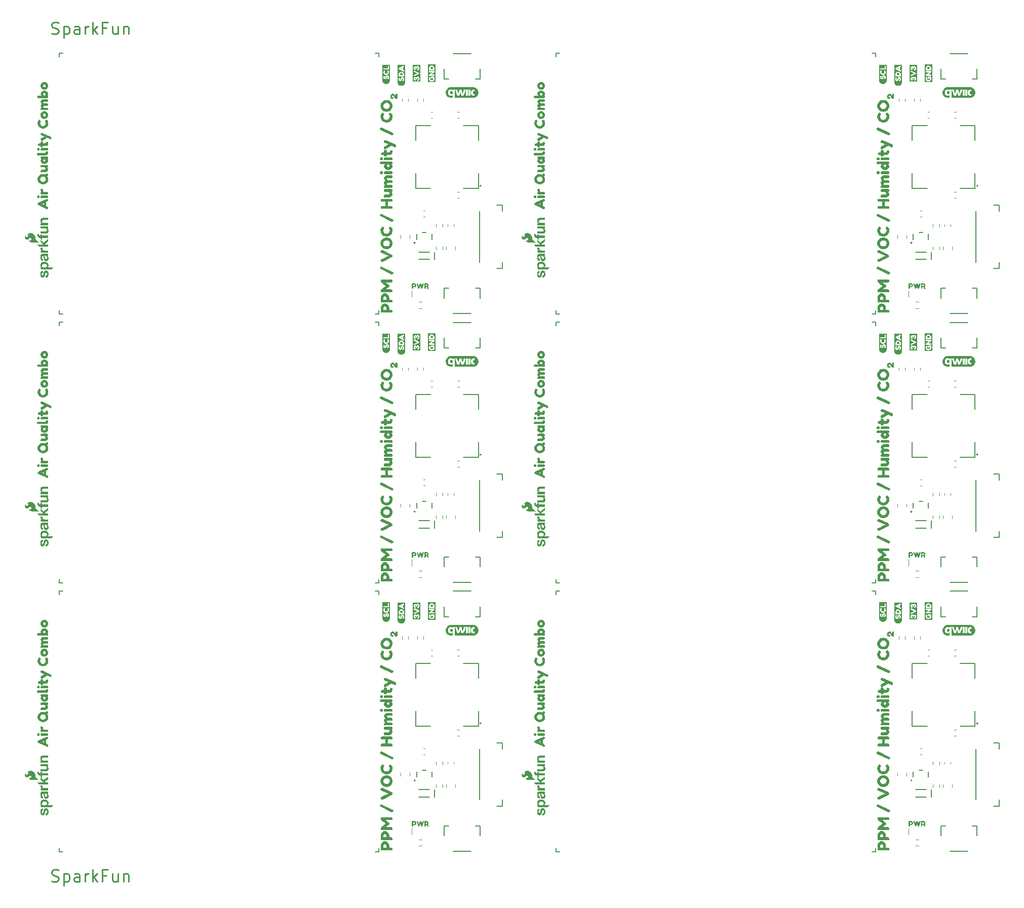
<source format=gto>
%TF.GenerationSoftware,KiCad,Pcbnew,7.0.10*%
%TF.CreationDate,2024-03-13T14:29:21-06:00*%
%TF.ProjectId,SparkFun Indoor Air Quality Sensor - SCD41 SEN55_panelized,53706172-6b46-4756-9e20-496e646f6f72,v10*%
%TF.SameCoordinates,Original*%
%TF.FileFunction,Legend,Top*%
%TF.FilePolarity,Positive*%
%FSLAX46Y46*%
G04 Gerber Fmt 4.6, Leading zero omitted, Abs format (unit mm)*
G04 Created by KiCad (PCBNEW 7.0.10) date 2024-03-13 14:29:21*
%MOMM*%
%LPD*%
G01*
G04 APERTURE LIST*
%ADD10C,0.250000*%
%ADD11C,0.177800*%
%ADD12C,0.120000*%
%ADD13C,0.200000*%
%ADD14C,0.203200*%
G04 APERTURE END LIST*
D10*
X5045425Y137208000D02*
X5331139Y137112761D01*
X5331139Y137112761D02*
X5807330Y137112761D01*
X5807330Y137112761D02*
X5997806Y137208000D01*
X5997806Y137208000D02*
X6093044Y137303238D01*
X6093044Y137303238D02*
X6188282Y137493714D01*
X6188282Y137493714D02*
X6188282Y137684190D01*
X6188282Y137684190D02*
X6093044Y137874666D01*
X6093044Y137874666D02*
X5997806Y137969904D01*
X5997806Y137969904D02*
X5807330Y138065142D01*
X5807330Y138065142D02*
X5426377Y138160380D01*
X5426377Y138160380D02*
X5235901Y138255619D01*
X5235901Y138255619D02*
X5140663Y138350857D01*
X5140663Y138350857D02*
X5045425Y138541333D01*
X5045425Y138541333D02*
X5045425Y138731809D01*
X5045425Y138731809D02*
X5140663Y138922285D01*
X5140663Y138922285D02*
X5235901Y139017523D01*
X5235901Y139017523D02*
X5426377Y139112761D01*
X5426377Y139112761D02*
X5902568Y139112761D01*
X5902568Y139112761D02*
X6188282Y139017523D01*
X7045425Y138446095D02*
X7045425Y136446095D01*
X7045425Y138350857D02*
X7235901Y138446095D01*
X7235901Y138446095D02*
X7616854Y138446095D01*
X7616854Y138446095D02*
X7807330Y138350857D01*
X7807330Y138350857D02*
X7902568Y138255619D01*
X7902568Y138255619D02*
X7997806Y138065142D01*
X7997806Y138065142D02*
X7997806Y137493714D01*
X7997806Y137493714D02*
X7902568Y137303238D01*
X7902568Y137303238D02*
X7807330Y137208000D01*
X7807330Y137208000D02*
X7616854Y137112761D01*
X7616854Y137112761D02*
X7235901Y137112761D01*
X7235901Y137112761D02*
X7045425Y137208000D01*
X9712092Y137112761D02*
X9712092Y138160380D01*
X9712092Y138160380D02*
X9616854Y138350857D01*
X9616854Y138350857D02*
X9426378Y138446095D01*
X9426378Y138446095D02*
X9045425Y138446095D01*
X9045425Y138446095D02*
X8854949Y138350857D01*
X9712092Y137208000D02*
X9521616Y137112761D01*
X9521616Y137112761D02*
X9045425Y137112761D01*
X9045425Y137112761D02*
X8854949Y137208000D01*
X8854949Y137208000D02*
X8759711Y137398476D01*
X8759711Y137398476D02*
X8759711Y137588952D01*
X8759711Y137588952D02*
X8854949Y137779428D01*
X8854949Y137779428D02*
X9045425Y137874666D01*
X9045425Y137874666D02*
X9521616Y137874666D01*
X9521616Y137874666D02*
X9712092Y137969904D01*
X10664473Y137112761D02*
X10664473Y138446095D01*
X10664473Y138065142D02*
X10759711Y138255619D01*
X10759711Y138255619D02*
X10854949Y138350857D01*
X10854949Y138350857D02*
X11045425Y138446095D01*
X11045425Y138446095D02*
X11235902Y138446095D01*
X11902568Y137112761D02*
X11902568Y139112761D01*
X12093044Y137874666D02*
X12664473Y137112761D01*
X12664473Y138446095D02*
X11902568Y137684190D01*
X14188283Y138160380D02*
X13521616Y138160380D01*
X13521616Y137112761D02*
X13521616Y139112761D01*
X13521616Y139112761D02*
X14473997Y139112761D01*
X16093045Y138446095D02*
X16093045Y137112761D01*
X15235902Y138446095D02*
X15235902Y137398476D01*
X15235902Y137398476D02*
X15331140Y137208000D01*
X15331140Y137208000D02*
X15521616Y137112761D01*
X15521616Y137112761D02*
X15807331Y137112761D01*
X15807331Y137112761D02*
X15997807Y137208000D01*
X15997807Y137208000D02*
X16093045Y137303238D01*
X17045426Y138446095D02*
X17045426Y137112761D01*
X17045426Y138255619D02*
X17140664Y138350857D01*
X17140664Y138350857D02*
X17331140Y138446095D01*
X17331140Y138446095D02*
X17616855Y138446095D01*
X17616855Y138446095D02*
X17807331Y138350857D01*
X17807331Y138350857D02*
X17902569Y138160380D01*
X17902569Y138160380D02*
X17902569Y137112761D01*
X5045425Y-4492000D02*
X5331139Y-4587238D01*
X5331139Y-4587238D02*
X5807330Y-4587238D01*
X5807330Y-4587238D02*
X5997806Y-4492000D01*
X5997806Y-4492000D02*
X6093044Y-4396761D01*
X6093044Y-4396761D02*
X6188282Y-4206285D01*
X6188282Y-4206285D02*
X6188282Y-4015809D01*
X6188282Y-4015809D02*
X6093044Y-3825333D01*
X6093044Y-3825333D02*
X5997806Y-3730095D01*
X5997806Y-3730095D02*
X5807330Y-3634857D01*
X5807330Y-3634857D02*
X5426377Y-3539619D01*
X5426377Y-3539619D02*
X5235901Y-3444380D01*
X5235901Y-3444380D02*
X5140663Y-3349142D01*
X5140663Y-3349142D02*
X5045425Y-3158666D01*
X5045425Y-3158666D02*
X5045425Y-2968190D01*
X5045425Y-2968190D02*
X5140663Y-2777714D01*
X5140663Y-2777714D02*
X5235901Y-2682476D01*
X5235901Y-2682476D02*
X5426377Y-2587238D01*
X5426377Y-2587238D02*
X5902568Y-2587238D01*
X5902568Y-2587238D02*
X6188282Y-2682476D01*
X7045425Y-3253904D02*
X7045425Y-5253904D01*
X7045425Y-3349142D02*
X7235901Y-3253904D01*
X7235901Y-3253904D02*
X7616854Y-3253904D01*
X7616854Y-3253904D02*
X7807330Y-3349142D01*
X7807330Y-3349142D02*
X7902568Y-3444380D01*
X7902568Y-3444380D02*
X7997806Y-3634857D01*
X7997806Y-3634857D02*
X7997806Y-4206285D01*
X7997806Y-4206285D02*
X7902568Y-4396761D01*
X7902568Y-4396761D02*
X7807330Y-4492000D01*
X7807330Y-4492000D02*
X7616854Y-4587238D01*
X7616854Y-4587238D02*
X7235901Y-4587238D01*
X7235901Y-4587238D02*
X7045425Y-4492000D01*
X9712092Y-4587238D02*
X9712092Y-3539619D01*
X9712092Y-3539619D02*
X9616854Y-3349142D01*
X9616854Y-3349142D02*
X9426378Y-3253904D01*
X9426378Y-3253904D02*
X9045425Y-3253904D01*
X9045425Y-3253904D02*
X8854949Y-3349142D01*
X9712092Y-4492000D02*
X9521616Y-4587238D01*
X9521616Y-4587238D02*
X9045425Y-4587238D01*
X9045425Y-4587238D02*
X8854949Y-4492000D01*
X8854949Y-4492000D02*
X8759711Y-4301523D01*
X8759711Y-4301523D02*
X8759711Y-4111047D01*
X8759711Y-4111047D02*
X8854949Y-3920571D01*
X8854949Y-3920571D02*
X9045425Y-3825333D01*
X9045425Y-3825333D02*
X9521616Y-3825333D01*
X9521616Y-3825333D02*
X9712092Y-3730095D01*
X10664473Y-4587238D02*
X10664473Y-3253904D01*
X10664473Y-3634857D02*
X10759711Y-3444380D01*
X10759711Y-3444380D02*
X10854949Y-3349142D01*
X10854949Y-3349142D02*
X11045425Y-3253904D01*
X11045425Y-3253904D02*
X11235902Y-3253904D01*
X11902568Y-4587238D02*
X11902568Y-2587238D01*
X12093044Y-3825333D02*
X12664473Y-4587238D01*
X12664473Y-3253904D02*
X11902568Y-4015809D01*
X14188283Y-3539619D02*
X13521616Y-3539619D01*
X13521616Y-4587238D02*
X13521616Y-2587238D01*
X13521616Y-2587238D02*
X14473997Y-2587238D01*
X16093045Y-3253904D02*
X16093045Y-4587238D01*
X15235902Y-3253904D02*
X15235902Y-4301523D01*
X15235902Y-4301523D02*
X15331140Y-4492000D01*
X15331140Y-4492000D02*
X15521616Y-4587238D01*
X15521616Y-4587238D02*
X15807331Y-4587238D01*
X15807331Y-4587238D02*
X15997807Y-4492000D01*
X15997807Y-4492000D02*
X16093045Y-4396761D01*
X17045426Y-3253904D02*
X17045426Y-4587238D01*
X17045426Y-3444380D02*
X17140664Y-3349142D01*
X17140664Y-3349142D02*
X17331140Y-3253904D01*
X17331140Y-3253904D02*
X17616855Y-3253904D01*
X17616855Y-3253904D02*
X17807331Y-3349142D01*
X17807331Y-3349142D02*
X17902569Y-3539619D01*
X17902569Y-3539619D02*
X17902569Y-4587238D01*
D11*
%TO.C,U4*%
X89370000Y133325000D02*
X89370000Y133925000D01*
X89370000Y90925000D02*
X89370000Y90325000D01*
X89970000Y133925000D02*
X89370000Y133925000D01*
X89970000Y90325000D02*
X89370000Y90325000D01*
X142170000Y133925000D02*
X142770000Y133925000D01*
X142170000Y90325000D02*
X142770000Y90325000D01*
X142770000Y133325000D02*
X142770000Y133925000D01*
X142770000Y90925000D02*
X142770000Y90325000D01*
X89370000Y88375000D02*
X89370000Y88975000D01*
X89370000Y45975000D02*
X89370000Y45375000D01*
X89970000Y88975000D02*
X89370000Y88975000D01*
X89970000Y45375000D02*
X89370000Y45375000D01*
X142170000Y88975000D02*
X142770000Y88975000D01*
X142170000Y45375000D02*
X142770000Y45375000D01*
X142770000Y88375000D02*
X142770000Y88975000D01*
X142770000Y45975000D02*
X142770000Y45375000D01*
X89370000Y43425000D02*
X89370000Y44025000D01*
X89370000Y1025000D02*
X89370000Y425000D01*
X89970000Y44025000D02*
X89370000Y44025000D01*
X89970000Y425000D02*
X89370000Y425000D01*
X142170000Y44025000D02*
X142770000Y44025000D01*
X142170000Y425000D02*
X142770000Y425000D01*
X142770000Y43425000D02*
X142770000Y44025000D01*
X142770000Y1025000D02*
X142770000Y425000D01*
X6320000Y133325000D02*
X6320000Y133925000D01*
X6320000Y90925000D02*
X6320000Y90325000D01*
X6920000Y133925000D02*
X6320000Y133925000D01*
X6920000Y90325000D02*
X6320000Y90325000D01*
X59120000Y133925000D02*
X59720000Y133925000D01*
X59120000Y90325000D02*
X59720000Y90325000D01*
X59720000Y133325000D02*
X59720000Y133925000D01*
X59720000Y90925000D02*
X59720000Y90325000D01*
X6320000Y88375000D02*
X6320000Y88975000D01*
X6320000Y45975000D02*
X6320000Y45375000D01*
X6920000Y88975000D02*
X6320000Y88975000D01*
X6920000Y45375000D02*
X6320000Y45375000D01*
X59120000Y88975000D02*
X59720000Y88975000D01*
X59120000Y45375000D02*
X59720000Y45375000D01*
X59720000Y88375000D02*
X59720000Y88975000D01*
X59720000Y45975000D02*
X59720000Y45375000D01*
%TO.C,G\u002A\u002A\u002A*%
G36*
X154965471Y127593174D02*
G01*
X155007685Y127579289D01*
X155045971Y127554708D01*
X155055974Y127546152D01*
X155090191Y127508396D01*
X155114377Y127465061D01*
X155128992Y127414819D01*
X155134491Y127356341D01*
X155133803Y127320312D01*
X155131625Y127288509D01*
X155128140Y127264838D01*
X155122027Y127244142D01*
X155111966Y127221265D01*
X155104705Y127206734D01*
X155076214Y127161485D01*
X155042193Y127127834D01*
X155001283Y127104882D01*
X154952127Y127091729D01*
X154926662Y127088744D01*
X154899213Y127088943D01*
X154870931Y127092640D01*
X154862500Y127094650D01*
X154811710Y127115156D01*
X154769987Y127145278D01*
X154737536Y127184732D01*
X154714565Y127233230D01*
X154701280Y127290485D01*
X154698347Y127322066D01*
X154699362Y127385979D01*
X154709851Y127441320D01*
X154730213Y127489224D01*
X154760851Y127530827D01*
X154778047Y127547752D01*
X154815660Y127574834D01*
X154857261Y127591042D01*
X154905614Y127597372D01*
X154916121Y127597540D01*
X154965471Y127593174D01*
G37*
G36*
X156898989Y128238684D02*
G01*
X157078469Y128238676D01*
X157245572Y128238659D01*
X157400756Y128238631D01*
X157544476Y128238589D01*
X157677189Y128238529D01*
X157799351Y128238450D01*
X157911417Y128238348D01*
X158013844Y128238221D01*
X158107089Y128238066D01*
X158191606Y128237879D01*
X158267853Y128237659D01*
X158336285Y128237402D01*
X158397358Y128237106D01*
X158451530Y128236768D01*
X158499255Y128236384D01*
X158540989Y128235953D01*
X158577190Y128235472D01*
X158608313Y128234937D01*
X158634814Y128234346D01*
X158657149Y128233695D01*
X158675775Y128232984D01*
X158691147Y128232207D01*
X158703722Y128231364D01*
X158713955Y128230450D01*
X158722304Y128229464D01*
X158729223Y128228401D01*
X158735170Y128227261D01*
X158739741Y128226241D01*
X158847702Y128194587D01*
X158948643Y128152003D01*
X159042046Y128098884D01*
X159127398Y128035627D01*
X159204181Y127962625D01*
X159271879Y127880274D01*
X159329977Y127788969D01*
X159343198Y127764293D01*
X159384719Y127672751D01*
X159414320Y127581012D01*
X159432646Y127486391D01*
X159440343Y127386201D01*
X159440683Y127358656D01*
X159434721Y127248234D01*
X159416755Y127143459D01*
X159386668Y127044039D01*
X159344342Y126949677D01*
X159289657Y126860081D01*
X159222496Y126774955D01*
X159193802Y126743846D01*
X159118708Y126673187D01*
X159039427Y126613736D01*
X158954356Y126564600D01*
X158861890Y126524888D01*
X158760426Y126493708D01*
X158731097Y126486595D01*
X158666657Y126471775D01*
X157070437Y126469786D01*
X155474217Y126467796D01*
X155474217Y127162226D01*
X155474217Y127853334D01*
X155528657Y127853334D01*
X155712384Y127346843D01*
X155896111Y126840353D01*
X156062654Y126840239D01*
X156229197Y126840124D01*
X156324436Y127147409D01*
X156343500Y127208735D01*
X156361471Y127266190D01*
X156377949Y127318525D01*
X156392537Y127364490D01*
X156404837Y127402838D01*
X156414448Y127432317D01*
X156420974Y127451681D01*
X156424015Y127459678D01*
X156424085Y127459777D01*
X156426838Y127454645D01*
X156433054Y127437983D01*
X156442345Y127410980D01*
X156454323Y127374825D01*
X156468599Y127330706D01*
X156484787Y127279811D01*
X156502498Y127223330D01*
X156521343Y127162450D01*
X156524401Y127152501D01*
X156620306Y126840140D01*
X156786447Y126840132D01*
X156952587Y126840124D01*
X157136918Y127344096D01*
X157165504Y127422305D01*
X157192733Y127496903D01*
X157218265Y127566950D01*
X157241759Y127631507D01*
X157262873Y127689632D01*
X157281266Y127740388D01*
X157296599Y127782833D01*
X157308530Y127816028D01*
X157316718Y127839033D01*
X157320823Y127850909D01*
X157321248Y127852362D01*
X157314905Y127853552D01*
X157297078Y127854614D01*
X157269571Y127855503D01*
X157234189Y127856169D01*
X157192734Y127856565D01*
X157159728Y127856656D01*
X157367756Y127856656D01*
X157367756Y127348390D01*
X157367756Y126840124D01*
X157533856Y126840124D01*
X157699956Y126840124D01*
X157766396Y126840124D01*
X157932496Y126840124D01*
X158098596Y126840124D01*
X158098596Y127345068D01*
X158168376Y127345068D01*
X158169020Y127291852D01*
X158171395Y127248550D01*
X158176194Y127211831D01*
X158184111Y127178359D01*
X158195840Y127144803D01*
X158212076Y127107830D01*
X158222091Y127087039D01*
X158261116Y127022309D01*
X158310225Y126966077D01*
X158368781Y126918985D01*
X158414455Y126892111D01*
X158475567Y126864059D01*
X158533780Y126844894D01*
X158593474Y126833615D01*
X158659031Y126829221D01*
X158689911Y126829196D01*
X158753029Y126830158D01*
X158754825Y126963880D01*
X158756621Y127097602D01*
X158697888Y127100410D01*
X158650401Y127106058D01*
X158612186Y127118704D01*
X158580580Y127139499D01*
X158560686Y127159853D01*
X158532478Y127202473D01*
X158512896Y127251375D01*
X158501867Y127304158D01*
X158499318Y127358419D01*
X158505175Y127411757D01*
X158519366Y127461768D01*
X158541818Y127506052D01*
X158572325Y127542087D01*
X158604603Y127566886D01*
X158637702Y127582164D01*
X158675918Y127589498D01*
X158704995Y127590750D01*
X158756621Y127590896D01*
X158754825Y127728759D01*
X158753029Y127866622D01*
X158669979Y127865554D01*
X158603849Y127862186D01*
X158545767Y127853238D01*
X158491296Y127837686D01*
X158436000Y127814502D01*
X158424151Y127808710D01*
X158370755Y127776091D01*
X158319549Y127733714D01*
X158273822Y127684823D01*
X158236864Y127632659D01*
X158226376Y127613774D01*
X158205472Y127570260D01*
X158190053Y127530590D01*
X158179376Y127491327D01*
X158172700Y127449031D01*
X158169282Y127400264D01*
X158168376Y127345068D01*
X158098596Y127345068D01*
X158098596Y127348390D01*
X158098596Y127856656D01*
X157932496Y127856656D01*
X157766396Y127856656D01*
X157766396Y127348390D01*
X157766396Y126840124D01*
X157699956Y126840124D01*
X157699956Y127348390D01*
X157699956Y127856656D01*
X157533856Y127856656D01*
X157367756Y127856656D01*
X157159728Y127856656D01*
X156998208Y127856656D01*
X156903030Y127532761D01*
X156884271Y127469052D01*
X156866437Y127408736D01*
X156849917Y127353108D01*
X156835100Y127303465D01*
X156822372Y127261101D01*
X156812123Y127227311D01*
X156804740Y127203393D01*
X156800612Y127190641D01*
X156800171Y127189441D01*
X156798698Y127186119D01*
X156797111Y127184210D01*
X156795173Y127184461D01*
X156792647Y127187619D01*
X156789298Y127194431D01*
X156784888Y127205645D01*
X156779182Y127222007D01*
X156771943Y127244265D01*
X156762934Y127273167D01*
X156751920Y127309459D01*
X156738664Y127353888D01*
X156722929Y127407203D01*
X156704480Y127470149D01*
X156683079Y127543474D01*
X156658490Y127627927D01*
X156630477Y127724252D01*
X156624821Y127743708D01*
X156592951Y127853334D01*
X156432661Y127855112D01*
X156272372Y127856890D01*
X156255811Y127801960D01*
X156250442Y127783854D01*
X156241881Y127754617D01*
X156230607Y127715891D01*
X156217093Y127669315D01*
X156201816Y127616532D01*
X156185253Y127559183D01*
X156167877Y127498908D01*
X156158019Y127464660D01*
X156141011Y127405756D01*
X156125020Y127350794D01*
X156110438Y127301090D01*
X156097657Y127257962D01*
X156087068Y127222727D01*
X156079065Y127196701D01*
X156074038Y127181201D01*
X156072492Y127177310D01*
X156069857Y127182523D01*
X156063875Y127199341D01*
X156054906Y127226607D01*
X156043311Y127263168D01*
X156029449Y127307867D01*
X156013680Y127359548D01*
X155996366Y127417056D01*
X155977867Y127479236D01*
X155969575Y127507334D01*
X155950601Y127571640D01*
X155932658Y127632165D01*
X155916111Y127687695D01*
X155901327Y127737021D01*
X155888670Y127778928D01*
X155878504Y127812207D01*
X155871196Y127835643D01*
X155867110Y127848025D01*
X155866458Y127849614D01*
X155859368Y127852101D01*
X155841258Y127853897D01*
X155811606Y127855018D01*
X155769892Y127855481D01*
X155715593Y127855303D01*
X155695310Y127855111D01*
X155528657Y127853334D01*
X155474217Y127853334D01*
X155474217Y127856656D01*
X155304795Y127856656D01*
X155135373Y127856656D01*
X155135373Y127792104D01*
X155135373Y127727552D01*
X155100492Y127761555D01*
X155048641Y127804460D01*
X154991173Y127836706D01*
X154955985Y127850658D01*
X154921755Y127859060D01*
X154878633Y127864432D01*
X154830679Y127866718D01*
X154781952Y127865861D01*
X154736512Y127861806D01*
X154698418Y127854496D01*
X154697444Y127854229D01*
X154625092Y127827581D01*
X154559894Y127789879D01*
X154502479Y127741647D01*
X154453479Y127683407D01*
X154416050Y127620794D01*
X154391067Y127559223D01*
X154372930Y127489518D01*
X154362201Y127415248D01*
X154359439Y127339988D01*
X154363102Y127283551D01*
X154370308Y127230138D01*
X154379262Y127185449D01*
X154391240Y127144929D01*
X154407517Y127104020D01*
X154422178Y127072664D01*
X154459731Y127009620D01*
X154506470Y126954196D01*
X154560738Y126908076D01*
X154617141Y126874706D01*
X154689581Y126846806D01*
X154765764Y126831011D01*
X154834717Y126826836D01*
X154907527Y126832649D01*
X154974235Y126849980D01*
X155034417Y126878666D01*
X155087649Y126918546D01*
X155096025Y126926475D01*
X155135373Y126964977D01*
X155135373Y126716519D01*
X155135373Y126468060D01*
X154974256Y126469177D01*
X154927684Y126469592D01*
X154884127Y126470150D01*
X154845812Y126470811D01*
X154814962Y126471533D01*
X154793805Y126472273D01*
X154786563Y126472719D01*
X154682046Y126488655D01*
X154581021Y126516627D01*
X154484495Y126555888D01*
X154393474Y126605687D01*
X154308966Y126665275D01*
X154231977Y126733904D01*
X154163516Y126810824D01*
X154104589Y126895285D01*
X154056203Y126986539D01*
X154038191Y127029478D01*
X154005609Y127129849D01*
X153984599Y127231575D01*
X153975457Y127332665D01*
X153978448Y127430793D01*
X153995015Y127541099D01*
X154023223Y127645033D01*
X154063183Y127742821D01*
X154115003Y127834690D01*
X154178792Y127920868D01*
X154250169Y127997281D01*
X154331027Y128066842D01*
X154417604Y128124870D01*
X154510903Y128171917D01*
X154611926Y128208536D01*
X154655185Y128220504D01*
X154726767Y128238686D01*
X156706678Y128238686D01*
X156898989Y128238684D01*
G37*
G36*
X154965471Y82643174D02*
G01*
X155007685Y82629289D01*
X155045971Y82604708D01*
X155055974Y82596152D01*
X155090191Y82558396D01*
X155114377Y82515061D01*
X155128992Y82464819D01*
X155134491Y82406341D01*
X155133803Y82370312D01*
X155131625Y82338509D01*
X155128140Y82314838D01*
X155122027Y82294142D01*
X155111966Y82271265D01*
X155104705Y82256734D01*
X155076214Y82211485D01*
X155042193Y82177834D01*
X155001283Y82154882D01*
X154952127Y82141729D01*
X154926662Y82138744D01*
X154899213Y82138943D01*
X154870931Y82142640D01*
X154862500Y82144650D01*
X154811710Y82165156D01*
X154769987Y82195278D01*
X154737536Y82234732D01*
X154714565Y82283230D01*
X154701280Y82340485D01*
X154698347Y82372066D01*
X154699362Y82435979D01*
X154709851Y82491320D01*
X154730213Y82539224D01*
X154760851Y82580827D01*
X154778047Y82597752D01*
X154815660Y82624834D01*
X154857261Y82641042D01*
X154905614Y82647372D01*
X154916121Y82647540D01*
X154965471Y82643174D01*
G37*
G36*
X156898989Y83288684D02*
G01*
X157078469Y83288676D01*
X157245572Y83288659D01*
X157400756Y83288631D01*
X157544476Y83288589D01*
X157677189Y83288529D01*
X157799351Y83288450D01*
X157911417Y83288348D01*
X158013844Y83288221D01*
X158107089Y83288066D01*
X158191606Y83287879D01*
X158267853Y83287659D01*
X158336285Y83287402D01*
X158397358Y83287106D01*
X158451530Y83286768D01*
X158499255Y83286384D01*
X158540989Y83285953D01*
X158577190Y83285472D01*
X158608313Y83284937D01*
X158634814Y83284346D01*
X158657149Y83283695D01*
X158675775Y83282984D01*
X158691147Y83282207D01*
X158703722Y83281364D01*
X158713955Y83280450D01*
X158722304Y83279464D01*
X158729223Y83278401D01*
X158735170Y83277261D01*
X158739741Y83276241D01*
X158847702Y83244587D01*
X158948643Y83202003D01*
X159042046Y83148884D01*
X159127398Y83085627D01*
X159204181Y83012625D01*
X159271879Y82930274D01*
X159329977Y82838969D01*
X159343198Y82814293D01*
X159384719Y82722751D01*
X159414320Y82631012D01*
X159432646Y82536391D01*
X159440343Y82436201D01*
X159440683Y82408656D01*
X159434721Y82298234D01*
X159416755Y82193459D01*
X159386668Y82094039D01*
X159344342Y81999677D01*
X159289657Y81910081D01*
X159222496Y81824955D01*
X159193802Y81793846D01*
X159118708Y81723187D01*
X159039427Y81663736D01*
X158954356Y81614600D01*
X158861890Y81574888D01*
X158760426Y81543708D01*
X158731097Y81536595D01*
X158666657Y81521775D01*
X157070437Y81519786D01*
X155474217Y81517796D01*
X155474217Y82212226D01*
X155474217Y82903334D01*
X155528657Y82903334D01*
X155712384Y82396843D01*
X155896111Y81890353D01*
X156062654Y81890239D01*
X156229197Y81890124D01*
X156324436Y82197409D01*
X156343500Y82258735D01*
X156361471Y82316190D01*
X156377949Y82368525D01*
X156392537Y82414490D01*
X156404837Y82452838D01*
X156414448Y82482317D01*
X156420974Y82501681D01*
X156424015Y82509678D01*
X156424085Y82509777D01*
X156426838Y82504645D01*
X156433054Y82487983D01*
X156442345Y82460980D01*
X156454323Y82424825D01*
X156468599Y82380706D01*
X156484787Y82329811D01*
X156502498Y82273330D01*
X156521343Y82212450D01*
X156524401Y82202501D01*
X156620306Y81890140D01*
X156786447Y81890132D01*
X156952587Y81890124D01*
X157136918Y82394096D01*
X157165504Y82472305D01*
X157192733Y82546903D01*
X157218265Y82616950D01*
X157241759Y82681507D01*
X157262873Y82739632D01*
X157281266Y82790388D01*
X157296599Y82832833D01*
X157308530Y82866028D01*
X157316718Y82889033D01*
X157320823Y82900909D01*
X157321248Y82902362D01*
X157314905Y82903552D01*
X157297078Y82904614D01*
X157269571Y82905503D01*
X157234189Y82906169D01*
X157192734Y82906565D01*
X157159728Y82906656D01*
X157367756Y82906656D01*
X157367756Y82398390D01*
X157367756Y81890124D01*
X157533856Y81890124D01*
X157699956Y81890124D01*
X157766396Y81890124D01*
X157932496Y81890124D01*
X158098596Y81890124D01*
X158098596Y82395068D01*
X158168376Y82395068D01*
X158169020Y82341852D01*
X158171395Y82298550D01*
X158176194Y82261831D01*
X158184111Y82228359D01*
X158195840Y82194803D01*
X158212076Y82157830D01*
X158222091Y82137039D01*
X158261116Y82072309D01*
X158310225Y82016077D01*
X158368781Y81968985D01*
X158414455Y81942111D01*
X158475567Y81914059D01*
X158533780Y81894894D01*
X158593474Y81883615D01*
X158659031Y81879221D01*
X158689911Y81879196D01*
X158753029Y81880158D01*
X158754825Y82013880D01*
X158756621Y82147602D01*
X158697888Y82150410D01*
X158650401Y82156058D01*
X158612186Y82168704D01*
X158580580Y82189499D01*
X158560686Y82209853D01*
X158532478Y82252473D01*
X158512896Y82301375D01*
X158501867Y82354158D01*
X158499318Y82408419D01*
X158505175Y82461757D01*
X158519366Y82511768D01*
X158541818Y82556052D01*
X158572325Y82592087D01*
X158604603Y82616886D01*
X158637702Y82632164D01*
X158675918Y82639498D01*
X158704995Y82640750D01*
X158756621Y82640896D01*
X158754825Y82778759D01*
X158753029Y82916622D01*
X158669979Y82915554D01*
X158603849Y82912186D01*
X158545767Y82903238D01*
X158491296Y82887686D01*
X158436000Y82864502D01*
X158424151Y82858710D01*
X158370755Y82826091D01*
X158319549Y82783714D01*
X158273822Y82734823D01*
X158236864Y82682659D01*
X158226376Y82663774D01*
X158205472Y82620260D01*
X158190053Y82580590D01*
X158179376Y82541327D01*
X158172700Y82499031D01*
X158169282Y82450264D01*
X158168376Y82395068D01*
X158098596Y82395068D01*
X158098596Y82398390D01*
X158098596Y82906656D01*
X157932496Y82906656D01*
X157766396Y82906656D01*
X157766396Y82398390D01*
X157766396Y81890124D01*
X157699956Y81890124D01*
X157699956Y82398390D01*
X157699956Y82906656D01*
X157533856Y82906656D01*
X157367756Y82906656D01*
X157159728Y82906656D01*
X156998208Y82906656D01*
X156903030Y82582761D01*
X156884271Y82519052D01*
X156866437Y82458736D01*
X156849917Y82403108D01*
X156835100Y82353465D01*
X156822372Y82311101D01*
X156812123Y82277311D01*
X156804740Y82253393D01*
X156800612Y82240641D01*
X156800171Y82239441D01*
X156798698Y82236119D01*
X156797111Y82234210D01*
X156795173Y82234461D01*
X156792647Y82237619D01*
X156789298Y82244431D01*
X156784888Y82255645D01*
X156779182Y82272007D01*
X156771943Y82294265D01*
X156762934Y82323167D01*
X156751920Y82359459D01*
X156738664Y82403888D01*
X156722929Y82457203D01*
X156704480Y82520149D01*
X156683079Y82593474D01*
X156658490Y82677927D01*
X156630477Y82774252D01*
X156624821Y82793708D01*
X156592951Y82903334D01*
X156432661Y82905112D01*
X156272372Y82906890D01*
X156255811Y82851960D01*
X156250442Y82833854D01*
X156241881Y82804617D01*
X156230607Y82765891D01*
X156217093Y82719315D01*
X156201816Y82666532D01*
X156185253Y82609183D01*
X156167877Y82548908D01*
X156158019Y82514660D01*
X156141011Y82455756D01*
X156125020Y82400794D01*
X156110438Y82351090D01*
X156097657Y82307962D01*
X156087068Y82272727D01*
X156079065Y82246701D01*
X156074038Y82231201D01*
X156072492Y82227310D01*
X156069857Y82232523D01*
X156063875Y82249341D01*
X156054906Y82276607D01*
X156043311Y82313168D01*
X156029449Y82357867D01*
X156013680Y82409548D01*
X155996366Y82467056D01*
X155977867Y82529236D01*
X155969575Y82557334D01*
X155950601Y82621640D01*
X155932658Y82682165D01*
X155916111Y82737695D01*
X155901327Y82787021D01*
X155888670Y82828928D01*
X155878504Y82862207D01*
X155871196Y82885643D01*
X155867110Y82898025D01*
X155866458Y82899614D01*
X155859368Y82902101D01*
X155841258Y82903897D01*
X155811606Y82905018D01*
X155769892Y82905481D01*
X155715593Y82905303D01*
X155695310Y82905111D01*
X155528657Y82903334D01*
X155474217Y82903334D01*
X155474217Y82906656D01*
X155304795Y82906656D01*
X155135373Y82906656D01*
X155135373Y82842104D01*
X155135373Y82777552D01*
X155100492Y82811555D01*
X155048641Y82854460D01*
X154991173Y82886706D01*
X154955985Y82900658D01*
X154921755Y82909060D01*
X154878633Y82914432D01*
X154830679Y82916718D01*
X154781952Y82915861D01*
X154736512Y82911806D01*
X154698418Y82904496D01*
X154697444Y82904229D01*
X154625092Y82877581D01*
X154559894Y82839879D01*
X154502479Y82791647D01*
X154453479Y82733407D01*
X154416050Y82670794D01*
X154391067Y82609223D01*
X154372930Y82539518D01*
X154362201Y82465248D01*
X154359439Y82389988D01*
X154363102Y82333551D01*
X154370308Y82280138D01*
X154379262Y82235449D01*
X154391240Y82194929D01*
X154407517Y82154020D01*
X154422178Y82122664D01*
X154459731Y82059620D01*
X154506470Y82004196D01*
X154560738Y81958076D01*
X154617141Y81924706D01*
X154689581Y81896806D01*
X154765764Y81881011D01*
X154834717Y81876836D01*
X154907527Y81882649D01*
X154974235Y81899980D01*
X155034417Y81928666D01*
X155087649Y81968546D01*
X155096025Y81976475D01*
X155135373Y82014977D01*
X155135373Y81766519D01*
X155135373Y81518060D01*
X154974256Y81519177D01*
X154927684Y81519592D01*
X154884127Y81520150D01*
X154845812Y81520811D01*
X154814962Y81521533D01*
X154793805Y81522273D01*
X154786563Y81522719D01*
X154682046Y81538655D01*
X154581021Y81566627D01*
X154484495Y81605888D01*
X154393474Y81655687D01*
X154308966Y81715275D01*
X154231977Y81783904D01*
X154163516Y81860824D01*
X154104589Y81945285D01*
X154056203Y82036539D01*
X154038191Y82079478D01*
X154005609Y82179849D01*
X153984599Y82281575D01*
X153975457Y82382665D01*
X153978448Y82480793D01*
X153995015Y82591099D01*
X154023223Y82695033D01*
X154063183Y82792821D01*
X154115003Y82884690D01*
X154178792Y82970868D01*
X154250169Y83047281D01*
X154331027Y83116842D01*
X154417604Y83174870D01*
X154510903Y83221917D01*
X154611926Y83258536D01*
X154655185Y83270504D01*
X154726767Y83288686D01*
X156706678Y83288686D01*
X156898989Y83288684D01*
G37*
G36*
X154965471Y37693174D02*
G01*
X155007685Y37679289D01*
X155045971Y37654708D01*
X155055974Y37646152D01*
X155090191Y37608396D01*
X155114377Y37565061D01*
X155128992Y37514819D01*
X155134491Y37456341D01*
X155133803Y37420312D01*
X155131625Y37388509D01*
X155128140Y37364838D01*
X155122027Y37344142D01*
X155111966Y37321265D01*
X155104705Y37306734D01*
X155076214Y37261485D01*
X155042193Y37227834D01*
X155001283Y37204882D01*
X154952127Y37191729D01*
X154926662Y37188744D01*
X154899213Y37188943D01*
X154870931Y37192640D01*
X154862500Y37194650D01*
X154811710Y37215156D01*
X154769987Y37245278D01*
X154737536Y37284732D01*
X154714565Y37333230D01*
X154701280Y37390485D01*
X154698347Y37422066D01*
X154699362Y37485979D01*
X154709851Y37541320D01*
X154730213Y37589224D01*
X154760851Y37630827D01*
X154778047Y37647752D01*
X154815660Y37674834D01*
X154857261Y37691042D01*
X154905614Y37697372D01*
X154916121Y37697540D01*
X154965471Y37693174D01*
G37*
G36*
X156898989Y38338684D02*
G01*
X157078469Y38338676D01*
X157245572Y38338659D01*
X157400756Y38338631D01*
X157544476Y38338589D01*
X157677189Y38338529D01*
X157799351Y38338450D01*
X157911417Y38338348D01*
X158013844Y38338221D01*
X158107089Y38338066D01*
X158191606Y38337879D01*
X158267853Y38337659D01*
X158336285Y38337402D01*
X158397358Y38337106D01*
X158451530Y38336768D01*
X158499255Y38336384D01*
X158540989Y38335953D01*
X158577190Y38335472D01*
X158608313Y38334937D01*
X158634814Y38334346D01*
X158657149Y38333695D01*
X158675775Y38332984D01*
X158691147Y38332207D01*
X158703722Y38331364D01*
X158713955Y38330450D01*
X158722304Y38329464D01*
X158729223Y38328401D01*
X158735170Y38327261D01*
X158739741Y38326241D01*
X158847702Y38294587D01*
X158948643Y38252003D01*
X159042046Y38198884D01*
X159127398Y38135627D01*
X159204181Y38062625D01*
X159271879Y37980274D01*
X159329977Y37888969D01*
X159343198Y37864293D01*
X159384719Y37772751D01*
X159414320Y37681012D01*
X159432646Y37586391D01*
X159440343Y37486201D01*
X159440683Y37458656D01*
X159434721Y37348234D01*
X159416755Y37243459D01*
X159386668Y37144039D01*
X159344342Y37049677D01*
X159289657Y36960081D01*
X159222496Y36874955D01*
X159193802Y36843846D01*
X159118708Y36773187D01*
X159039427Y36713736D01*
X158954356Y36664600D01*
X158861890Y36624888D01*
X158760426Y36593708D01*
X158731097Y36586595D01*
X158666657Y36571775D01*
X157070437Y36569786D01*
X155474217Y36567796D01*
X155474217Y37262226D01*
X155474217Y37953334D01*
X155528657Y37953334D01*
X155712384Y37446843D01*
X155896111Y36940353D01*
X156062654Y36940239D01*
X156229197Y36940124D01*
X156324436Y37247409D01*
X156343500Y37308735D01*
X156361471Y37366190D01*
X156377949Y37418525D01*
X156392537Y37464490D01*
X156404837Y37502838D01*
X156414448Y37532317D01*
X156420974Y37551681D01*
X156424015Y37559678D01*
X156424085Y37559777D01*
X156426838Y37554645D01*
X156433054Y37537983D01*
X156442345Y37510980D01*
X156454323Y37474825D01*
X156468599Y37430706D01*
X156484787Y37379811D01*
X156502498Y37323330D01*
X156521343Y37262450D01*
X156524401Y37252501D01*
X156620306Y36940140D01*
X156786447Y36940132D01*
X156952587Y36940124D01*
X157136918Y37444096D01*
X157165504Y37522305D01*
X157192733Y37596903D01*
X157218265Y37666950D01*
X157241759Y37731507D01*
X157262873Y37789632D01*
X157281266Y37840388D01*
X157296599Y37882833D01*
X157308530Y37916028D01*
X157316718Y37939033D01*
X157320823Y37950909D01*
X157321248Y37952362D01*
X157314905Y37953552D01*
X157297078Y37954614D01*
X157269571Y37955503D01*
X157234189Y37956169D01*
X157192734Y37956565D01*
X157159728Y37956656D01*
X157367756Y37956656D01*
X157367756Y37448390D01*
X157367756Y36940124D01*
X157533856Y36940124D01*
X157699956Y36940124D01*
X157766396Y36940124D01*
X157932496Y36940124D01*
X158098596Y36940124D01*
X158098596Y37445068D01*
X158168376Y37445068D01*
X158169020Y37391852D01*
X158171395Y37348550D01*
X158176194Y37311831D01*
X158184111Y37278359D01*
X158195840Y37244803D01*
X158212076Y37207830D01*
X158222091Y37187039D01*
X158261116Y37122309D01*
X158310225Y37066077D01*
X158368781Y37018985D01*
X158414455Y36992111D01*
X158475567Y36964059D01*
X158533780Y36944894D01*
X158593474Y36933615D01*
X158659031Y36929221D01*
X158689911Y36929196D01*
X158753029Y36930158D01*
X158754825Y37063880D01*
X158756621Y37197602D01*
X158697888Y37200410D01*
X158650401Y37206058D01*
X158612186Y37218704D01*
X158580580Y37239499D01*
X158560686Y37259853D01*
X158532478Y37302473D01*
X158512896Y37351375D01*
X158501867Y37404158D01*
X158499318Y37458419D01*
X158505175Y37511757D01*
X158519366Y37561768D01*
X158541818Y37606052D01*
X158572325Y37642087D01*
X158604603Y37666886D01*
X158637702Y37682164D01*
X158675918Y37689498D01*
X158704995Y37690750D01*
X158756621Y37690896D01*
X158754825Y37828759D01*
X158753029Y37966622D01*
X158669979Y37965554D01*
X158603849Y37962186D01*
X158545767Y37953238D01*
X158491296Y37937686D01*
X158436000Y37914502D01*
X158424151Y37908710D01*
X158370755Y37876091D01*
X158319549Y37833714D01*
X158273822Y37784823D01*
X158236864Y37732659D01*
X158226376Y37713774D01*
X158205472Y37670260D01*
X158190053Y37630590D01*
X158179376Y37591327D01*
X158172700Y37549031D01*
X158169282Y37500264D01*
X158168376Y37445068D01*
X158098596Y37445068D01*
X158098596Y37448390D01*
X158098596Y37956656D01*
X157932496Y37956656D01*
X157766396Y37956656D01*
X157766396Y37448390D01*
X157766396Y36940124D01*
X157699956Y36940124D01*
X157699956Y37448390D01*
X157699956Y37956656D01*
X157533856Y37956656D01*
X157367756Y37956656D01*
X157159728Y37956656D01*
X156998208Y37956656D01*
X156903030Y37632761D01*
X156884271Y37569052D01*
X156866437Y37508736D01*
X156849917Y37453108D01*
X156835100Y37403465D01*
X156822372Y37361101D01*
X156812123Y37327311D01*
X156804740Y37303393D01*
X156800612Y37290641D01*
X156800171Y37289441D01*
X156798698Y37286119D01*
X156797111Y37284210D01*
X156795173Y37284461D01*
X156792647Y37287619D01*
X156789298Y37294431D01*
X156784888Y37305645D01*
X156779182Y37322007D01*
X156771943Y37344265D01*
X156762934Y37373167D01*
X156751920Y37409459D01*
X156738664Y37453888D01*
X156722929Y37507203D01*
X156704480Y37570149D01*
X156683079Y37643474D01*
X156658490Y37727927D01*
X156630477Y37824252D01*
X156624821Y37843708D01*
X156592951Y37953334D01*
X156432661Y37955112D01*
X156272372Y37956890D01*
X156255811Y37901960D01*
X156250442Y37883854D01*
X156241881Y37854617D01*
X156230607Y37815891D01*
X156217093Y37769315D01*
X156201816Y37716532D01*
X156185253Y37659183D01*
X156167877Y37598908D01*
X156158019Y37564660D01*
X156141011Y37505756D01*
X156125020Y37450794D01*
X156110438Y37401090D01*
X156097657Y37357962D01*
X156087068Y37322727D01*
X156079065Y37296701D01*
X156074038Y37281201D01*
X156072492Y37277310D01*
X156069857Y37282523D01*
X156063875Y37299341D01*
X156054906Y37326607D01*
X156043311Y37363168D01*
X156029449Y37407867D01*
X156013680Y37459548D01*
X155996366Y37517056D01*
X155977867Y37579236D01*
X155969575Y37607334D01*
X155950601Y37671640D01*
X155932658Y37732165D01*
X155916111Y37787695D01*
X155901327Y37837021D01*
X155888670Y37878928D01*
X155878504Y37912207D01*
X155871196Y37935643D01*
X155867110Y37948025D01*
X155866458Y37949614D01*
X155859368Y37952101D01*
X155841258Y37953897D01*
X155811606Y37955018D01*
X155769892Y37955481D01*
X155715593Y37955303D01*
X155695310Y37955111D01*
X155528657Y37953334D01*
X155474217Y37953334D01*
X155474217Y37956656D01*
X155304795Y37956656D01*
X155135373Y37956656D01*
X155135373Y37892104D01*
X155135373Y37827552D01*
X155100492Y37861555D01*
X155048641Y37904460D01*
X154991173Y37936706D01*
X154955985Y37950658D01*
X154921755Y37959060D01*
X154878633Y37964432D01*
X154830679Y37966718D01*
X154781952Y37965861D01*
X154736512Y37961806D01*
X154698418Y37954496D01*
X154697444Y37954229D01*
X154625092Y37927581D01*
X154559894Y37889879D01*
X154502479Y37841647D01*
X154453479Y37783407D01*
X154416050Y37720794D01*
X154391067Y37659223D01*
X154372930Y37589518D01*
X154362201Y37515248D01*
X154359439Y37439988D01*
X154363102Y37383551D01*
X154370308Y37330138D01*
X154379262Y37285449D01*
X154391240Y37244929D01*
X154407517Y37204020D01*
X154422178Y37172664D01*
X154459731Y37109620D01*
X154506470Y37054196D01*
X154560738Y37008076D01*
X154617141Y36974706D01*
X154689581Y36946806D01*
X154765764Y36931011D01*
X154834717Y36926836D01*
X154907527Y36932649D01*
X154974235Y36949980D01*
X155034417Y36978666D01*
X155087649Y37018546D01*
X155096025Y37026475D01*
X155135373Y37064977D01*
X155135373Y36816519D01*
X155135373Y36568060D01*
X154974256Y36569177D01*
X154927684Y36569592D01*
X154884127Y36570150D01*
X154845812Y36570811D01*
X154814962Y36571533D01*
X154793805Y36572273D01*
X154786563Y36572719D01*
X154682046Y36588655D01*
X154581021Y36616627D01*
X154484495Y36655888D01*
X154393474Y36705687D01*
X154308966Y36765275D01*
X154231977Y36833904D01*
X154163516Y36910824D01*
X154104589Y36995285D01*
X154056203Y37086539D01*
X154038191Y37129478D01*
X154005609Y37229849D01*
X153984599Y37331575D01*
X153975457Y37432665D01*
X153978448Y37530793D01*
X153995015Y37641099D01*
X154023223Y37745033D01*
X154063183Y37842821D01*
X154115003Y37934690D01*
X154178792Y38020868D01*
X154250169Y38097281D01*
X154331027Y38166842D01*
X154417604Y38224870D01*
X154510903Y38271917D01*
X154611926Y38308536D01*
X154655185Y38320504D01*
X154726767Y38338686D01*
X156706678Y38338686D01*
X156898989Y38338684D01*
G37*
G36*
X71915471Y127593174D02*
G01*
X71957685Y127579289D01*
X71995971Y127554708D01*
X72005974Y127546152D01*
X72040191Y127508396D01*
X72064377Y127465061D01*
X72078992Y127414819D01*
X72084491Y127356341D01*
X72083803Y127320312D01*
X72081625Y127288509D01*
X72078140Y127264838D01*
X72072027Y127244142D01*
X72061966Y127221265D01*
X72054705Y127206734D01*
X72026214Y127161485D01*
X71992193Y127127834D01*
X71951283Y127104882D01*
X71902127Y127091729D01*
X71876662Y127088744D01*
X71849213Y127088943D01*
X71820931Y127092640D01*
X71812500Y127094650D01*
X71761710Y127115156D01*
X71719987Y127145278D01*
X71687536Y127184732D01*
X71664565Y127233230D01*
X71651280Y127290485D01*
X71648347Y127322066D01*
X71649362Y127385979D01*
X71659851Y127441320D01*
X71680213Y127489224D01*
X71710851Y127530827D01*
X71728047Y127547752D01*
X71765660Y127574834D01*
X71807261Y127591042D01*
X71855614Y127597372D01*
X71866121Y127597540D01*
X71915471Y127593174D01*
G37*
G36*
X73848989Y128238684D02*
G01*
X74028469Y128238676D01*
X74195572Y128238659D01*
X74350756Y128238631D01*
X74494476Y128238589D01*
X74627189Y128238529D01*
X74749351Y128238450D01*
X74861417Y128238348D01*
X74963844Y128238221D01*
X75057089Y128238066D01*
X75141606Y128237879D01*
X75217853Y128237659D01*
X75286285Y128237402D01*
X75347358Y128237106D01*
X75401530Y128236768D01*
X75449255Y128236384D01*
X75490989Y128235953D01*
X75527190Y128235472D01*
X75558313Y128234937D01*
X75584814Y128234346D01*
X75607149Y128233695D01*
X75625775Y128232984D01*
X75641147Y128232207D01*
X75653722Y128231364D01*
X75663955Y128230450D01*
X75672304Y128229464D01*
X75679223Y128228401D01*
X75685170Y128227261D01*
X75689741Y128226241D01*
X75797702Y128194587D01*
X75898643Y128152003D01*
X75992046Y128098884D01*
X76077398Y128035627D01*
X76154181Y127962625D01*
X76221879Y127880274D01*
X76279977Y127788969D01*
X76293198Y127764293D01*
X76334719Y127672751D01*
X76364320Y127581012D01*
X76382646Y127486391D01*
X76390343Y127386201D01*
X76390683Y127358656D01*
X76384721Y127248234D01*
X76366755Y127143459D01*
X76336668Y127044039D01*
X76294342Y126949677D01*
X76239657Y126860081D01*
X76172496Y126774955D01*
X76143802Y126743846D01*
X76068708Y126673187D01*
X75989427Y126613736D01*
X75904356Y126564600D01*
X75811890Y126524888D01*
X75710426Y126493708D01*
X75681097Y126486595D01*
X75616657Y126471775D01*
X74020437Y126469786D01*
X72424217Y126467796D01*
X72424217Y127162226D01*
X72424217Y127853334D01*
X72478657Y127853334D01*
X72662384Y127346843D01*
X72846111Y126840353D01*
X73012654Y126840239D01*
X73179197Y126840124D01*
X73274436Y127147409D01*
X73293500Y127208735D01*
X73311471Y127266190D01*
X73327949Y127318525D01*
X73342537Y127364490D01*
X73354837Y127402838D01*
X73364448Y127432317D01*
X73370974Y127451681D01*
X73374015Y127459678D01*
X73374085Y127459777D01*
X73376838Y127454645D01*
X73383054Y127437983D01*
X73392345Y127410980D01*
X73404323Y127374825D01*
X73418599Y127330706D01*
X73434787Y127279811D01*
X73452498Y127223330D01*
X73471343Y127162450D01*
X73474401Y127152501D01*
X73570306Y126840140D01*
X73736447Y126840132D01*
X73902587Y126840124D01*
X74086918Y127344096D01*
X74115504Y127422305D01*
X74142733Y127496903D01*
X74168265Y127566950D01*
X74191759Y127631507D01*
X74212873Y127689632D01*
X74231266Y127740388D01*
X74246599Y127782833D01*
X74258530Y127816028D01*
X74266718Y127839033D01*
X74270823Y127850909D01*
X74271248Y127852362D01*
X74264905Y127853552D01*
X74247078Y127854614D01*
X74219571Y127855503D01*
X74184189Y127856169D01*
X74142734Y127856565D01*
X74109728Y127856656D01*
X74317756Y127856656D01*
X74317756Y127348390D01*
X74317756Y126840124D01*
X74483856Y126840124D01*
X74649956Y126840124D01*
X74716396Y126840124D01*
X74882496Y126840124D01*
X75048596Y126840124D01*
X75048596Y127345068D01*
X75118376Y127345068D01*
X75119020Y127291852D01*
X75121395Y127248550D01*
X75126194Y127211831D01*
X75134111Y127178359D01*
X75145840Y127144803D01*
X75162076Y127107830D01*
X75172091Y127087039D01*
X75211116Y127022309D01*
X75260225Y126966077D01*
X75318781Y126918985D01*
X75364455Y126892111D01*
X75425567Y126864059D01*
X75483780Y126844894D01*
X75543474Y126833615D01*
X75609031Y126829221D01*
X75639911Y126829196D01*
X75703029Y126830158D01*
X75704825Y126963880D01*
X75706621Y127097602D01*
X75647888Y127100410D01*
X75600401Y127106058D01*
X75562186Y127118704D01*
X75530580Y127139499D01*
X75510686Y127159853D01*
X75482478Y127202473D01*
X75462896Y127251375D01*
X75451867Y127304158D01*
X75449318Y127358419D01*
X75455175Y127411757D01*
X75469366Y127461768D01*
X75491818Y127506052D01*
X75522325Y127542087D01*
X75554603Y127566886D01*
X75587702Y127582164D01*
X75625918Y127589498D01*
X75654995Y127590750D01*
X75706621Y127590896D01*
X75704825Y127728759D01*
X75703029Y127866622D01*
X75619979Y127865554D01*
X75553849Y127862186D01*
X75495767Y127853238D01*
X75441296Y127837686D01*
X75386000Y127814502D01*
X75374151Y127808710D01*
X75320755Y127776091D01*
X75269549Y127733714D01*
X75223822Y127684823D01*
X75186864Y127632659D01*
X75176376Y127613774D01*
X75155472Y127570260D01*
X75140053Y127530590D01*
X75129376Y127491327D01*
X75122700Y127449031D01*
X75119282Y127400264D01*
X75118376Y127345068D01*
X75048596Y127345068D01*
X75048596Y127348390D01*
X75048596Y127856656D01*
X74882496Y127856656D01*
X74716396Y127856656D01*
X74716396Y127348390D01*
X74716396Y126840124D01*
X74649956Y126840124D01*
X74649956Y127348390D01*
X74649956Y127856656D01*
X74483856Y127856656D01*
X74317756Y127856656D01*
X74109728Y127856656D01*
X73948208Y127856656D01*
X73853030Y127532761D01*
X73834271Y127469052D01*
X73816437Y127408736D01*
X73799917Y127353108D01*
X73785100Y127303465D01*
X73772372Y127261101D01*
X73762123Y127227311D01*
X73754740Y127203393D01*
X73750612Y127190641D01*
X73750171Y127189441D01*
X73748698Y127186119D01*
X73747111Y127184210D01*
X73745173Y127184461D01*
X73742647Y127187619D01*
X73739298Y127194431D01*
X73734888Y127205645D01*
X73729182Y127222007D01*
X73721943Y127244265D01*
X73712934Y127273167D01*
X73701920Y127309459D01*
X73688664Y127353888D01*
X73672929Y127407203D01*
X73654480Y127470149D01*
X73633079Y127543474D01*
X73608490Y127627927D01*
X73580477Y127724252D01*
X73574821Y127743708D01*
X73542951Y127853334D01*
X73382661Y127855112D01*
X73222372Y127856890D01*
X73205811Y127801960D01*
X73200442Y127783854D01*
X73191881Y127754617D01*
X73180607Y127715891D01*
X73167093Y127669315D01*
X73151816Y127616532D01*
X73135253Y127559183D01*
X73117877Y127498908D01*
X73108019Y127464660D01*
X73091011Y127405756D01*
X73075020Y127350794D01*
X73060438Y127301090D01*
X73047657Y127257962D01*
X73037068Y127222727D01*
X73029065Y127196701D01*
X73024038Y127181201D01*
X73022492Y127177310D01*
X73019857Y127182523D01*
X73013875Y127199341D01*
X73004906Y127226607D01*
X72993311Y127263168D01*
X72979449Y127307867D01*
X72963680Y127359548D01*
X72946366Y127417056D01*
X72927867Y127479236D01*
X72919575Y127507334D01*
X72900601Y127571640D01*
X72882658Y127632165D01*
X72866111Y127687695D01*
X72851327Y127737021D01*
X72838670Y127778928D01*
X72828504Y127812207D01*
X72821196Y127835643D01*
X72817110Y127848025D01*
X72816458Y127849614D01*
X72809368Y127852101D01*
X72791258Y127853897D01*
X72761606Y127855018D01*
X72719892Y127855481D01*
X72665593Y127855303D01*
X72645310Y127855111D01*
X72478657Y127853334D01*
X72424217Y127853334D01*
X72424217Y127856656D01*
X72254795Y127856656D01*
X72085373Y127856656D01*
X72085373Y127792104D01*
X72085373Y127727552D01*
X72050492Y127761555D01*
X71998641Y127804460D01*
X71941173Y127836706D01*
X71905985Y127850658D01*
X71871755Y127859060D01*
X71828633Y127864432D01*
X71780679Y127866718D01*
X71731952Y127865861D01*
X71686512Y127861806D01*
X71648418Y127854496D01*
X71647444Y127854229D01*
X71575092Y127827581D01*
X71509894Y127789879D01*
X71452479Y127741647D01*
X71403479Y127683407D01*
X71366050Y127620794D01*
X71341067Y127559223D01*
X71322930Y127489518D01*
X71312201Y127415248D01*
X71309439Y127339988D01*
X71313102Y127283551D01*
X71320308Y127230138D01*
X71329262Y127185449D01*
X71341240Y127144929D01*
X71357517Y127104020D01*
X71372178Y127072664D01*
X71409731Y127009620D01*
X71456470Y126954196D01*
X71510738Y126908076D01*
X71567141Y126874706D01*
X71639581Y126846806D01*
X71715764Y126831011D01*
X71784717Y126826836D01*
X71857527Y126832649D01*
X71924235Y126849980D01*
X71984417Y126878666D01*
X72037649Y126918546D01*
X72046025Y126926475D01*
X72085373Y126964977D01*
X72085373Y126716519D01*
X72085373Y126468060D01*
X71924256Y126469177D01*
X71877684Y126469592D01*
X71834127Y126470150D01*
X71795812Y126470811D01*
X71764962Y126471533D01*
X71743805Y126472273D01*
X71736563Y126472719D01*
X71632046Y126488655D01*
X71531021Y126516627D01*
X71434495Y126555888D01*
X71343474Y126605687D01*
X71258966Y126665275D01*
X71181977Y126733904D01*
X71113516Y126810824D01*
X71054589Y126895285D01*
X71006203Y126986539D01*
X70988191Y127029478D01*
X70955609Y127129849D01*
X70934599Y127231575D01*
X70925457Y127332665D01*
X70928448Y127430793D01*
X70945015Y127541099D01*
X70973223Y127645033D01*
X71013183Y127742821D01*
X71065003Y127834690D01*
X71128792Y127920868D01*
X71200169Y127997281D01*
X71281027Y128066842D01*
X71367604Y128124870D01*
X71460903Y128171917D01*
X71561926Y128208536D01*
X71605185Y128220504D01*
X71676767Y128238686D01*
X73656678Y128238686D01*
X73848989Y128238684D01*
G37*
G36*
X71915471Y82643174D02*
G01*
X71957685Y82629289D01*
X71995971Y82604708D01*
X72005974Y82596152D01*
X72040191Y82558396D01*
X72064377Y82515061D01*
X72078992Y82464819D01*
X72084491Y82406341D01*
X72083803Y82370312D01*
X72081625Y82338509D01*
X72078140Y82314838D01*
X72072027Y82294142D01*
X72061966Y82271265D01*
X72054705Y82256734D01*
X72026214Y82211485D01*
X71992193Y82177834D01*
X71951283Y82154882D01*
X71902127Y82141729D01*
X71876662Y82138744D01*
X71849213Y82138943D01*
X71820931Y82142640D01*
X71812500Y82144650D01*
X71761710Y82165156D01*
X71719987Y82195278D01*
X71687536Y82234732D01*
X71664565Y82283230D01*
X71651280Y82340485D01*
X71648347Y82372066D01*
X71649362Y82435979D01*
X71659851Y82491320D01*
X71680213Y82539224D01*
X71710851Y82580827D01*
X71728047Y82597752D01*
X71765660Y82624834D01*
X71807261Y82641042D01*
X71855614Y82647372D01*
X71866121Y82647540D01*
X71915471Y82643174D01*
G37*
G36*
X73848989Y83288684D02*
G01*
X74028469Y83288676D01*
X74195572Y83288659D01*
X74350756Y83288631D01*
X74494476Y83288589D01*
X74627189Y83288529D01*
X74749351Y83288450D01*
X74861417Y83288348D01*
X74963844Y83288221D01*
X75057089Y83288066D01*
X75141606Y83287879D01*
X75217853Y83287659D01*
X75286285Y83287402D01*
X75347358Y83287106D01*
X75401530Y83286768D01*
X75449255Y83286384D01*
X75490989Y83285953D01*
X75527190Y83285472D01*
X75558313Y83284937D01*
X75584814Y83284346D01*
X75607149Y83283695D01*
X75625775Y83282984D01*
X75641147Y83282207D01*
X75653722Y83281364D01*
X75663955Y83280450D01*
X75672304Y83279464D01*
X75679223Y83278401D01*
X75685170Y83277261D01*
X75689741Y83276241D01*
X75797702Y83244587D01*
X75898643Y83202003D01*
X75992046Y83148884D01*
X76077398Y83085627D01*
X76154181Y83012625D01*
X76221879Y82930274D01*
X76279977Y82838969D01*
X76293198Y82814293D01*
X76334719Y82722751D01*
X76364320Y82631012D01*
X76382646Y82536391D01*
X76390343Y82436201D01*
X76390683Y82408656D01*
X76384721Y82298234D01*
X76366755Y82193459D01*
X76336668Y82094039D01*
X76294342Y81999677D01*
X76239657Y81910081D01*
X76172496Y81824955D01*
X76143802Y81793846D01*
X76068708Y81723187D01*
X75989427Y81663736D01*
X75904356Y81614600D01*
X75811890Y81574888D01*
X75710426Y81543708D01*
X75681097Y81536595D01*
X75616657Y81521775D01*
X74020437Y81519786D01*
X72424217Y81517796D01*
X72424217Y82212226D01*
X72424217Y82903334D01*
X72478657Y82903334D01*
X72662384Y82396843D01*
X72846111Y81890353D01*
X73012654Y81890239D01*
X73179197Y81890124D01*
X73274436Y82197409D01*
X73293500Y82258735D01*
X73311471Y82316190D01*
X73327949Y82368525D01*
X73342537Y82414490D01*
X73354837Y82452838D01*
X73364448Y82482317D01*
X73370974Y82501681D01*
X73374015Y82509678D01*
X73374085Y82509777D01*
X73376838Y82504645D01*
X73383054Y82487983D01*
X73392345Y82460980D01*
X73404323Y82424825D01*
X73418599Y82380706D01*
X73434787Y82329811D01*
X73452498Y82273330D01*
X73471343Y82212450D01*
X73474401Y82202501D01*
X73570306Y81890140D01*
X73736447Y81890132D01*
X73902587Y81890124D01*
X74086918Y82394096D01*
X74115504Y82472305D01*
X74142733Y82546903D01*
X74168265Y82616950D01*
X74191759Y82681507D01*
X74212873Y82739632D01*
X74231266Y82790388D01*
X74246599Y82832833D01*
X74258530Y82866028D01*
X74266718Y82889033D01*
X74270823Y82900909D01*
X74271248Y82902362D01*
X74264905Y82903552D01*
X74247078Y82904614D01*
X74219571Y82905503D01*
X74184189Y82906169D01*
X74142734Y82906565D01*
X74109728Y82906656D01*
X74317756Y82906656D01*
X74317756Y82398390D01*
X74317756Y81890124D01*
X74483856Y81890124D01*
X74649956Y81890124D01*
X74716396Y81890124D01*
X74882496Y81890124D01*
X75048596Y81890124D01*
X75048596Y82395068D01*
X75118376Y82395068D01*
X75119020Y82341852D01*
X75121395Y82298550D01*
X75126194Y82261831D01*
X75134111Y82228359D01*
X75145840Y82194803D01*
X75162076Y82157830D01*
X75172091Y82137039D01*
X75211116Y82072309D01*
X75260225Y82016077D01*
X75318781Y81968985D01*
X75364455Y81942111D01*
X75425567Y81914059D01*
X75483780Y81894894D01*
X75543474Y81883615D01*
X75609031Y81879221D01*
X75639911Y81879196D01*
X75703029Y81880158D01*
X75704825Y82013880D01*
X75706621Y82147602D01*
X75647888Y82150410D01*
X75600401Y82156058D01*
X75562186Y82168704D01*
X75530580Y82189499D01*
X75510686Y82209853D01*
X75482478Y82252473D01*
X75462896Y82301375D01*
X75451867Y82354158D01*
X75449318Y82408419D01*
X75455175Y82461757D01*
X75469366Y82511768D01*
X75491818Y82556052D01*
X75522325Y82592087D01*
X75554603Y82616886D01*
X75587702Y82632164D01*
X75625918Y82639498D01*
X75654995Y82640750D01*
X75706621Y82640896D01*
X75704825Y82778759D01*
X75703029Y82916622D01*
X75619979Y82915554D01*
X75553849Y82912186D01*
X75495767Y82903238D01*
X75441296Y82887686D01*
X75386000Y82864502D01*
X75374151Y82858710D01*
X75320755Y82826091D01*
X75269549Y82783714D01*
X75223822Y82734823D01*
X75186864Y82682659D01*
X75176376Y82663774D01*
X75155472Y82620260D01*
X75140053Y82580590D01*
X75129376Y82541327D01*
X75122700Y82499031D01*
X75119282Y82450264D01*
X75118376Y82395068D01*
X75048596Y82395068D01*
X75048596Y82398390D01*
X75048596Y82906656D01*
X74882496Y82906656D01*
X74716396Y82906656D01*
X74716396Y82398390D01*
X74716396Y81890124D01*
X74649956Y81890124D01*
X74649956Y82398390D01*
X74649956Y82906656D01*
X74483856Y82906656D01*
X74317756Y82906656D01*
X74109728Y82906656D01*
X73948208Y82906656D01*
X73853030Y82582761D01*
X73834271Y82519052D01*
X73816437Y82458736D01*
X73799917Y82403108D01*
X73785100Y82353465D01*
X73772372Y82311101D01*
X73762123Y82277311D01*
X73754740Y82253393D01*
X73750612Y82240641D01*
X73750171Y82239441D01*
X73748698Y82236119D01*
X73747111Y82234210D01*
X73745173Y82234461D01*
X73742647Y82237619D01*
X73739298Y82244431D01*
X73734888Y82255645D01*
X73729182Y82272007D01*
X73721943Y82294265D01*
X73712934Y82323167D01*
X73701920Y82359459D01*
X73688664Y82403888D01*
X73672929Y82457203D01*
X73654480Y82520149D01*
X73633079Y82593474D01*
X73608490Y82677927D01*
X73580477Y82774252D01*
X73574821Y82793708D01*
X73542951Y82903334D01*
X73382661Y82905112D01*
X73222372Y82906890D01*
X73205811Y82851960D01*
X73200442Y82833854D01*
X73191881Y82804617D01*
X73180607Y82765891D01*
X73167093Y82719315D01*
X73151816Y82666532D01*
X73135253Y82609183D01*
X73117877Y82548908D01*
X73108019Y82514660D01*
X73091011Y82455756D01*
X73075020Y82400794D01*
X73060438Y82351090D01*
X73047657Y82307962D01*
X73037068Y82272727D01*
X73029065Y82246701D01*
X73024038Y82231201D01*
X73022492Y82227310D01*
X73019857Y82232523D01*
X73013875Y82249341D01*
X73004906Y82276607D01*
X72993311Y82313168D01*
X72979449Y82357867D01*
X72963680Y82409548D01*
X72946366Y82467056D01*
X72927867Y82529236D01*
X72919575Y82557334D01*
X72900601Y82621640D01*
X72882658Y82682165D01*
X72866111Y82737695D01*
X72851327Y82787021D01*
X72838670Y82828928D01*
X72828504Y82862207D01*
X72821196Y82885643D01*
X72817110Y82898025D01*
X72816458Y82899614D01*
X72809368Y82902101D01*
X72791258Y82903897D01*
X72761606Y82905018D01*
X72719892Y82905481D01*
X72665593Y82905303D01*
X72645310Y82905111D01*
X72478657Y82903334D01*
X72424217Y82903334D01*
X72424217Y82906656D01*
X72254795Y82906656D01*
X72085373Y82906656D01*
X72085373Y82842104D01*
X72085373Y82777552D01*
X72050492Y82811555D01*
X71998641Y82854460D01*
X71941173Y82886706D01*
X71905985Y82900658D01*
X71871755Y82909060D01*
X71828633Y82914432D01*
X71780679Y82916718D01*
X71731952Y82915861D01*
X71686512Y82911806D01*
X71648418Y82904496D01*
X71647444Y82904229D01*
X71575092Y82877581D01*
X71509894Y82839879D01*
X71452479Y82791647D01*
X71403479Y82733407D01*
X71366050Y82670794D01*
X71341067Y82609223D01*
X71322930Y82539518D01*
X71312201Y82465248D01*
X71309439Y82389988D01*
X71313102Y82333551D01*
X71320308Y82280138D01*
X71329262Y82235449D01*
X71341240Y82194929D01*
X71357517Y82154020D01*
X71372178Y82122664D01*
X71409731Y82059620D01*
X71456470Y82004196D01*
X71510738Y81958076D01*
X71567141Y81924706D01*
X71639581Y81896806D01*
X71715764Y81881011D01*
X71784717Y81876836D01*
X71857527Y81882649D01*
X71924235Y81899980D01*
X71984417Y81928666D01*
X72037649Y81968546D01*
X72046025Y81976475D01*
X72085373Y82014977D01*
X72085373Y81766519D01*
X72085373Y81518060D01*
X71924256Y81519177D01*
X71877684Y81519592D01*
X71834127Y81520150D01*
X71795812Y81520811D01*
X71764962Y81521533D01*
X71743805Y81522273D01*
X71736563Y81522719D01*
X71632046Y81538655D01*
X71531021Y81566627D01*
X71434495Y81605888D01*
X71343474Y81655687D01*
X71258966Y81715275D01*
X71181977Y81783904D01*
X71113516Y81860824D01*
X71054589Y81945285D01*
X71006203Y82036539D01*
X70988191Y82079478D01*
X70955609Y82179849D01*
X70934599Y82281575D01*
X70925457Y82382665D01*
X70928448Y82480793D01*
X70945015Y82591099D01*
X70973223Y82695033D01*
X71013183Y82792821D01*
X71065003Y82884690D01*
X71128792Y82970868D01*
X71200169Y83047281D01*
X71281027Y83116842D01*
X71367604Y83174870D01*
X71460903Y83221917D01*
X71561926Y83258536D01*
X71605185Y83270504D01*
X71676767Y83288686D01*
X73656678Y83288686D01*
X73848989Y83288684D01*
G37*
D12*
%TO.C,C7*%
X150219420Y107555000D02*
X150500580Y107555000D01*
X150219420Y106535000D02*
X150500580Y106535000D01*
X150219420Y62605000D02*
X150500580Y62605000D01*
X150219420Y61585000D02*
X150500580Y61585000D01*
X150219420Y17655000D02*
X150500580Y17655000D01*
X150219420Y16635000D02*
X150500580Y16635000D01*
X67169420Y107555000D02*
X67450580Y107555000D01*
X67169420Y106535000D02*
X67450580Y106535000D01*
X67169420Y62605000D02*
X67450580Y62605000D01*
X67169420Y61585000D02*
X67450580Y61585000D01*
%TO.C,C5*%
X151770580Y123045000D02*
X151489420Y123045000D01*
X151770580Y124065000D02*
X151489420Y124065000D01*
X151770580Y78095000D02*
X151489420Y78095000D01*
X151770580Y79115000D02*
X151489420Y79115000D01*
X151770580Y33145000D02*
X151489420Y33145000D01*
X151770580Y34165000D02*
X151489420Y34165000D01*
X68720580Y123045000D02*
X68439420Y123045000D01*
X68720580Y124065000D02*
X68439420Y124065000D01*
X68720580Y78095000D02*
X68439420Y78095000D01*
X68720580Y79115000D02*
X68439420Y79115000D01*
%TO.C,kibuzzard-65A75D7A*%
G36*
X145811813Y127171325D02*
G01*
X145853088Y127137194D01*
X145872138Y127038769D01*
X145872138Y126418056D01*
X145829275Y126319631D01*
X145729263Y126278356D01*
X145646911Y126293239D01*
X145571306Y126337887D01*
X145504234Y126403570D01*
X145447481Y126481556D01*
X145396284Y126565694D01*
X145345881Y126649831D01*
X145292502Y126727817D01*
X145232375Y126793500D01*
X145166891Y126838148D01*
X145097438Y126853031D01*
X145056956Y126841919D01*
X145014094Y126817312D01*
X144983138Y126775244D01*
X144968850Y126695869D01*
X145006156Y126607762D01*
X145079975Y126565694D01*
X145116488Y126559344D01*
X145126013Y126559344D01*
X145178400Y126556963D01*
X145218088Y126541881D01*
X145246663Y126499019D01*
X145256188Y126418056D01*
X145241106Y126329553D01*
X145195863Y126286294D01*
X145114900Y126278356D01*
X145008626Y126291497D01*
X144909936Y126330920D01*
X144818831Y126396625D01*
X144746071Y126483585D01*
X144702415Y126586772D01*
X144687862Y126706188D01*
X144702591Y126825691D01*
X144746776Y126929143D01*
X144820419Y127016544D01*
X144912935Y127082690D01*
X145013741Y127122377D01*
X145122838Y127135606D01*
X145210944Y127125684D01*
X145294288Y127095919D01*
X145367313Y127052263D01*
X145424463Y127000669D01*
X145512172Y126889544D01*
X145565750Y126791119D01*
X145581625Y126751431D01*
X145589563Y126751431D01*
X145589563Y127041944D01*
X145604644Y127134813D01*
X145650681Y127172119D01*
X145731644Y127181644D01*
X145811813Y127171325D01*
G37*
G36*
X145811813Y82221325D02*
G01*
X145853088Y82187194D01*
X145872138Y82088769D01*
X145872138Y81468056D01*
X145829275Y81369631D01*
X145729263Y81328356D01*
X145646911Y81343239D01*
X145571306Y81387887D01*
X145504234Y81453570D01*
X145447481Y81531556D01*
X145396284Y81615694D01*
X145345881Y81699831D01*
X145292502Y81777817D01*
X145232375Y81843500D01*
X145166891Y81888148D01*
X145097438Y81903031D01*
X145056956Y81891919D01*
X145014094Y81867312D01*
X144983138Y81825244D01*
X144968850Y81745869D01*
X145006156Y81657762D01*
X145079975Y81615694D01*
X145116488Y81609344D01*
X145126013Y81609344D01*
X145178400Y81606963D01*
X145218088Y81591881D01*
X145246663Y81549019D01*
X145256188Y81468056D01*
X145241106Y81379553D01*
X145195863Y81336294D01*
X145114900Y81328356D01*
X145008626Y81341497D01*
X144909936Y81380920D01*
X144818831Y81446625D01*
X144746071Y81533585D01*
X144702415Y81636772D01*
X144687862Y81756188D01*
X144702591Y81875691D01*
X144746776Y81979143D01*
X144820419Y82066544D01*
X144912935Y82132690D01*
X145013741Y82172377D01*
X145122838Y82185606D01*
X145210944Y82175684D01*
X145294288Y82145919D01*
X145367313Y82102263D01*
X145424463Y82050669D01*
X145512172Y81939544D01*
X145565750Y81841119D01*
X145581625Y81801431D01*
X145589563Y81801431D01*
X145589563Y82091944D01*
X145604644Y82184813D01*
X145650681Y82222119D01*
X145731644Y82231644D01*
X145811813Y82221325D01*
G37*
G36*
X145811813Y37271325D02*
G01*
X145853088Y37237194D01*
X145872138Y37138769D01*
X145872138Y36518056D01*
X145829275Y36419631D01*
X145729263Y36378356D01*
X145646911Y36393239D01*
X145571306Y36437887D01*
X145504234Y36503570D01*
X145447481Y36581556D01*
X145396284Y36665694D01*
X145345881Y36749831D01*
X145292502Y36827817D01*
X145232375Y36893500D01*
X145166891Y36938148D01*
X145097438Y36953031D01*
X145056956Y36941919D01*
X145014094Y36917312D01*
X144983138Y36875244D01*
X144968850Y36795869D01*
X145006156Y36707762D01*
X145079975Y36665694D01*
X145116488Y36659344D01*
X145126013Y36659344D01*
X145178400Y36656963D01*
X145218088Y36641881D01*
X145246663Y36599019D01*
X145256188Y36518056D01*
X145241106Y36429553D01*
X145195863Y36386294D01*
X145114900Y36378356D01*
X145008626Y36391497D01*
X144909936Y36430920D01*
X144818831Y36496625D01*
X144746071Y36583585D01*
X144702415Y36686772D01*
X144687862Y36806188D01*
X144702591Y36925691D01*
X144746776Y37029143D01*
X144820419Y37116544D01*
X144912935Y37182690D01*
X145013741Y37222377D01*
X145122838Y37235606D01*
X145210944Y37225684D01*
X145294288Y37195919D01*
X145367313Y37152263D01*
X145424463Y37100669D01*
X145512172Y36989544D01*
X145565750Y36891119D01*
X145581625Y36851431D01*
X145589563Y36851431D01*
X145589563Y37141944D01*
X145604644Y37234813D01*
X145650681Y37272119D01*
X145731644Y37281644D01*
X145811813Y37271325D01*
G37*
G36*
X62761813Y127171325D02*
G01*
X62803088Y127137194D01*
X62822138Y127038769D01*
X62822138Y126418056D01*
X62779275Y126319631D01*
X62679263Y126278356D01*
X62596911Y126293239D01*
X62521306Y126337887D01*
X62454234Y126403570D01*
X62397481Y126481556D01*
X62346284Y126565694D01*
X62295881Y126649831D01*
X62242502Y126727817D01*
X62182375Y126793500D01*
X62116891Y126838148D01*
X62047438Y126853031D01*
X62006956Y126841919D01*
X61964094Y126817312D01*
X61933138Y126775244D01*
X61918850Y126695869D01*
X61956156Y126607762D01*
X62029975Y126565694D01*
X62066488Y126559344D01*
X62076013Y126559344D01*
X62128400Y126556963D01*
X62168088Y126541881D01*
X62196663Y126499019D01*
X62206188Y126418056D01*
X62191106Y126329553D01*
X62145863Y126286294D01*
X62064900Y126278356D01*
X61958626Y126291497D01*
X61859936Y126330920D01*
X61768831Y126396625D01*
X61696071Y126483585D01*
X61652415Y126586772D01*
X61637862Y126706188D01*
X61652591Y126825691D01*
X61696776Y126929143D01*
X61770419Y127016544D01*
X61862935Y127082690D01*
X61963741Y127122377D01*
X62072838Y127135606D01*
X62160944Y127125684D01*
X62244288Y127095919D01*
X62317313Y127052263D01*
X62374463Y127000669D01*
X62462172Y126889544D01*
X62515750Y126791119D01*
X62531625Y126751431D01*
X62539563Y126751431D01*
X62539563Y127041944D01*
X62554644Y127134813D01*
X62600681Y127172119D01*
X62681644Y127181644D01*
X62761813Y127171325D01*
G37*
G36*
X62761813Y82221325D02*
G01*
X62803088Y82187194D01*
X62822138Y82088769D01*
X62822138Y81468056D01*
X62779275Y81369631D01*
X62679263Y81328356D01*
X62596911Y81343239D01*
X62521306Y81387887D01*
X62454234Y81453570D01*
X62397481Y81531556D01*
X62346284Y81615694D01*
X62295881Y81699831D01*
X62242502Y81777817D01*
X62182375Y81843500D01*
X62116891Y81888148D01*
X62047438Y81903031D01*
X62006956Y81891919D01*
X61964094Y81867312D01*
X61933138Y81825244D01*
X61918850Y81745869D01*
X61956156Y81657762D01*
X62029975Y81615694D01*
X62066488Y81609344D01*
X62076013Y81609344D01*
X62128400Y81606963D01*
X62168088Y81591881D01*
X62196663Y81549019D01*
X62206188Y81468056D01*
X62191106Y81379553D01*
X62145863Y81336294D01*
X62064900Y81328356D01*
X61958626Y81341497D01*
X61859936Y81380920D01*
X61768831Y81446625D01*
X61696071Y81533585D01*
X61652415Y81636772D01*
X61637862Y81756188D01*
X61652591Y81875691D01*
X61696776Y81979143D01*
X61770419Y82066544D01*
X61862935Y82132690D01*
X61963741Y82172377D01*
X62072838Y82185606D01*
X62160944Y82175684D01*
X62244288Y82145919D01*
X62317313Y82102263D01*
X62374463Y82050669D01*
X62462172Y81939544D01*
X62515750Y81841119D01*
X62531625Y81801431D01*
X62539563Y81801431D01*
X62539563Y82091944D01*
X62554644Y82184813D01*
X62600681Y82222119D01*
X62681644Y82231644D01*
X62761813Y82221325D01*
G37*
%TO.C,kibuzzard-65F20621*%
G36*
X143285782Y98214928D02*
G01*
X145085849Y97348629D01*
X145153318Y97314895D01*
X145195148Y97274414D01*
X145215389Y97200198D01*
X145174908Y97065261D01*
X145103391Y96945166D01*
X145034573Y96914131D01*
X144899635Y96946516D01*
X143083376Y97815513D01*
X142964631Y97907271D01*
X142953836Y97970691D01*
X142997016Y98106978D01*
X143070557Y98216277D01*
X143150845Y98252711D01*
X143285782Y98214928D01*
G37*
G36*
X143285782Y107037142D02*
G01*
X145085849Y106170843D01*
X145153318Y106137109D01*
X145195148Y106096627D01*
X145215389Y106022412D01*
X145174908Y105887474D01*
X145103391Y105767380D01*
X145034573Y105736344D01*
X144899635Y105768729D01*
X143083376Y106637727D01*
X142964631Y106729484D01*
X142953836Y106792905D01*
X142997016Y106929192D01*
X143070557Y107038491D01*
X143150845Y107074924D01*
X143285782Y107037142D01*
G37*
G36*
X143285782Y121472756D02*
G01*
X145085849Y120606457D01*
X145153318Y120572722D01*
X145195148Y120532241D01*
X145215389Y120458026D01*
X145174908Y120323088D01*
X145103391Y120202994D01*
X145034573Y120171958D01*
X144899635Y120204343D01*
X143083376Y121073341D01*
X142964631Y121165098D01*
X142953836Y121228519D01*
X142997016Y121364806D01*
X143070557Y121474105D01*
X143150845Y121510538D01*
X143285782Y121472756D01*
G37*
G36*
X143308722Y114192877D02*
G01*
X143378889Y114168589D01*
X143434214Y114097072D01*
X143450406Y113960785D01*
X143434214Y113824498D01*
X143377540Y113752981D01*
X143306023Y113728692D01*
X143212916Y113724644D01*
X143119809Y113728692D01*
X143050991Y113751632D01*
X142996342Y113823149D01*
X142978125Y113962134D01*
X142996342Y114098421D01*
X143050991Y114167239D01*
X143122508Y114192877D01*
X143215615Y114196926D01*
X143308722Y114192877D01*
G37*
G36*
X143308722Y116494911D02*
G01*
X143378889Y116470622D01*
X143434214Y116399106D01*
X143450406Y116262819D01*
X143434214Y116126532D01*
X143377540Y116055015D01*
X143306023Y116030726D01*
X143212916Y116026678D01*
X143119809Y116030726D01*
X143050991Y116053666D01*
X142996342Y116125182D01*
X142978125Y116264168D01*
X142996342Y116400455D01*
X143050991Y116469273D01*
X143122508Y116494911D01*
X143215615Y116498959D01*
X143308722Y116494911D01*
G37*
G36*
X144922574Y114192877D02*
G01*
X144994091Y114167239D01*
X145046717Y114097747D01*
X145064259Y113959436D01*
X145046042Y113822474D01*
X144991393Y113751632D01*
X144921225Y113728692D01*
X144826769Y113724644D01*
X143879508Y113724644D01*
X143786401Y113728692D01*
X143714884Y113751632D01*
X143662258Y113823149D01*
X143644716Y113962134D01*
X143690595Y114145649D01*
X143806641Y114194227D01*
X143884905Y114196926D01*
X144829467Y114196926D01*
X144922574Y114192877D01*
G37*
G36*
X144922574Y116494911D02*
G01*
X144994091Y116469273D01*
X145046717Y116399780D01*
X145064259Y116261469D01*
X145046042Y116124508D01*
X144991393Y116053666D01*
X144921225Y116030726D01*
X144826769Y116026678D01*
X143879508Y116026678D01*
X143786401Y116030726D01*
X143714884Y116053666D01*
X143662258Y116125182D01*
X143644716Y116264168D01*
X143690595Y116447683D01*
X143806641Y116496261D01*
X143884905Y116498959D01*
X144829467Y116498959D01*
X144922574Y116494911D01*
G37*
G36*
X143418021Y101008134D02*
G01*
X144929321Y100263279D01*
X145025127Y100172871D01*
X145061560Y100047379D01*
X145061560Y100020392D01*
X145025127Y99892201D01*
X144929321Y99801793D01*
X143418021Y99056938D01*
X143288481Y99016457D01*
X143198073Y99056263D01*
X143115761Y99175683D01*
X143069882Y99311970D01*
X143080677Y99383487D01*
X143118460Y99429366D01*
X143189977Y99473895D01*
X143265542Y99509991D01*
X143413973Y99577797D01*
X143604572Y99664494D01*
X143806641Y99757264D01*
X144008710Y99850371D01*
X144199309Y99938080D01*
X144343355Y100004537D01*
X144405764Y100033886D01*
X143223711Y100573636D01*
X143142749Y100611418D01*
X143069882Y100730163D01*
X143115761Y100889389D01*
X143198073Y101008809D01*
X143288481Y101048616D01*
X143418021Y101008134D01*
G37*
G36*
X143919989Y119386622D02*
G01*
X143965867Y119365032D01*
X145547335Y118657959D01*
X145625599Y118621526D01*
X145676875Y118574298D01*
X145701164Y118493336D01*
X145660683Y118350302D01*
X145583768Y118230882D01*
X145493360Y118191076D01*
X145430445Y118207268D01*
X145306472Y118255846D01*
X145121439Y118336808D01*
X144875346Y118450156D01*
X143971265Y117913104D01*
X143839026Y117859129D01*
X143752666Y117895562D01*
X143666306Y118004862D01*
X143612331Y118147896D01*
X143633921Y118231557D01*
X143678451Y118278785D01*
X143752666Y118323314D01*
X143929434Y118427216D01*
X144078016Y118514926D01*
X144219700Y118599936D01*
X144354487Y118682248D01*
X144249574Y118725428D01*
X144021192Y118827981D01*
X143798882Y118929521D01*
X143712185Y118969665D01*
X143666306Y119000701D01*
X143620427Y119099205D01*
X143658210Y119248986D01*
X143735799Y119368405D01*
X143828231Y119408212D01*
X143919989Y119386622D01*
G37*
G36*
X144917177Y109572617D02*
G01*
X144988694Y109546979D01*
X145043343Y109475462D01*
X145061560Y109336477D01*
X145036597Y109186696D01*
X144961706Y109115179D01*
X144821371Y109098987D01*
X144273525Y109098987D01*
X144273525Y108383818D01*
X144824070Y108383818D01*
X144917177Y108379770D01*
X144988694Y108354132D01*
X145043343Y108282615D01*
X145061560Y108143629D01*
X145036597Y107993849D01*
X144961706Y107922332D01*
X144821371Y107906139D01*
X143323565Y107906139D01*
X143230458Y107910187D01*
X143158941Y107935826D01*
X143104292Y108007342D01*
X143086075Y108146328D01*
X143111038Y108296783D01*
X143185929Y108370324D01*
X143326264Y108383818D01*
X143876809Y108383818D01*
X143876809Y109098987D01*
X143323565Y109098987D01*
X143230458Y109103035D01*
X143158941Y109128673D01*
X143102267Y109201539D01*
X143086075Y109331079D01*
X143099569Y109455222D01*
X143131954Y109525389D01*
X143185929Y109563172D01*
X143326264Y109576666D01*
X144824070Y109576666D01*
X144917177Y109572617D01*
G37*
G36*
X144824070Y91017362D02*
G01*
X144917177Y91013314D01*
X144988694Y90987676D01*
X145043343Y90916159D01*
X145061560Y90777173D01*
X145036597Y90627392D01*
X144961706Y90555876D01*
X144821371Y90539683D01*
X143323565Y90539683D01*
X143230458Y90543731D01*
X143158941Y90569369D01*
X143104292Y90640886D01*
X143086075Y90779872D01*
X143086075Y91017362D01*
X143563754Y91017362D01*
X144041432Y91017362D01*
X144041432Y91357404D01*
X143982060Y91516631D01*
X143803942Y91594894D01*
X143624476Y91516631D01*
X143563754Y91354706D01*
X143563754Y91017362D01*
X143086075Y91017362D01*
X143086075Y91357404D01*
X143105266Y91514232D01*
X143162839Y91668060D01*
X143258795Y91818891D01*
X143357299Y91919419D01*
X143485490Y91999707D01*
X143636620Y92052332D01*
X143803942Y92069874D01*
X143970928Y92052332D01*
X144121046Y91999707D01*
X144248224Y91919419D01*
X144346391Y91818891D01*
X144442347Y91667761D01*
X144499920Y91513032D01*
X144519111Y91354706D01*
X144519111Y91017362D01*
X144824070Y91017362D01*
G37*
G36*
X144824070Y92722972D02*
G01*
X144917177Y92718924D01*
X144988694Y92693286D01*
X145043343Y92621769D01*
X145061560Y92482783D01*
X145036597Y92333002D01*
X144961706Y92261486D01*
X144821371Y92245293D01*
X143323565Y92245293D01*
X143230458Y92249341D01*
X143158941Y92274979D01*
X143104292Y92346496D01*
X143086075Y92485482D01*
X143086075Y92722972D01*
X143563754Y92722972D01*
X144041432Y92722972D01*
X144041432Y93063014D01*
X143982060Y93222241D01*
X143803942Y93300504D01*
X143624476Y93222241D01*
X143563754Y93060316D01*
X143563754Y92722972D01*
X143086075Y92722972D01*
X143086075Y93063014D01*
X143105266Y93219842D01*
X143162839Y93373670D01*
X143258795Y93524501D01*
X143357299Y93625029D01*
X143485490Y93705317D01*
X143636620Y93757942D01*
X143803942Y93775484D01*
X143970928Y93757942D01*
X144121046Y93705317D01*
X144248224Y93625029D01*
X144346391Y93524501D01*
X144442347Y93373371D01*
X144499920Y93218642D01*
X144519111Y93060316D01*
X144519111Y92722972D01*
X144824070Y92722972D01*
G37*
G36*
X144922574Y111208060D02*
G01*
X144991393Y111182422D01*
X145044018Y111110230D01*
X145061560Y110974618D01*
X145045368Y110841705D01*
X144996790Y110772212D01*
X144886141Y110745224D01*
X144940116Y110696647D01*
X144999489Y110623781D01*
X145058861Y110424073D01*
X145035922Y110252702D01*
X144967104Y110102022D01*
X144852407Y109972032D01*
X144704725Y109872329D01*
X144536953Y109812506D01*
X144349090Y109792566D01*
X143876809Y109792566D01*
X143782352Y109796614D01*
X143712185Y109819553D01*
X143657535Y109891070D01*
X143639319Y110030056D01*
X143664957Y110179836D01*
X143741871Y110251353D01*
X143879508Y110267546D01*
X144351789Y110267546D01*
X144524509Y110330966D01*
X144586580Y110500987D01*
X144521810Y110673707D01*
X144351789Y110739827D01*
X143874110Y110739827D01*
X143781003Y110743875D01*
X143709486Y110769513D01*
X143656861Y110839006D01*
X143639319Y110977317D01*
X143657535Y111114278D01*
X143712185Y111185121D01*
X143783702Y111208060D01*
X143876809Y111212108D01*
X144832166Y111212108D01*
X144922574Y111208060D01*
G37*
G36*
X145058861Y115028141D02*
G01*
X145035322Y114871013D01*
X144964705Y114723482D01*
X144847009Y114585546D01*
X144697978Y114474597D01*
X144533355Y114408028D01*
X144353138Y114385838D01*
X144172772Y114408178D01*
X144007698Y114475197D01*
X143857917Y114586895D01*
X143739472Y114725281D01*
X143668405Y114872363D01*
X143644716Y115028141D01*
X143657543Y115095609D01*
X144116998Y115095609D01*
X144191213Y114922889D01*
X144354487Y114858119D01*
X144516412Y114928287D01*
X144589279Y115098308D01*
X144516412Y115264281D01*
X144355837Y115330401D01*
X144192563Y115266980D01*
X144116998Y115095609D01*
X143657543Y115095609D01*
X143678451Y115205583D01*
X143779654Y115338497D01*
X143212916Y115338497D01*
X143119809Y115342545D01*
X143049642Y115366834D01*
X142994317Y115438351D01*
X142978125Y115574637D01*
X142994317Y115710924D01*
X143050991Y115782441D01*
X143122508Y115806730D01*
X143215615Y115810778D01*
X144826769Y115810778D01*
X144919876Y115806730D01*
X144988694Y115781092D01*
X145043343Y115703840D01*
X145061560Y115553047D01*
X145028500Y115406978D01*
X144929321Y115343894D01*
X145026476Y115208282D01*
X145046247Y115098308D01*
X145058861Y115028141D01*
G37*
G36*
X144021867Y117759950D02*
G01*
X144092709Y117705301D01*
X144115648Y117633784D01*
X144119696Y117540677D01*
X144108901Y117365258D01*
X144481329Y117365258D01*
X144586580Y117388197D01*
X144618965Y117474557D01*
X144623013Y117571712D01*
X144648651Y117643229D01*
X144829467Y117705301D01*
X144966429Y117686409D01*
X145037271Y117629736D01*
X145060211Y117558219D01*
X145064259Y117467811D01*
X145050165Y117295690D01*
X145007885Y117153556D01*
X144937417Y117041408D01*
X144833366Y116960446D01*
X144690332Y116911868D01*
X144508316Y116895676D01*
X144108901Y116895676D01*
X144116998Y116785027D01*
X144071119Y116686522D01*
X143914591Y116647391D01*
X143754016Y116660884D01*
X143682499Y116698667D01*
X143647415Y116806617D01*
X143658210Y116895676D01*
X143380239Y116895676D01*
X143288481Y116899724D01*
X143223711Y116925362D01*
X143173110Y116994855D01*
X143156242Y117133166D01*
X143181206Y117279573D01*
X143256096Y117351764D01*
X143393732Y117365258D01*
X143658210Y117365258D01*
X143647415Y117544725D01*
X143651463Y117636482D01*
X143677101Y117707999D01*
X143746594Y117760625D01*
X143884905Y117778167D01*
X144021867Y117759950D01*
G37*
G36*
X144974525Y96057277D02*
G01*
X145045368Y95980363D01*
X145061560Y95850823D01*
X145048066Y95726681D01*
X145015681Y95656513D01*
X144961706Y95618731D01*
X144821371Y95605237D01*
X143917290Y95605237D01*
X144025577Y95522250D01*
X144183117Y95408228D01*
X144331211Y95302302D01*
X144411161Y95243604D01*
X144474582Y95195027D01*
X144523159Y95128907D01*
X144554195Y95015560D01*
X144525858Y94904911D01*
X144470534Y94833394D01*
X144440847Y94811804D01*
X144335259Y94731517D01*
X144153431Y94598603D01*
X143984421Y94475810D01*
X143917290Y94425883D01*
X144826769Y94425883D01*
X144919876Y94421835D01*
X144988694Y94396197D01*
X145043343Y94323331D01*
X145061560Y94185694D01*
X145043343Y94052106D01*
X144988694Y93980589D01*
X144918526Y93954951D01*
X144821371Y93950903D01*
X143323565Y93950903D01*
X143230458Y93954951D01*
X143158941Y93980589D01*
X143106316Y94053456D01*
X143088774Y94191092D01*
X143106316Y94316584D01*
X143142749Y94385402D01*
X143158941Y94401594D01*
X143963169Y95014211D01*
X143736798Y95185527D01*
X143543459Y95332447D01*
X143383153Y95454970D01*
X143255880Y95553097D01*
X143161640Y95626827D01*
X143106990Y95704079D01*
X143088774Y95844076D01*
X143106990Y95982050D01*
X143161640Y96053229D01*
X143234506Y96078867D01*
X143328962Y96082916D01*
X144826769Y96082916D01*
X144974525Y96057277D01*
G37*
G36*
X143550260Y104888937D02*
G01*
X143659559Y104789083D01*
X143695992Y104700024D01*
X143636620Y104562388D01*
X143567802Y104430149D01*
X143544862Y104260128D01*
X143575223Y104086059D01*
X143666306Y103914688D01*
X143833629Y103779751D01*
X143948663Y103739269D01*
X144077866Y103725776D01*
X144207068Y103739269D01*
X144322102Y103779751D01*
X144492124Y103917387D01*
X144581183Y104085384D01*
X144610869Y104260128D01*
X144589279Y104418005D01*
X144546099Y104524606D01*
X144511015Y104573183D01*
X144457040Y104702723D01*
X144494822Y104789758D01*
X144608170Y104883539D01*
X144759300Y104942912D01*
X144853756Y104906479D01*
X144921225Y104821468D01*
X144977899Y104728361D01*
X145048066Y104546196D01*
X145080451Y104410921D01*
X145091246Y104280369D01*
X145082813Y104151503D01*
X145057512Y104021289D01*
X145012308Y103888375D01*
X144944164Y103751414D01*
X144855780Y103619512D01*
X144749854Y103501779D01*
X144618965Y103400914D01*
X144455691Y103319614D01*
X144268465Y103265976D01*
X144065721Y103248097D01*
X143865002Y103265639D01*
X143683848Y103318264D01*
X143527321Y103398215D01*
X143400479Y103497731D01*
X143297590Y103614790D01*
X143212916Y103747366D01*
X143131954Y103923984D01*
X143083376Y104101202D01*
X143067184Y104279019D01*
X143076967Y104406873D01*
X143106316Y104536750D01*
X143185929Y104735108D01*
X143223711Y104799878D01*
X143272289Y104875443D01*
X143400479Y104945611D01*
X143550260Y104888937D01*
G37*
G36*
X143550260Y123942112D02*
G01*
X143659559Y123842258D01*
X143695992Y123753199D01*
X143636620Y123615563D01*
X143567802Y123483324D01*
X143544862Y123313303D01*
X143575223Y123139234D01*
X143666306Y122967863D01*
X143833629Y122832926D01*
X143948663Y122792444D01*
X144077866Y122778951D01*
X144207068Y122792444D01*
X144322102Y122832926D01*
X144492124Y122970562D01*
X144581183Y123138559D01*
X144610869Y123313303D01*
X144589279Y123471180D01*
X144546099Y123577781D01*
X144511015Y123626358D01*
X144457040Y123755898D01*
X144494822Y123842933D01*
X144608170Y123936714D01*
X144759300Y123996087D01*
X144853756Y123959654D01*
X144921225Y123874643D01*
X144977899Y123781536D01*
X145048066Y123599371D01*
X145080451Y123464096D01*
X145091246Y123333544D01*
X145082813Y123204678D01*
X145057512Y123074464D01*
X145012308Y122941550D01*
X144944164Y122804589D01*
X144855780Y122672687D01*
X144749854Y122554954D01*
X144618965Y122454089D01*
X144455691Y122372789D01*
X144268465Y122319151D01*
X144065721Y122301272D01*
X143865002Y122318814D01*
X143683848Y122371439D01*
X143527321Y122451390D01*
X143400479Y122550906D01*
X143297590Y122667965D01*
X143212916Y122800541D01*
X143131954Y122977159D01*
X143083376Y123154377D01*
X143067184Y123332194D01*
X143076967Y123460048D01*
X143106316Y123589925D01*
X143185929Y123788283D01*
X143223711Y123853053D01*
X143272289Y123928618D01*
X143400479Y123998786D01*
X143550260Y123942112D01*
G37*
G36*
X145078090Y101944179D02*
G01*
X145022428Y101762098D01*
X144929659Y101595366D01*
X144799781Y101443982D01*
X144644266Y101318238D01*
X144474582Y101228420D01*
X144290730Y101174529D01*
X144092709Y101156566D01*
X143875797Y101176806D01*
X143673053Y101237528D01*
X143493249Y101331984D01*
X143345155Y101453428D01*
X143227085Y101598486D01*
X143137351Y101763784D01*
X143080677Y101941902D01*
X143061786Y102125417D01*
X143062543Y102133513D01*
X143539465Y102133513D01*
X143576910Y101951347D01*
X143689246Y101788073D01*
X143799145Y101702613D01*
X143929135Y101651336D01*
X144079215Y101634244D01*
X144229295Y101651486D01*
X144359285Y101703212D01*
X144469184Y101789422D01*
X144581520Y101953709D01*
X144618965Y102136212D01*
X144582532Y102318377D01*
X144473232Y102481652D01*
X144364983Y102567112D01*
X144234543Y102618389D01*
X144081914Y102635481D01*
X143928985Y102618239D01*
X143797645Y102566513D01*
X143687896Y102480302D01*
X143576573Y102316016D01*
X143539465Y102133513D01*
X143062543Y102133513D01*
X143079834Y102318546D01*
X143133978Y102498519D01*
X143224217Y102665336D01*
X143350552Y102818996D01*
X143503622Y102947692D01*
X143674065Y103039618D01*
X143861881Y103094774D01*
X144067071Y103113159D01*
X144273019Y103095617D01*
X144463112Y103042992D01*
X144637350Y102955282D01*
X144795733Y102832489D01*
X144927382Y102684058D01*
X145021416Y102519434D01*
X145077837Y102338618D01*
X145096644Y102141609D01*
X145096137Y102136212D01*
X145078090Y101944179D01*
G37*
G36*
X145078090Y124921336D02*
G01*
X145022428Y124739255D01*
X144929659Y124572523D01*
X144799781Y124421140D01*
X144644266Y124295395D01*
X144474582Y124205577D01*
X144290730Y124151687D01*
X144092709Y124133723D01*
X143875797Y124153964D01*
X143673053Y124214686D01*
X143493249Y124309142D01*
X143345155Y124430586D01*
X143227085Y124575643D01*
X143137351Y124740942D01*
X143080677Y124919059D01*
X143061786Y125102574D01*
X143062543Y125110671D01*
X143539465Y125110671D01*
X143576910Y124928505D01*
X143689246Y124765231D01*
X143799145Y124679770D01*
X143929135Y124628494D01*
X144079215Y124611402D01*
X144229295Y124628644D01*
X144359285Y124680370D01*
X144469184Y124766580D01*
X144581520Y124930866D01*
X144618965Y125113369D01*
X144582532Y125295535D01*
X144473232Y125458809D01*
X144364983Y125544270D01*
X144234543Y125595546D01*
X144081914Y125612638D01*
X143928985Y125595396D01*
X143797645Y125543670D01*
X143687896Y125457460D01*
X143576573Y125293174D01*
X143539465Y125110671D01*
X143062543Y125110671D01*
X143079834Y125295704D01*
X143133978Y125475677D01*
X143224217Y125642493D01*
X143350552Y125796153D01*
X143503622Y125924850D01*
X143674065Y126016776D01*
X143861881Y126071932D01*
X144067071Y126090317D01*
X144273019Y126072775D01*
X144463112Y126020149D01*
X144637350Y125932440D01*
X144795733Y125809647D01*
X144927382Y125661216D01*
X145021416Y125496592D01*
X145077837Y125315776D01*
X145096644Y125118767D01*
X145096137Y125113369D01*
X145078090Y124921336D01*
G37*
G36*
X144919876Y113504696D02*
G01*
X144991393Y113479058D01*
X145046042Y113409565D01*
X145064259Y113271254D01*
X145045368Y113134293D01*
X144988694Y113063451D01*
X144917177Y113040511D01*
X144824070Y113036463D01*
X144351789Y113036463D01*
X144175695Y112994632D01*
X144116998Y112869141D01*
X144179069Y112740950D01*
X144354487Y112707216D01*
X144826769Y112707216D01*
X144921225Y112703167D01*
X144991393Y112677529D01*
X145046042Y112606012D01*
X145064259Y112467027D01*
X145045368Y112330065D01*
X144988694Y112259223D01*
X144917177Y112236284D01*
X144824070Y112232236D01*
X144351789Y112232236D01*
X144175695Y112190405D01*
X144116998Y112064913D01*
X144175695Y111943469D01*
X144351789Y111902988D01*
X144829467Y111902988D01*
X144922574Y111898940D01*
X144994091Y111873302D01*
X145046717Y111800436D01*
X145064259Y111662799D01*
X145046042Y111525838D01*
X144991393Y111454996D01*
X144921225Y111432056D01*
X144826769Y111428008D01*
X143876809Y111428008D01*
X143783702Y111432056D01*
X143714884Y111457694D01*
X143660234Y111525838D01*
X143642017Y111649306D01*
X143690595Y111846314D01*
X143830930Y111892193D01*
X143687222Y112031853D01*
X143639319Y112197152D01*
X143665407Y112365074D01*
X143743670Y112501811D01*
X143874110Y112607362D01*
X143789099Y112678879D01*
X143691944Y112812467D01*
X143639319Y113001379D01*
X143680812Y113199737D01*
X143805292Y113363012D01*
X143940079Y113443974D01*
X144123145Y113492552D01*
X144354487Y113508744D01*
X144826769Y113508744D01*
X144919876Y113504696D01*
G37*
G36*
X143285782Y53264928D02*
G01*
X145085849Y52398629D01*
X145153318Y52364895D01*
X145195148Y52324414D01*
X145215389Y52250198D01*
X145174908Y52115261D01*
X145103391Y51995166D01*
X145034573Y51964131D01*
X144899635Y51996516D01*
X143083376Y52865513D01*
X142964631Y52957271D01*
X142953836Y53020691D01*
X142997016Y53156978D01*
X143070557Y53266277D01*
X143150845Y53302711D01*
X143285782Y53264928D01*
G37*
G36*
X143285782Y62087142D02*
G01*
X145085849Y61220843D01*
X145153318Y61187109D01*
X145195148Y61146627D01*
X145215389Y61072412D01*
X145174908Y60937474D01*
X145103391Y60817380D01*
X145034573Y60786344D01*
X144899635Y60818729D01*
X143083376Y61687727D01*
X142964631Y61779484D01*
X142953836Y61842905D01*
X142997016Y61979192D01*
X143070557Y62088491D01*
X143150845Y62124924D01*
X143285782Y62087142D01*
G37*
G36*
X143285782Y76522756D02*
G01*
X145085849Y75656457D01*
X145153318Y75622722D01*
X145195148Y75582241D01*
X145215389Y75508026D01*
X145174908Y75373088D01*
X145103391Y75252994D01*
X145034573Y75221958D01*
X144899635Y75254343D01*
X143083376Y76123341D01*
X142964631Y76215098D01*
X142953836Y76278519D01*
X142997016Y76414806D01*
X143070557Y76524105D01*
X143150845Y76560538D01*
X143285782Y76522756D01*
G37*
G36*
X143308722Y69242877D02*
G01*
X143378889Y69218589D01*
X143434214Y69147072D01*
X143450406Y69010785D01*
X143434214Y68874498D01*
X143377540Y68802981D01*
X143306023Y68778692D01*
X143212916Y68774644D01*
X143119809Y68778692D01*
X143050991Y68801632D01*
X142996342Y68873149D01*
X142978125Y69012134D01*
X142996342Y69148421D01*
X143050991Y69217239D01*
X143122508Y69242877D01*
X143215615Y69246926D01*
X143308722Y69242877D01*
G37*
G36*
X143308722Y71544911D02*
G01*
X143378889Y71520622D01*
X143434214Y71449106D01*
X143450406Y71312819D01*
X143434214Y71176532D01*
X143377540Y71105015D01*
X143306023Y71080726D01*
X143212916Y71076678D01*
X143119809Y71080726D01*
X143050991Y71103666D01*
X142996342Y71175182D01*
X142978125Y71314168D01*
X142996342Y71450455D01*
X143050991Y71519273D01*
X143122508Y71544911D01*
X143215615Y71548959D01*
X143308722Y71544911D01*
G37*
G36*
X144922574Y69242877D02*
G01*
X144994091Y69217239D01*
X145046717Y69147747D01*
X145064259Y69009436D01*
X145046042Y68872474D01*
X144991393Y68801632D01*
X144921225Y68778692D01*
X144826769Y68774644D01*
X143879508Y68774644D01*
X143786401Y68778692D01*
X143714884Y68801632D01*
X143662258Y68873149D01*
X143644716Y69012134D01*
X143690595Y69195649D01*
X143806641Y69244227D01*
X143884905Y69246926D01*
X144829467Y69246926D01*
X144922574Y69242877D01*
G37*
G36*
X144922574Y71544911D02*
G01*
X144994091Y71519273D01*
X145046717Y71449780D01*
X145064259Y71311469D01*
X145046042Y71174508D01*
X144991393Y71103666D01*
X144921225Y71080726D01*
X144826769Y71076678D01*
X143879508Y71076678D01*
X143786401Y71080726D01*
X143714884Y71103666D01*
X143662258Y71175182D01*
X143644716Y71314168D01*
X143690595Y71497683D01*
X143806641Y71546261D01*
X143884905Y71548959D01*
X144829467Y71548959D01*
X144922574Y71544911D01*
G37*
G36*
X143418021Y56058134D02*
G01*
X144929321Y55313279D01*
X145025127Y55222871D01*
X145061560Y55097379D01*
X145061560Y55070392D01*
X145025127Y54942201D01*
X144929321Y54851793D01*
X143418021Y54106938D01*
X143288481Y54066457D01*
X143198073Y54106263D01*
X143115761Y54225683D01*
X143069882Y54361970D01*
X143080677Y54433487D01*
X143118460Y54479366D01*
X143189977Y54523895D01*
X143265542Y54559991D01*
X143413973Y54627797D01*
X143604572Y54714494D01*
X143806641Y54807264D01*
X144008710Y54900371D01*
X144199309Y54988080D01*
X144343355Y55054537D01*
X144405764Y55083886D01*
X143223711Y55623636D01*
X143142749Y55661418D01*
X143069882Y55780163D01*
X143115761Y55939389D01*
X143198073Y56058809D01*
X143288481Y56098616D01*
X143418021Y56058134D01*
G37*
G36*
X143919989Y74436622D02*
G01*
X143965867Y74415032D01*
X145547335Y73707959D01*
X145625599Y73671526D01*
X145676875Y73624298D01*
X145701164Y73543336D01*
X145660683Y73400302D01*
X145583768Y73280882D01*
X145493360Y73241076D01*
X145430445Y73257268D01*
X145306472Y73305846D01*
X145121439Y73386808D01*
X144875346Y73500156D01*
X143971265Y72963104D01*
X143839026Y72909129D01*
X143752666Y72945562D01*
X143666306Y73054862D01*
X143612331Y73197896D01*
X143633921Y73281557D01*
X143678451Y73328785D01*
X143752666Y73373314D01*
X143929434Y73477216D01*
X144078016Y73564926D01*
X144219700Y73649936D01*
X144354487Y73732248D01*
X144249574Y73775428D01*
X144021192Y73877981D01*
X143798882Y73979521D01*
X143712185Y74019665D01*
X143666306Y74050701D01*
X143620427Y74149205D01*
X143658210Y74298986D01*
X143735799Y74418405D01*
X143828231Y74458212D01*
X143919989Y74436622D01*
G37*
G36*
X144917177Y64622617D02*
G01*
X144988694Y64596979D01*
X145043343Y64525462D01*
X145061560Y64386477D01*
X145036597Y64236696D01*
X144961706Y64165179D01*
X144821371Y64148987D01*
X144273525Y64148987D01*
X144273525Y63433818D01*
X144824070Y63433818D01*
X144917177Y63429770D01*
X144988694Y63404132D01*
X145043343Y63332615D01*
X145061560Y63193629D01*
X145036597Y63043849D01*
X144961706Y62972332D01*
X144821371Y62956139D01*
X143323565Y62956139D01*
X143230458Y62960187D01*
X143158941Y62985826D01*
X143104292Y63057342D01*
X143086075Y63196328D01*
X143111038Y63346783D01*
X143185929Y63420324D01*
X143326264Y63433818D01*
X143876809Y63433818D01*
X143876809Y64148987D01*
X143323565Y64148987D01*
X143230458Y64153035D01*
X143158941Y64178673D01*
X143102267Y64251539D01*
X143086075Y64381079D01*
X143099569Y64505222D01*
X143131954Y64575389D01*
X143185929Y64613172D01*
X143326264Y64626666D01*
X144824070Y64626666D01*
X144917177Y64622617D01*
G37*
G36*
X144824070Y46067362D02*
G01*
X144917177Y46063314D01*
X144988694Y46037676D01*
X145043343Y45966159D01*
X145061560Y45827173D01*
X145036597Y45677392D01*
X144961706Y45605876D01*
X144821371Y45589683D01*
X143323565Y45589683D01*
X143230458Y45593731D01*
X143158941Y45619369D01*
X143104292Y45690886D01*
X143086075Y45829872D01*
X143086075Y46067362D01*
X143563754Y46067362D01*
X144041432Y46067362D01*
X144041432Y46407404D01*
X143982060Y46566631D01*
X143803942Y46644894D01*
X143624476Y46566631D01*
X143563754Y46404706D01*
X143563754Y46067362D01*
X143086075Y46067362D01*
X143086075Y46407404D01*
X143105266Y46564232D01*
X143162839Y46718060D01*
X143258795Y46868891D01*
X143357299Y46969419D01*
X143485490Y47049707D01*
X143636620Y47102332D01*
X143803942Y47119874D01*
X143970928Y47102332D01*
X144121046Y47049707D01*
X144248224Y46969419D01*
X144346391Y46868891D01*
X144442347Y46717761D01*
X144499920Y46563032D01*
X144519111Y46404706D01*
X144519111Y46067362D01*
X144824070Y46067362D01*
G37*
G36*
X144824070Y47772972D02*
G01*
X144917177Y47768924D01*
X144988694Y47743286D01*
X145043343Y47671769D01*
X145061560Y47532783D01*
X145036597Y47383002D01*
X144961706Y47311486D01*
X144821371Y47295293D01*
X143323565Y47295293D01*
X143230458Y47299341D01*
X143158941Y47324979D01*
X143104292Y47396496D01*
X143086075Y47535482D01*
X143086075Y47772972D01*
X143563754Y47772972D01*
X144041432Y47772972D01*
X144041432Y48113014D01*
X143982060Y48272241D01*
X143803942Y48350504D01*
X143624476Y48272241D01*
X143563754Y48110316D01*
X143563754Y47772972D01*
X143086075Y47772972D01*
X143086075Y48113014D01*
X143105266Y48269842D01*
X143162839Y48423670D01*
X143258795Y48574501D01*
X143357299Y48675029D01*
X143485490Y48755317D01*
X143636620Y48807942D01*
X143803942Y48825484D01*
X143970928Y48807942D01*
X144121046Y48755317D01*
X144248224Y48675029D01*
X144346391Y48574501D01*
X144442347Y48423371D01*
X144499920Y48268642D01*
X144519111Y48110316D01*
X144519111Y47772972D01*
X144824070Y47772972D01*
G37*
G36*
X144922574Y66258060D02*
G01*
X144991393Y66232422D01*
X145044018Y66160230D01*
X145061560Y66024618D01*
X145045368Y65891705D01*
X144996790Y65822212D01*
X144886141Y65795224D01*
X144940116Y65746647D01*
X144999489Y65673781D01*
X145058861Y65474073D01*
X145035922Y65302702D01*
X144967104Y65152022D01*
X144852407Y65022032D01*
X144704725Y64922329D01*
X144536953Y64862506D01*
X144349090Y64842566D01*
X143876809Y64842566D01*
X143782352Y64846614D01*
X143712185Y64869553D01*
X143657535Y64941070D01*
X143639319Y65080056D01*
X143664957Y65229836D01*
X143741871Y65301353D01*
X143879508Y65317546D01*
X144351789Y65317546D01*
X144524509Y65380966D01*
X144586580Y65550987D01*
X144521810Y65723707D01*
X144351789Y65789827D01*
X143874110Y65789827D01*
X143781003Y65793875D01*
X143709486Y65819513D01*
X143656861Y65889006D01*
X143639319Y66027317D01*
X143657535Y66164278D01*
X143712185Y66235121D01*
X143783702Y66258060D01*
X143876809Y66262108D01*
X144832166Y66262108D01*
X144922574Y66258060D01*
G37*
G36*
X145058861Y70078141D02*
G01*
X145035322Y69921013D01*
X144964705Y69773482D01*
X144847009Y69635546D01*
X144697978Y69524597D01*
X144533355Y69458028D01*
X144353138Y69435838D01*
X144172772Y69458178D01*
X144007698Y69525197D01*
X143857917Y69636895D01*
X143739472Y69775281D01*
X143668405Y69922363D01*
X143644716Y70078141D01*
X143657543Y70145609D01*
X144116998Y70145609D01*
X144191213Y69972889D01*
X144354487Y69908119D01*
X144516412Y69978287D01*
X144589279Y70148308D01*
X144516412Y70314281D01*
X144355837Y70380401D01*
X144192563Y70316980D01*
X144116998Y70145609D01*
X143657543Y70145609D01*
X143678451Y70255583D01*
X143779654Y70388497D01*
X143212916Y70388497D01*
X143119809Y70392545D01*
X143049642Y70416834D01*
X142994317Y70488351D01*
X142978125Y70624637D01*
X142994317Y70760924D01*
X143050991Y70832441D01*
X143122508Y70856730D01*
X143215615Y70860778D01*
X144826769Y70860778D01*
X144919876Y70856730D01*
X144988694Y70831092D01*
X145043343Y70753840D01*
X145061560Y70603047D01*
X145028500Y70456978D01*
X144929321Y70393894D01*
X145026476Y70258282D01*
X145046247Y70148308D01*
X145058861Y70078141D01*
G37*
G36*
X144021867Y72809950D02*
G01*
X144092709Y72755301D01*
X144115648Y72683784D01*
X144119696Y72590677D01*
X144108901Y72415258D01*
X144481329Y72415258D01*
X144586580Y72438197D01*
X144618965Y72524557D01*
X144623013Y72621712D01*
X144648651Y72693229D01*
X144829467Y72755301D01*
X144966429Y72736409D01*
X145037271Y72679736D01*
X145060211Y72608219D01*
X145064259Y72517811D01*
X145050165Y72345690D01*
X145007885Y72203556D01*
X144937417Y72091408D01*
X144833366Y72010446D01*
X144690332Y71961868D01*
X144508316Y71945676D01*
X144108901Y71945676D01*
X144116998Y71835027D01*
X144071119Y71736522D01*
X143914591Y71697391D01*
X143754016Y71710884D01*
X143682499Y71748667D01*
X143647415Y71856617D01*
X143658210Y71945676D01*
X143380239Y71945676D01*
X143288481Y71949724D01*
X143223711Y71975362D01*
X143173110Y72044855D01*
X143156242Y72183166D01*
X143181206Y72329573D01*
X143256096Y72401764D01*
X143393732Y72415258D01*
X143658210Y72415258D01*
X143647415Y72594725D01*
X143651463Y72686482D01*
X143677101Y72757999D01*
X143746594Y72810625D01*
X143884905Y72828167D01*
X144021867Y72809950D01*
G37*
G36*
X144974525Y51107277D02*
G01*
X145045368Y51030363D01*
X145061560Y50900823D01*
X145048066Y50776681D01*
X145015681Y50706513D01*
X144961706Y50668731D01*
X144821371Y50655237D01*
X143917290Y50655237D01*
X144025577Y50572250D01*
X144183117Y50458228D01*
X144331211Y50352302D01*
X144411161Y50293604D01*
X144474582Y50245027D01*
X144523159Y50178907D01*
X144554195Y50065560D01*
X144525858Y49954911D01*
X144470534Y49883394D01*
X144440847Y49861804D01*
X144335259Y49781517D01*
X144153431Y49648603D01*
X143984421Y49525810D01*
X143917290Y49475883D01*
X144826769Y49475883D01*
X144919876Y49471835D01*
X144988694Y49446197D01*
X145043343Y49373331D01*
X145061560Y49235694D01*
X145043343Y49102106D01*
X144988694Y49030589D01*
X144918526Y49004951D01*
X144821371Y49000903D01*
X143323565Y49000903D01*
X143230458Y49004951D01*
X143158941Y49030589D01*
X143106316Y49103456D01*
X143088774Y49241092D01*
X143106316Y49366584D01*
X143142749Y49435402D01*
X143158941Y49451594D01*
X143963169Y50064211D01*
X143736798Y50235527D01*
X143543459Y50382447D01*
X143383153Y50504970D01*
X143255880Y50603097D01*
X143161640Y50676827D01*
X143106990Y50754079D01*
X143088774Y50894076D01*
X143106990Y51032050D01*
X143161640Y51103229D01*
X143234506Y51128867D01*
X143328962Y51132916D01*
X144826769Y51132916D01*
X144974525Y51107277D01*
G37*
G36*
X143550260Y59938937D02*
G01*
X143659559Y59839083D01*
X143695992Y59750024D01*
X143636620Y59612388D01*
X143567802Y59480149D01*
X143544862Y59310128D01*
X143575223Y59136059D01*
X143666306Y58964688D01*
X143833629Y58829751D01*
X143948663Y58789269D01*
X144077866Y58775776D01*
X144207068Y58789269D01*
X144322102Y58829751D01*
X144492124Y58967387D01*
X144581183Y59135384D01*
X144610869Y59310128D01*
X144589279Y59468005D01*
X144546099Y59574606D01*
X144511015Y59623183D01*
X144457040Y59752723D01*
X144494822Y59839758D01*
X144608170Y59933539D01*
X144759300Y59992912D01*
X144853756Y59956479D01*
X144921225Y59871468D01*
X144977899Y59778361D01*
X145048066Y59596196D01*
X145080451Y59460921D01*
X145091246Y59330369D01*
X145082813Y59201503D01*
X145057512Y59071289D01*
X145012308Y58938375D01*
X144944164Y58801414D01*
X144855780Y58669512D01*
X144749854Y58551779D01*
X144618965Y58450914D01*
X144455691Y58369614D01*
X144268465Y58315976D01*
X144065721Y58298097D01*
X143865002Y58315639D01*
X143683848Y58368264D01*
X143527321Y58448215D01*
X143400479Y58547731D01*
X143297590Y58664790D01*
X143212916Y58797366D01*
X143131954Y58973984D01*
X143083376Y59151202D01*
X143067184Y59329019D01*
X143076967Y59456873D01*
X143106316Y59586750D01*
X143185929Y59785108D01*
X143223711Y59849878D01*
X143272289Y59925443D01*
X143400479Y59995611D01*
X143550260Y59938937D01*
G37*
G36*
X143550260Y78992112D02*
G01*
X143659559Y78892258D01*
X143695992Y78803199D01*
X143636620Y78665563D01*
X143567802Y78533324D01*
X143544862Y78363303D01*
X143575223Y78189234D01*
X143666306Y78017863D01*
X143833629Y77882926D01*
X143948663Y77842444D01*
X144077866Y77828951D01*
X144207068Y77842444D01*
X144322102Y77882926D01*
X144492124Y78020562D01*
X144581183Y78188559D01*
X144610869Y78363303D01*
X144589279Y78521180D01*
X144546099Y78627781D01*
X144511015Y78676358D01*
X144457040Y78805898D01*
X144494822Y78892933D01*
X144608170Y78986714D01*
X144759300Y79046087D01*
X144853756Y79009654D01*
X144921225Y78924643D01*
X144977899Y78831536D01*
X145048066Y78649371D01*
X145080451Y78514096D01*
X145091246Y78383544D01*
X145082813Y78254678D01*
X145057512Y78124464D01*
X145012308Y77991550D01*
X144944164Y77854589D01*
X144855780Y77722687D01*
X144749854Y77604954D01*
X144618965Y77504089D01*
X144455691Y77422789D01*
X144268465Y77369151D01*
X144065721Y77351272D01*
X143865002Y77368814D01*
X143683848Y77421439D01*
X143527321Y77501390D01*
X143400479Y77600906D01*
X143297590Y77717965D01*
X143212916Y77850541D01*
X143131954Y78027159D01*
X143083376Y78204377D01*
X143067184Y78382194D01*
X143076967Y78510048D01*
X143106316Y78639925D01*
X143185929Y78838283D01*
X143223711Y78903053D01*
X143272289Y78978618D01*
X143400479Y79048786D01*
X143550260Y78992112D01*
G37*
G36*
X145078090Y56994179D02*
G01*
X145022428Y56812098D01*
X144929659Y56645366D01*
X144799781Y56493982D01*
X144644266Y56368238D01*
X144474582Y56278420D01*
X144290730Y56224529D01*
X144092709Y56206566D01*
X143875797Y56226806D01*
X143673053Y56287528D01*
X143493249Y56381984D01*
X143345155Y56503428D01*
X143227085Y56648486D01*
X143137351Y56813784D01*
X143080677Y56991902D01*
X143061786Y57175417D01*
X143062543Y57183513D01*
X143539465Y57183513D01*
X143576910Y57001347D01*
X143689246Y56838073D01*
X143799145Y56752613D01*
X143929135Y56701336D01*
X144079215Y56684244D01*
X144229295Y56701486D01*
X144359285Y56753212D01*
X144469184Y56839422D01*
X144581520Y57003709D01*
X144618965Y57186212D01*
X144582532Y57368377D01*
X144473232Y57531652D01*
X144364983Y57617112D01*
X144234543Y57668389D01*
X144081914Y57685481D01*
X143928985Y57668239D01*
X143797645Y57616513D01*
X143687896Y57530302D01*
X143576573Y57366016D01*
X143539465Y57183513D01*
X143062543Y57183513D01*
X143079834Y57368546D01*
X143133978Y57548519D01*
X143224217Y57715336D01*
X143350552Y57868996D01*
X143503622Y57997692D01*
X143674065Y58089618D01*
X143861881Y58144774D01*
X144067071Y58163159D01*
X144273019Y58145617D01*
X144463112Y58092992D01*
X144637350Y58005282D01*
X144795733Y57882489D01*
X144927382Y57734058D01*
X145021416Y57569434D01*
X145077837Y57388618D01*
X145096644Y57191609D01*
X145096137Y57186212D01*
X145078090Y56994179D01*
G37*
G36*
X145078090Y79971336D02*
G01*
X145022428Y79789255D01*
X144929659Y79622523D01*
X144799781Y79471140D01*
X144644266Y79345395D01*
X144474582Y79255577D01*
X144290730Y79201687D01*
X144092709Y79183723D01*
X143875797Y79203964D01*
X143673053Y79264686D01*
X143493249Y79359142D01*
X143345155Y79480586D01*
X143227085Y79625643D01*
X143137351Y79790942D01*
X143080677Y79969059D01*
X143061786Y80152574D01*
X143062543Y80160671D01*
X143539465Y80160671D01*
X143576910Y79978505D01*
X143689246Y79815231D01*
X143799145Y79729770D01*
X143929135Y79678494D01*
X144079215Y79661402D01*
X144229295Y79678644D01*
X144359285Y79730370D01*
X144469184Y79816580D01*
X144581520Y79980866D01*
X144618965Y80163369D01*
X144582532Y80345535D01*
X144473232Y80508809D01*
X144364983Y80594270D01*
X144234543Y80645546D01*
X144081914Y80662638D01*
X143928985Y80645396D01*
X143797645Y80593670D01*
X143687896Y80507460D01*
X143576573Y80343174D01*
X143539465Y80160671D01*
X143062543Y80160671D01*
X143079834Y80345704D01*
X143133978Y80525677D01*
X143224217Y80692493D01*
X143350552Y80846153D01*
X143503622Y80974850D01*
X143674065Y81066776D01*
X143861881Y81121932D01*
X144067071Y81140317D01*
X144273019Y81122775D01*
X144463112Y81070149D01*
X144637350Y80982440D01*
X144795733Y80859647D01*
X144927382Y80711216D01*
X145021416Y80546592D01*
X145077837Y80365776D01*
X145096644Y80168767D01*
X145096137Y80163369D01*
X145078090Y79971336D01*
G37*
G36*
X144919876Y68554696D02*
G01*
X144991393Y68529058D01*
X145046042Y68459565D01*
X145064259Y68321254D01*
X145045368Y68184293D01*
X144988694Y68113451D01*
X144917177Y68090511D01*
X144824070Y68086463D01*
X144351789Y68086463D01*
X144175695Y68044632D01*
X144116998Y67919141D01*
X144179069Y67790950D01*
X144354487Y67757216D01*
X144826769Y67757216D01*
X144921225Y67753167D01*
X144991393Y67727529D01*
X145046042Y67656012D01*
X145064259Y67517027D01*
X145045368Y67380065D01*
X144988694Y67309223D01*
X144917177Y67286284D01*
X144824070Y67282236D01*
X144351789Y67282236D01*
X144175695Y67240405D01*
X144116998Y67114913D01*
X144175695Y66993469D01*
X144351789Y66952988D01*
X144829467Y66952988D01*
X144922574Y66948940D01*
X144994091Y66923302D01*
X145046717Y66850436D01*
X145064259Y66712799D01*
X145046042Y66575838D01*
X144991393Y66504996D01*
X144921225Y66482056D01*
X144826769Y66478008D01*
X143876809Y66478008D01*
X143783702Y66482056D01*
X143714884Y66507694D01*
X143660234Y66575838D01*
X143642017Y66699306D01*
X143690595Y66896314D01*
X143830930Y66942193D01*
X143687222Y67081853D01*
X143639319Y67247152D01*
X143665407Y67415074D01*
X143743670Y67551811D01*
X143874110Y67657362D01*
X143789099Y67728879D01*
X143691944Y67862467D01*
X143639319Y68051379D01*
X143680812Y68249737D01*
X143805292Y68413012D01*
X143940079Y68493974D01*
X144123145Y68542552D01*
X144354487Y68558744D01*
X144826769Y68558744D01*
X144919876Y68554696D01*
G37*
G36*
X143285782Y8314928D02*
G01*
X145085849Y7448629D01*
X145153318Y7414895D01*
X145195148Y7374414D01*
X145215389Y7300198D01*
X145174908Y7165261D01*
X145103391Y7045166D01*
X145034573Y7014131D01*
X144899635Y7046516D01*
X143083376Y7915513D01*
X142964631Y8007271D01*
X142953836Y8070691D01*
X142997016Y8206978D01*
X143070557Y8316277D01*
X143150845Y8352711D01*
X143285782Y8314928D01*
G37*
G36*
X143285782Y17137142D02*
G01*
X145085849Y16270843D01*
X145153318Y16237109D01*
X145195148Y16196627D01*
X145215389Y16122412D01*
X145174908Y15987474D01*
X145103391Y15867380D01*
X145034573Y15836344D01*
X144899635Y15868729D01*
X143083376Y16737727D01*
X142964631Y16829484D01*
X142953836Y16892905D01*
X142997016Y17029192D01*
X143070557Y17138491D01*
X143150845Y17174924D01*
X143285782Y17137142D01*
G37*
G36*
X143285782Y31572756D02*
G01*
X145085849Y30706457D01*
X145153318Y30672722D01*
X145195148Y30632241D01*
X145215389Y30558026D01*
X145174908Y30423088D01*
X145103391Y30302994D01*
X145034573Y30271958D01*
X144899635Y30304343D01*
X143083376Y31173341D01*
X142964631Y31265098D01*
X142953836Y31328519D01*
X142997016Y31464806D01*
X143070557Y31574105D01*
X143150845Y31610538D01*
X143285782Y31572756D01*
G37*
G36*
X143308722Y24292877D02*
G01*
X143378889Y24268589D01*
X143434214Y24197072D01*
X143450406Y24060785D01*
X143434214Y23924498D01*
X143377540Y23852981D01*
X143306023Y23828692D01*
X143212916Y23824644D01*
X143119809Y23828692D01*
X143050991Y23851632D01*
X142996342Y23923149D01*
X142978125Y24062134D01*
X142996342Y24198421D01*
X143050991Y24267239D01*
X143122508Y24292877D01*
X143215615Y24296926D01*
X143308722Y24292877D01*
G37*
G36*
X143308722Y26594911D02*
G01*
X143378889Y26570622D01*
X143434214Y26499106D01*
X143450406Y26362819D01*
X143434214Y26226532D01*
X143377540Y26155015D01*
X143306023Y26130726D01*
X143212916Y26126678D01*
X143119809Y26130726D01*
X143050991Y26153666D01*
X142996342Y26225182D01*
X142978125Y26364168D01*
X142996342Y26500455D01*
X143050991Y26569273D01*
X143122508Y26594911D01*
X143215615Y26598959D01*
X143308722Y26594911D01*
G37*
G36*
X144922574Y24292877D02*
G01*
X144994091Y24267239D01*
X145046717Y24197747D01*
X145064259Y24059436D01*
X145046042Y23922474D01*
X144991393Y23851632D01*
X144921225Y23828692D01*
X144826769Y23824644D01*
X143879508Y23824644D01*
X143786401Y23828692D01*
X143714884Y23851632D01*
X143662258Y23923149D01*
X143644716Y24062134D01*
X143690595Y24245649D01*
X143806641Y24294227D01*
X143884905Y24296926D01*
X144829467Y24296926D01*
X144922574Y24292877D01*
G37*
G36*
X144922574Y26594911D02*
G01*
X144994091Y26569273D01*
X145046717Y26499780D01*
X145064259Y26361469D01*
X145046042Y26224508D01*
X144991393Y26153666D01*
X144921225Y26130726D01*
X144826769Y26126678D01*
X143879508Y26126678D01*
X143786401Y26130726D01*
X143714884Y26153666D01*
X143662258Y26225182D01*
X143644716Y26364168D01*
X143690595Y26547683D01*
X143806641Y26596261D01*
X143884905Y26598959D01*
X144829467Y26598959D01*
X144922574Y26594911D01*
G37*
G36*
X143418021Y11108134D02*
G01*
X144929321Y10363279D01*
X145025127Y10272871D01*
X145061560Y10147379D01*
X145061560Y10120392D01*
X145025127Y9992201D01*
X144929321Y9901793D01*
X143418021Y9156938D01*
X143288481Y9116457D01*
X143198073Y9156263D01*
X143115761Y9275683D01*
X143069882Y9411970D01*
X143080677Y9483487D01*
X143118460Y9529366D01*
X143189977Y9573895D01*
X143265542Y9609991D01*
X143413973Y9677797D01*
X143604572Y9764494D01*
X143806641Y9857264D01*
X144008710Y9950371D01*
X144199309Y10038080D01*
X144343355Y10104537D01*
X144405764Y10133886D01*
X143223711Y10673636D01*
X143142749Y10711418D01*
X143069882Y10830163D01*
X143115761Y10989389D01*
X143198073Y11108809D01*
X143288481Y11148616D01*
X143418021Y11108134D01*
G37*
G36*
X143919989Y29486622D02*
G01*
X143965867Y29465032D01*
X145547335Y28757959D01*
X145625599Y28721526D01*
X145676875Y28674298D01*
X145701164Y28593336D01*
X145660683Y28450302D01*
X145583768Y28330882D01*
X145493360Y28291076D01*
X145430445Y28307268D01*
X145306472Y28355846D01*
X145121439Y28436808D01*
X144875346Y28550156D01*
X143971265Y28013104D01*
X143839026Y27959129D01*
X143752666Y27995562D01*
X143666306Y28104862D01*
X143612331Y28247896D01*
X143633921Y28331557D01*
X143678451Y28378785D01*
X143752666Y28423314D01*
X143929434Y28527216D01*
X144078016Y28614926D01*
X144219700Y28699936D01*
X144354487Y28782248D01*
X144249574Y28825428D01*
X144021192Y28927981D01*
X143798882Y29029521D01*
X143712185Y29069665D01*
X143666306Y29100701D01*
X143620427Y29199205D01*
X143658210Y29348986D01*
X143735799Y29468405D01*
X143828231Y29508212D01*
X143919989Y29486622D01*
G37*
G36*
X144917177Y19672617D02*
G01*
X144988694Y19646979D01*
X145043343Y19575462D01*
X145061560Y19436477D01*
X145036597Y19286696D01*
X144961706Y19215179D01*
X144821371Y19198987D01*
X144273525Y19198987D01*
X144273525Y18483818D01*
X144824070Y18483818D01*
X144917177Y18479770D01*
X144988694Y18454132D01*
X145043343Y18382615D01*
X145061560Y18243629D01*
X145036597Y18093849D01*
X144961706Y18022332D01*
X144821371Y18006139D01*
X143323565Y18006139D01*
X143230458Y18010187D01*
X143158941Y18035826D01*
X143104292Y18107342D01*
X143086075Y18246328D01*
X143111038Y18396783D01*
X143185929Y18470324D01*
X143326264Y18483818D01*
X143876809Y18483818D01*
X143876809Y19198987D01*
X143323565Y19198987D01*
X143230458Y19203035D01*
X143158941Y19228673D01*
X143102267Y19301539D01*
X143086075Y19431079D01*
X143099569Y19555222D01*
X143131954Y19625389D01*
X143185929Y19663172D01*
X143326264Y19676666D01*
X144824070Y19676666D01*
X144917177Y19672617D01*
G37*
G36*
X144824070Y1117362D02*
G01*
X144917177Y1113314D01*
X144988694Y1087676D01*
X145043343Y1016159D01*
X145061560Y877173D01*
X145036597Y727392D01*
X144961706Y655876D01*
X144821371Y639683D01*
X143323565Y639683D01*
X143230458Y643731D01*
X143158941Y669369D01*
X143104292Y740886D01*
X143086075Y879872D01*
X143086075Y1117362D01*
X143563754Y1117362D01*
X144041432Y1117362D01*
X144041432Y1457404D01*
X143982060Y1616631D01*
X143803942Y1694894D01*
X143624476Y1616631D01*
X143563754Y1454706D01*
X143563754Y1117362D01*
X143086075Y1117362D01*
X143086075Y1457404D01*
X143105266Y1614232D01*
X143162839Y1768060D01*
X143258795Y1918891D01*
X143357299Y2019419D01*
X143485490Y2099707D01*
X143636620Y2152332D01*
X143803942Y2169874D01*
X143970928Y2152332D01*
X144121046Y2099707D01*
X144248224Y2019419D01*
X144346391Y1918891D01*
X144442347Y1767761D01*
X144499920Y1613032D01*
X144519111Y1454706D01*
X144519111Y1117362D01*
X144824070Y1117362D01*
G37*
G36*
X144824070Y2822972D02*
G01*
X144917177Y2818924D01*
X144988694Y2793286D01*
X145043343Y2721769D01*
X145061560Y2582783D01*
X145036597Y2433002D01*
X144961706Y2361486D01*
X144821371Y2345293D01*
X143323565Y2345293D01*
X143230458Y2349341D01*
X143158941Y2374979D01*
X143104292Y2446496D01*
X143086075Y2585482D01*
X143086075Y2822972D01*
X143563754Y2822972D01*
X144041432Y2822972D01*
X144041432Y3163014D01*
X143982060Y3322241D01*
X143803942Y3400504D01*
X143624476Y3322241D01*
X143563754Y3160316D01*
X143563754Y2822972D01*
X143086075Y2822972D01*
X143086075Y3163014D01*
X143105266Y3319842D01*
X143162839Y3473670D01*
X143258795Y3624501D01*
X143357299Y3725029D01*
X143485490Y3805317D01*
X143636620Y3857942D01*
X143803942Y3875484D01*
X143970928Y3857942D01*
X144121046Y3805317D01*
X144248224Y3725029D01*
X144346391Y3624501D01*
X144442347Y3473371D01*
X144499920Y3318642D01*
X144519111Y3160316D01*
X144519111Y2822972D01*
X144824070Y2822972D01*
G37*
G36*
X144922574Y21308060D02*
G01*
X144991393Y21282422D01*
X145044018Y21210230D01*
X145061560Y21074618D01*
X145045368Y20941705D01*
X144996790Y20872212D01*
X144886141Y20845224D01*
X144940116Y20796647D01*
X144999489Y20723781D01*
X145058861Y20524073D01*
X145035922Y20352702D01*
X144967104Y20202022D01*
X144852407Y20072032D01*
X144704725Y19972329D01*
X144536953Y19912506D01*
X144349090Y19892566D01*
X143876809Y19892566D01*
X143782352Y19896614D01*
X143712185Y19919553D01*
X143657535Y19991070D01*
X143639319Y20130056D01*
X143664957Y20279836D01*
X143741871Y20351353D01*
X143879508Y20367546D01*
X144351789Y20367546D01*
X144524509Y20430966D01*
X144586580Y20600987D01*
X144521810Y20773707D01*
X144351789Y20839827D01*
X143874110Y20839827D01*
X143781003Y20843875D01*
X143709486Y20869513D01*
X143656861Y20939006D01*
X143639319Y21077317D01*
X143657535Y21214278D01*
X143712185Y21285121D01*
X143783702Y21308060D01*
X143876809Y21312108D01*
X144832166Y21312108D01*
X144922574Y21308060D01*
G37*
G36*
X145058861Y25128141D02*
G01*
X145035322Y24971013D01*
X144964705Y24823482D01*
X144847009Y24685546D01*
X144697978Y24574597D01*
X144533355Y24508028D01*
X144353138Y24485838D01*
X144172772Y24508178D01*
X144007698Y24575197D01*
X143857917Y24686895D01*
X143739472Y24825281D01*
X143668405Y24972363D01*
X143644716Y25128141D01*
X143657543Y25195609D01*
X144116998Y25195609D01*
X144191213Y25022889D01*
X144354487Y24958119D01*
X144516412Y25028287D01*
X144589279Y25198308D01*
X144516412Y25364281D01*
X144355837Y25430401D01*
X144192563Y25366980D01*
X144116998Y25195609D01*
X143657543Y25195609D01*
X143678451Y25305583D01*
X143779654Y25438497D01*
X143212916Y25438497D01*
X143119809Y25442545D01*
X143049642Y25466834D01*
X142994317Y25538351D01*
X142978125Y25674637D01*
X142994317Y25810924D01*
X143050991Y25882441D01*
X143122508Y25906730D01*
X143215615Y25910778D01*
X144826769Y25910778D01*
X144919876Y25906730D01*
X144988694Y25881092D01*
X145043343Y25803840D01*
X145061560Y25653047D01*
X145028500Y25506978D01*
X144929321Y25443894D01*
X145026476Y25308282D01*
X145046247Y25198308D01*
X145058861Y25128141D01*
G37*
G36*
X144021867Y27859950D02*
G01*
X144092709Y27805301D01*
X144115648Y27733784D01*
X144119696Y27640677D01*
X144108901Y27465258D01*
X144481329Y27465258D01*
X144586580Y27488197D01*
X144618965Y27574557D01*
X144623013Y27671712D01*
X144648651Y27743229D01*
X144829467Y27805301D01*
X144966429Y27786409D01*
X145037271Y27729736D01*
X145060211Y27658219D01*
X145064259Y27567811D01*
X145050165Y27395690D01*
X145007885Y27253556D01*
X144937417Y27141408D01*
X144833366Y27060446D01*
X144690332Y27011868D01*
X144508316Y26995676D01*
X144108901Y26995676D01*
X144116998Y26885027D01*
X144071119Y26786522D01*
X143914591Y26747391D01*
X143754016Y26760884D01*
X143682499Y26798667D01*
X143647415Y26906617D01*
X143658210Y26995676D01*
X143380239Y26995676D01*
X143288481Y26999724D01*
X143223711Y27025362D01*
X143173110Y27094855D01*
X143156242Y27233166D01*
X143181206Y27379573D01*
X143256096Y27451764D01*
X143393732Y27465258D01*
X143658210Y27465258D01*
X143647415Y27644725D01*
X143651463Y27736482D01*
X143677101Y27807999D01*
X143746594Y27860625D01*
X143884905Y27878167D01*
X144021867Y27859950D01*
G37*
G36*
X144974525Y6157277D02*
G01*
X145045368Y6080363D01*
X145061560Y5950823D01*
X145048066Y5826681D01*
X145015681Y5756513D01*
X144961706Y5718731D01*
X144821371Y5705237D01*
X143917290Y5705237D01*
X144025577Y5622250D01*
X144183117Y5508228D01*
X144331211Y5402302D01*
X144411161Y5343604D01*
X144474582Y5295027D01*
X144523159Y5228907D01*
X144554195Y5115560D01*
X144525858Y5004911D01*
X144470534Y4933394D01*
X144440847Y4911804D01*
X144335259Y4831517D01*
X144153431Y4698603D01*
X143984421Y4575810D01*
X143917290Y4525883D01*
X144826769Y4525883D01*
X144919876Y4521835D01*
X144988694Y4496197D01*
X145043343Y4423331D01*
X145061560Y4285694D01*
X145043343Y4152106D01*
X144988694Y4080589D01*
X144918526Y4054951D01*
X144821371Y4050903D01*
X143323565Y4050903D01*
X143230458Y4054951D01*
X143158941Y4080589D01*
X143106316Y4153456D01*
X143088774Y4291092D01*
X143106316Y4416584D01*
X143142749Y4485402D01*
X143158941Y4501594D01*
X143963169Y5114211D01*
X143736798Y5285527D01*
X143543459Y5432447D01*
X143383153Y5554970D01*
X143255880Y5653097D01*
X143161640Y5726827D01*
X143106990Y5804079D01*
X143088774Y5944076D01*
X143106990Y6082050D01*
X143161640Y6153229D01*
X143234506Y6178867D01*
X143328962Y6182916D01*
X144826769Y6182916D01*
X144974525Y6157277D01*
G37*
G36*
X143550260Y14988937D02*
G01*
X143659559Y14889083D01*
X143695992Y14800024D01*
X143636620Y14662388D01*
X143567802Y14530149D01*
X143544862Y14360128D01*
X143575223Y14186059D01*
X143666306Y14014688D01*
X143833629Y13879751D01*
X143948663Y13839269D01*
X144077866Y13825776D01*
X144207068Y13839269D01*
X144322102Y13879751D01*
X144492124Y14017387D01*
X144581183Y14185384D01*
X144610869Y14360128D01*
X144589279Y14518005D01*
X144546099Y14624606D01*
X144511015Y14673183D01*
X144457040Y14802723D01*
X144494822Y14889758D01*
X144608170Y14983539D01*
X144759300Y15042912D01*
X144853756Y15006479D01*
X144921225Y14921468D01*
X144977899Y14828361D01*
X145048066Y14646196D01*
X145080451Y14510921D01*
X145091246Y14380369D01*
X145082813Y14251503D01*
X145057512Y14121289D01*
X145012308Y13988375D01*
X144944164Y13851414D01*
X144855780Y13719512D01*
X144749854Y13601779D01*
X144618965Y13500914D01*
X144455691Y13419614D01*
X144268465Y13365976D01*
X144065721Y13348097D01*
X143865002Y13365639D01*
X143683848Y13418264D01*
X143527321Y13498215D01*
X143400479Y13597731D01*
X143297590Y13714790D01*
X143212916Y13847366D01*
X143131954Y14023984D01*
X143083376Y14201202D01*
X143067184Y14379019D01*
X143076967Y14506873D01*
X143106316Y14636750D01*
X143185929Y14835108D01*
X143223711Y14899878D01*
X143272289Y14975443D01*
X143400479Y15045611D01*
X143550260Y14988937D01*
G37*
G36*
X143550260Y34042112D02*
G01*
X143659559Y33942258D01*
X143695992Y33853199D01*
X143636620Y33715563D01*
X143567802Y33583324D01*
X143544862Y33413303D01*
X143575223Y33239234D01*
X143666306Y33067863D01*
X143833629Y32932926D01*
X143948663Y32892444D01*
X144077866Y32878951D01*
X144207068Y32892444D01*
X144322102Y32932926D01*
X144492124Y33070562D01*
X144581183Y33238559D01*
X144610869Y33413303D01*
X144589279Y33571180D01*
X144546099Y33677781D01*
X144511015Y33726358D01*
X144457040Y33855898D01*
X144494822Y33942933D01*
X144608170Y34036714D01*
X144759300Y34096087D01*
X144853756Y34059654D01*
X144921225Y33974643D01*
X144977899Y33881536D01*
X145048066Y33699371D01*
X145080451Y33564096D01*
X145091246Y33433544D01*
X145082813Y33304678D01*
X145057512Y33174464D01*
X145012308Y33041550D01*
X144944164Y32904589D01*
X144855780Y32772687D01*
X144749854Y32654954D01*
X144618965Y32554089D01*
X144455691Y32472789D01*
X144268465Y32419151D01*
X144065721Y32401272D01*
X143865002Y32418814D01*
X143683848Y32471439D01*
X143527321Y32551390D01*
X143400479Y32650906D01*
X143297590Y32767965D01*
X143212916Y32900541D01*
X143131954Y33077159D01*
X143083376Y33254377D01*
X143067184Y33432194D01*
X143076967Y33560048D01*
X143106316Y33689925D01*
X143185929Y33888283D01*
X143223711Y33953053D01*
X143272289Y34028618D01*
X143400479Y34098786D01*
X143550260Y34042112D01*
G37*
G36*
X145078090Y12044179D02*
G01*
X145022428Y11862098D01*
X144929659Y11695366D01*
X144799781Y11543982D01*
X144644266Y11418238D01*
X144474582Y11328420D01*
X144290730Y11274529D01*
X144092709Y11256566D01*
X143875797Y11276806D01*
X143673053Y11337528D01*
X143493249Y11431984D01*
X143345155Y11553428D01*
X143227085Y11698486D01*
X143137351Y11863784D01*
X143080677Y12041902D01*
X143061786Y12225417D01*
X143062543Y12233513D01*
X143539465Y12233513D01*
X143576910Y12051347D01*
X143689246Y11888073D01*
X143799145Y11802613D01*
X143929135Y11751336D01*
X144079215Y11734244D01*
X144229295Y11751486D01*
X144359285Y11803212D01*
X144469184Y11889422D01*
X144581520Y12053709D01*
X144618965Y12236212D01*
X144582532Y12418377D01*
X144473232Y12581652D01*
X144364983Y12667112D01*
X144234543Y12718389D01*
X144081914Y12735481D01*
X143928985Y12718239D01*
X143797645Y12666513D01*
X143687896Y12580302D01*
X143576573Y12416016D01*
X143539465Y12233513D01*
X143062543Y12233513D01*
X143079834Y12418546D01*
X143133978Y12598519D01*
X143224217Y12765336D01*
X143350552Y12918996D01*
X143503622Y13047692D01*
X143674065Y13139618D01*
X143861881Y13194774D01*
X144067071Y13213159D01*
X144273019Y13195617D01*
X144463112Y13142992D01*
X144637350Y13055282D01*
X144795733Y12932489D01*
X144927382Y12784058D01*
X145021416Y12619434D01*
X145077837Y12438618D01*
X145096644Y12241609D01*
X145096137Y12236212D01*
X145078090Y12044179D01*
G37*
G36*
X145078090Y35021336D02*
G01*
X145022428Y34839255D01*
X144929659Y34672523D01*
X144799781Y34521140D01*
X144644266Y34395395D01*
X144474582Y34305577D01*
X144290730Y34251687D01*
X144092709Y34233723D01*
X143875797Y34253964D01*
X143673053Y34314686D01*
X143493249Y34409142D01*
X143345155Y34530586D01*
X143227085Y34675643D01*
X143137351Y34840942D01*
X143080677Y35019059D01*
X143061786Y35202574D01*
X143062543Y35210671D01*
X143539465Y35210671D01*
X143576910Y35028505D01*
X143689246Y34865231D01*
X143799145Y34779770D01*
X143929135Y34728494D01*
X144079215Y34711402D01*
X144229295Y34728644D01*
X144359285Y34780370D01*
X144469184Y34866580D01*
X144581520Y35030866D01*
X144618965Y35213369D01*
X144582532Y35395535D01*
X144473232Y35558809D01*
X144364983Y35644270D01*
X144234543Y35695546D01*
X144081914Y35712638D01*
X143928985Y35695396D01*
X143797645Y35643670D01*
X143687896Y35557460D01*
X143576573Y35393174D01*
X143539465Y35210671D01*
X143062543Y35210671D01*
X143079834Y35395704D01*
X143133978Y35575677D01*
X143224217Y35742493D01*
X143350552Y35896153D01*
X143503622Y36024850D01*
X143674065Y36116776D01*
X143861881Y36171932D01*
X144067071Y36190317D01*
X144273019Y36172775D01*
X144463112Y36120149D01*
X144637350Y36032440D01*
X144795733Y35909647D01*
X144927382Y35761216D01*
X145021416Y35596592D01*
X145077837Y35415776D01*
X145096644Y35218767D01*
X145096137Y35213369D01*
X145078090Y35021336D01*
G37*
G36*
X144919876Y23604696D02*
G01*
X144991393Y23579058D01*
X145046042Y23509565D01*
X145064259Y23371254D01*
X145045368Y23234293D01*
X144988694Y23163451D01*
X144917177Y23140511D01*
X144824070Y23136463D01*
X144351789Y23136463D01*
X144175695Y23094632D01*
X144116998Y22969141D01*
X144179069Y22840950D01*
X144354487Y22807216D01*
X144826769Y22807216D01*
X144921225Y22803167D01*
X144991393Y22777529D01*
X145046042Y22706012D01*
X145064259Y22567027D01*
X145045368Y22430065D01*
X144988694Y22359223D01*
X144917177Y22336284D01*
X144824070Y22332236D01*
X144351789Y22332236D01*
X144175695Y22290405D01*
X144116998Y22164913D01*
X144175695Y22043469D01*
X144351789Y22002988D01*
X144829467Y22002988D01*
X144922574Y21998940D01*
X144994091Y21973302D01*
X145046717Y21900436D01*
X145064259Y21762799D01*
X145046042Y21625838D01*
X144991393Y21554996D01*
X144921225Y21532056D01*
X144826769Y21528008D01*
X143876809Y21528008D01*
X143783702Y21532056D01*
X143714884Y21557694D01*
X143660234Y21625838D01*
X143642017Y21749306D01*
X143690595Y21946314D01*
X143830930Y21992193D01*
X143687222Y22131853D01*
X143639319Y22297152D01*
X143665407Y22465074D01*
X143743670Y22601811D01*
X143874110Y22707362D01*
X143789099Y22778879D01*
X143691944Y22912467D01*
X143639319Y23101379D01*
X143680812Y23299737D01*
X143805292Y23463012D01*
X143940079Y23543974D01*
X144123145Y23592552D01*
X144354487Y23608744D01*
X144826769Y23608744D01*
X144919876Y23604696D01*
G37*
G36*
X60235782Y98214928D02*
G01*
X62035849Y97348629D01*
X62103318Y97314895D01*
X62145148Y97274414D01*
X62165389Y97200198D01*
X62124908Y97065261D01*
X62053391Y96945166D01*
X61984573Y96914131D01*
X61849635Y96946516D01*
X60033376Y97815513D01*
X59914631Y97907271D01*
X59903836Y97970691D01*
X59947016Y98106978D01*
X60020557Y98216277D01*
X60100845Y98252711D01*
X60235782Y98214928D01*
G37*
G36*
X60235782Y107037142D02*
G01*
X62035849Y106170843D01*
X62103318Y106137109D01*
X62145148Y106096627D01*
X62165389Y106022412D01*
X62124908Y105887474D01*
X62053391Y105767380D01*
X61984573Y105736344D01*
X61849635Y105768729D01*
X60033376Y106637727D01*
X59914631Y106729484D01*
X59903836Y106792905D01*
X59947016Y106929192D01*
X60020557Y107038491D01*
X60100845Y107074924D01*
X60235782Y107037142D01*
G37*
G36*
X60235782Y121472756D02*
G01*
X62035849Y120606457D01*
X62103318Y120572722D01*
X62145148Y120532241D01*
X62165389Y120458026D01*
X62124908Y120323088D01*
X62053391Y120202994D01*
X61984573Y120171958D01*
X61849635Y120204343D01*
X60033376Y121073341D01*
X59914631Y121165098D01*
X59903836Y121228519D01*
X59947016Y121364806D01*
X60020557Y121474105D01*
X60100845Y121510538D01*
X60235782Y121472756D01*
G37*
G36*
X60258722Y114192877D02*
G01*
X60328889Y114168589D01*
X60384214Y114097072D01*
X60400406Y113960785D01*
X60384214Y113824498D01*
X60327540Y113752981D01*
X60256023Y113728692D01*
X60162916Y113724644D01*
X60069809Y113728692D01*
X60000991Y113751632D01*
X59946342Y113823149D01*
X59928125Y113962134D01*
X59946342Y114098421D01*
X60000991Y114167239D01*
X60072508Y114192877D01*
X60165615Y114196926D01*
X60258722Y114192877D01*
G37*
G36*
X60258722Y116494911D02*
G01*
X60328889Y116470622D01*
X60384214Y116399106D01*
X60400406Y116262819D01*
X60384214Y116126532D01*
X60327540Y116055015D01*
X60256023Y116030726D01*
X60162916Y116026678D01*
X60069809Y116030726D01*
X60000991Y116053666D01*
X59946342Y116125182D01*
X59928125Y116264168D01*
X59946342Y116400455D01*
X60000991Y116469273D01*
X60072508Y116494911D01*
X60165615Y116498959D01*
X60258722Y116494911D01*
G37*
G36*
X61872574Y114192877D02*
G01*
X61944091Y114167239D01*
X61996717Y114097747D01*
X62014259Y113959436D01*
X61996042Y113822474D01*
X61941393Y113751632D01*
X61871225Y113728692D01*
X61776769Y113724644D01*
X60829508Y113724644D01*
X60736401Y113728692D01*
X60664884Y113751632D01*
X60612258Y113823149D01*
X60594716Y113962134D01*
X60640595Y114145649D01*
X60756641Y114194227D01*
X60834905Y114196926D01*
X61779467Y114196926D01*
X61872574Y114192877D01*
G37*
G36*
X61872574Y116494911D02*
G01*
X61944091Y116469273D01*
X61996717Y116399780D01*
X62014259Y116261469D01*
X61996042Y116124508D01*
X61941393Y116053666D01*
X61871225Y116030726D01*
X61776769Y116026678D01*
X60829508Y116026678D01*
X60736401Y116030726D01*
X60664884Y116053666D01*
X60612258Y116125182D01*
X60594716Y116264168D01*
X60640595Y116447683D01*
X60756641Y116496261D01*
X60834905Y116498959D01*
X61779467Y116498959D01*
X61872574Y116494911D01*
G37*
G36*
X60368021Y101008134D02*
G01*
X61879321Y100263279D01*
X61975127Y100172871D01*
X62011560Y100047379D01*
X62011560Y100020392D01*
X61975127Y99892201D01*
X61879321Y99801793D01*
X60368021Y99056938D01*
X60238481Y99016457D01*
X60148073Y99056263D01*
X60065761Y99175683D01*
X60019882Y99311970D01*
X60030677Y99383487D01*
X60068460Y99429366D01*
X60139977Y99473895D01*
X60215542Y99509991D01*
X60363973Y99577797D01*
X60554572Y99664494D01*
X60756641Y99757264D01*
X60958710Y99850371D01*
X61149309Y99938080D01*
X61293355Y100004537D01*
X61355764Y100033886D01*
X60173711Y100573636D01*
X60092749Y100611418D01*
X60019882Y100730163D01*
X60065761Y100889389D01*
X60148073Y101008809D01*
X60238481Y101048616D01*
X60368021Y101008134D01*
G37*
G36*
X60869989Y119386622D02*
G01*
X60915867Y119365032D01*
X62497335Y118657959D01*
X62575599Y118621526D01*
X62626875Y118574298D01*
X62651164Y118493336D01*
X62610683Y118350302D01*
X62533768Y118230882D01*
X62443360Y118191076D01*
X62380445Y118207268D01*
X62256472Y118255846D01*
X62071439Y118336808D01*
X61825346Y118450156D01*
X60921265Y117913104D01*
X60789026Y117859129D01*
X60702666Y117895562D01*
X60616306Y118004862D01*
X60562331Y118147896D01*
X60583921Y118231557D01*
X60628451Y118278785D01*
X60702666Y118323314D01*
X60879434Y118427216D01*
X61028016Y118514926D01*
X61169700Y118599936D01*
X61304487Y118682248D01*
X61199574Y118725428D01*
X60971192Y118827981D01*
X60748882Y118929521D01*
X60662185Y118969665D01*
X60616306Y119000701D01*
X60570427Y119099205D01*
X60608210Y119248986D01*
X60685799Y119368405D01*
X60778231Y119408212D01*
X60869989Y119386622D01*
G37*
G36*
X61867177Y109572617D02*
G01*
X61938694Y109546979D01*
X61993343Y109475462D01*
X62011560Y109336477D01*
X61986597Y109186696D01*
X61911706Y109115179D01*
X61771371Y109098987D01*
X61223525Y109098987D01*
X61223525Y108383818D01*
X61774070Y108383818D01*
X61867177Y108379770D01*
X61938694Y108354132D01*
X61993343Y108282615D01*
X62011560Y108143629D01*
X61986597Y107993849D01*
X61911706Y107922332D01*
X61771371Y107906139D01*
X60273565Y107906139D01*
X60180458Y107910187D01*
X60108941Y107935826D01*
X60054292Y108007342D01*
X60036075Y108146328D01*
X60061038Y108296783D01*
X60135929Y108370324D01*
X60276264Y108383818D01*
X60826809Y108383818D01*
X60826809Y109098987D01*
X60273565Y109098987D01*
X60180458Y109103035D01*
X60108941Y109128673D01*
X60052267Y109201539D01*
X60036075Y109331079D01*
X60049569Y109455222D01*
X60081954Y109525389D01*
X60135929Y109563172D01*
X60276264Y109576666D01*
X61774070Y109576666D01*
X61867177Y109572617D01*
G37*
G36*
X61774070Y91017362D02*
G01*
X61867177Y91013314D01*
X61938694Y90987676D01*
X61993343Y90916159D01*
X62011560Y90777173D01*
X61986597Y90627392D01*
X61911706Y90555876D01*
X61771371Y90539683D01*
X60273565Y90539683D01*
X60180458Y90543731D01*
X60108941Y90569369D01*
X60054292Y90640886D01*
X60036075Y90779872D01*
X60036075Y91017362D01*
X60513754Y91017362D01*
X60991432Y91017362D01*
X60991432Y91357404D01*
X60932060Y91516631D01*
X60753942Y91594894D01*
X60574476Y91516631D01*
X60513754Y91354706D01*
X60513754Y91017362D01*
X60036075Y91017362D01*
X60036075Y91357404D01*
X60055266Y91514232D01*
X60112839Y91668060D01*
X60208795Y91818891D01*
X60307299Y91919419D01*
X60435490Y91999707D01*
X60586620Y92052332D01*
X60753942Y92069874D01*
X60920928Y92052332D01*
X61071046Y91999707D01*
X61198224Y91919419D01*
X61296391Y91818891D01*
X61392347Y91667761D01*
X61449920Y91513032D01*
X61469111Y91354706D01*
X61469111Y91017362D01*
X61774070Y91017362D01*
G37*
G36*
X61774070Y92722972D02*
G01*
X61867177Y92718924D01*
X61938694Y92693286D01*
X61993343Y92621769D01*
X62011560Y92482783D01*
X61986597Y92333002D01*
X61911706Y92261486D01*
X61771371Y92245293D01*
X60273565Y92245293D01*
X60180458Y92249341D01*
X60108941Y92274979D01*
X60054292Y92346496D01*
X60036075Y92485482D01*
X60036075Y92722972D01*
X60513754Y92722972D01*
X60991432Y92722972D01*
X60991432Y93063014D01*
X60932060Y93222241D01*
X60753942Y93300504D01*
X60574476Y93222241D01*
X60513754Y93060316D01*
X60513754Y92722972D01*
X60036075Y92722972D01*
X60036075Y93063014D01*
X60055266Y93219842D01*
X60112839Y93373670D01*
X60208795Y93524501D01*
X60307299Y93625029D01*
X60435490Y93705317D01*
X60586620Y93757942D01*
X60753942Y93775484D01*
X60920928Y93757942D01*
X61071046Y93705317D01*
X61198224Y93625029D01*
X61296391Y93524501D01*
X61392347Y93373371D01*
X61449920Y93218642D01*
X61469111Y93060316D01*
X61469111Y92722972D01*
X61774070Y92722972D01*
G37*
G36*
X61872574Y111208060D02*
G01*
X61941393Y111182422D01*
X61994018Y111110230D01*
X62011560Y110974618D01*
X61995368Y110841705D01*
X61946790Y110772212D01*
X61836141Y110745224D01*
X61890116Y110696647D01*
X61949489Y110623781D01*
X62008861Y110424073D01*
X61985922Y110252702D01*
X61917104Y110102022D01*
X61802407Y109972032D01*
X61654725Y109872329D01*
X61486953Y109812506D01*
X61299090Y109792566D01*
X60826809Y109792566D01*
X60732352Y109796614D01*
X60662185Y109819553D01*
X60607535Y109891070D01*
X60589319Y110030056D01*
X60614957Y110179836D01*
X60691871Y110251353D01*
X60829508Y110267546D01*
X61301789Y110267546D01*
X61474509Y110330966D01*
X61536580Y110500987D01*
X61471810Y110673707D01*
X61301789Y110739827D01*
X60824110Y110739827D01*
X60731003Y110743875D01*
X60659486Y110769513D01*
X60606861Y110839006D01*
X60589319Y110977317D01*
X60607535Y111114278D01*
X60662185Y111185121D01*
X60733702Y111208060D01*
X60826809Y111212108D01*
X61782166Y111212108D01*
X61872574Y111208060D01*
G37*
G36*
X62008861Y115028141D02*
G01*
X61985322Y114871013D01*
X61914705Y114723482D01*
X61797009Y114585546D01*
X61647978Y114474597D01*
X61483355Y114408028D01*
X61303138Y114385838D01*
X61122772Y114408178D01*
X60957698Y114475197D01*
X60807917Y114586895D01*
X60689472Y114725281D01*
X60618405Y114872363D01*
X60594716Y115028141D01*
X60607543Y115095609D01*
X61066998Y115095609D01*
X61141213Y114922889D01*
X61304487Y114858119D01*
X61466412Y114928287D01*
X61539279Y115098308D01*
X61466412Y115264281D01*
X61305837Y115330401D01*
X61142563Y115266980D01*
X61066998Y115095609D01*
X60607543Y115095609D01*
X60628451Y115205583D01*
X60729654Y115338497D01*
X60162916Y115338497D01*
X60069809Y115342545D01*
X59999642Y115366834D01*
X59944317Y115438351D01*
X59928125Y115574637D01*
X59944317Y115710924D01*
X60000991Y115782441D01*
X60072508Y115806730D01*
X60165615Y115810778D01*
X61776769Y115810778D01*
X61869876Y115806730D01*
X61938694Y115781092D01*
X61993343Y115703840D01*
X62011560Y115553047D01*
X61978500Y115406978D01*
X61879321Y115343894D01*
X61976476Y115208282D01*
X61996247Y115098308D01*
X62008861Y115028141D01*
G37*
G36*
X60971867Y117759950D02*
G01*
X61042709Y117705301D01*
X61065648Y117633784D01*
X61069696Y117540677D01*
X61058901Y117365258D01*
X61431329Y117365258D01*
X61536580Y117388197D01*
X61568965Y117474557D01*
X61573013Y117571712D01*
X61598651Y117643229D01*
X61779467Y117705301D01*
X61916429Y117686409D01*
X61987271Y117629736D01*
X62010211Y117558219D01*
X62014259Y117467811D01*
X62000165Y117295690D01*
X61957885Y117153556D01*
X61887417Y117041408D01*
X61783366Y116960446D01*
X61640332Y116911868D01*
X61458316Y116895676D01*
X61058901Y116895676D01*
X61066998Y116785027D01*
X61021119Y116686522D01*
X60864591Y116647391D01*
X60704016Y116660884D01*
X60632499Y116698667D01*
X60597415Y116806617D01*
X60608210Y116895676D01*
X60330239Y116895676D01*
X60238481Y116899724D01*
X60173711Y116925362D01*
X60123110Y116994855D01*
X60106242Y117133166D01*
X60131206Y117279573D01*
X60206096Y117351764D01*
X60343732Y117365258D01*
X60608210Y117365258D01*
X60597415Y117544725D01*
X60601463Y117636482D01*
X60627101Y117707999D01*
X60696594Y117760625D01*
X60834905Y117778167D01*
X60971867Y117759950D01*
G37*
G36*
X61924525Y96057277D02*
G01*
X61995368Y95980363D01*
X62011560Y95850823D01*
X61998066Y95726681D01*
X61965681Y95656513D01*
X61911706Y95618731D01*
X61771371Y95605237D01*
X60867290Y95605237D01*
X60975577Y95522250D01*
X61133117Y95408228D01*
X61281211Y95302302D01*
X61361161Y95243604D01*
X61424582Y95195027D01*
X61473159Y95128907D01*
X61504195Y95015560D01*
X61475858Y94904911D01*
X61420534Y94833394D01*
X61390847Y94811804D01*
X61285259Y94731517D01*
X61103431Y94598603D01*
X60934421Y94475810D01*
X60867290Y94425883D01*
X61776769Y94425883D01*
X61869876Y94421835D01*
X61938694Y94396197D01*
X61993343Y94323331D01*
X62011560Y94185694D01*
X61993343Y94052106D01*
X61938694Y93980589D01*
X61868526Y93954951D01*
X61771371Y93950903D01*
X60273565Y93950903D01*
X60180458Y93954951D01*
X60108941Y93980589D01*
X60056316Y94053456D01*
X60038774Y94191092D01*
X60056316Y94316584D01*
X60092749Y94385402D01*
X60108941Y94401594D01*
X60913169Y95014211D01*
X60686798Y95185527D01*
X60493459Y95332447D01*
X60333153Y95454970D01*
X60205880Y95553097D01*
X60111640Y95626827D01*
X60056990Y95704079D01*
X60038774Y95844076D01*
X60056990Y95982050D01*
X60111640Y96053229D01*
X60184506Y96078867D01*
X60278962Y96082916D01*
X61776769Y96082916D01*
X61924525Y96057277D01*
G37*
G36*
X60500260Y104888937D02*
G01*
X60609559Y104789083D01*
X60645992Y104700024D01*
X60586620Y104562388D01*
X60517802Y104430149D01*
X60494862Y104260128D01*
X60525223Y104086059D01*
X60616306Y103914688D01*
X60783629Y103779751D01*
X60898663Y103739269D01*
X61027866Y103725776D01*
X61157068Y103739269D01*
X61272102Y103779751D01*
X61442124Y103917387D01*
X61531183Y104085384D01*
X61560869Y104260128D01*
X61539279Y104418005D01*
X61496099Y104524606D01*
X61461015Y104573183D01*
X61407040Y104702723D01*
X61444822Y104789758D01*
X61558170Y104883539D01*
X61709300Y104942912D01*
X61803756Y104906479D01*
X61871225Y104821468D01*
X61927899Y104728361D01*
X61998066Y104546196D01*
X62030451Y104410921D01*
X62041246Y104280369D01*
X62032813Y104151503D01*
X62007512Y104021289D01*
X61962308Y103888375D01*
X61894164Y103751414D01*
X61805780Y103619512D01*
X61699854Y103501779D01*
X61568965Y103400914D01*
X61405691Y103319614D01*
X61218465Y103265976D01*
X61015721Y103248097D01*
X60815002Y103265639D01*
X60633848Y103318264D01*
X60477321Y103398215D01*
X60350479Y103497731D01*
X60247590Y103614790D01*
X60162916Y103747366D01*
X60081954Y103923984D01*
X60033376Y104101202D01*
X60017184Y104279019D01*
X60026967Y104406873D01*
X60056316Y104536750D01*
X60135929Y104735108D01*
X60173711Y104799878D01*
X60222289Y104875443D01*
X60350479Y104945611D01*
X60500260Y104888937D01*
G37*
G36*
X60500260Y123942112D02*
G01*
X60609559Y123842258D01*
X60645992Y123753199D01*
X60586620Y123615563D01*
X60517802Y123483324D01*
X60494862Y123313303D01*
X60525223Y123139234D01*
X60616306Y122967863D01*
X60783629Y122832926D01*
X60898663Y122792444D01*
X61027866Y122778951D01*
X61157068Y122792444D01*
X61272102Y122832926D01*
X61442124Y122970562D01*
X61531183Y123138559D01*
X61560869Y123313303D01*
X61539279Y123471180D01*
X61496099Y123577781D01*
X61461015Y123626358D01*
X61407040Y123755898D01*
X61444822Y123842933D01*
X61558170Y123936714D01*
X61709300Y123996087D01*
X61803756Y123959654D01*
X61871225Y123874643D01*
X61927899Y123781536D01*
X61998066Y123599371D01*
X62030451Y123464096D01*
X62041246Y123333544D01*
X62032813Y123204678D01*
X62007512Y123074464D01*
X61962308Y122941550D01*
X61894164Y122804589D01*
X61805780Y122672687D01*
X61699854Y122554954D01*
X61568965Y122454089D01*
X61405691Y122372789D01*
X61218465Y122319151D01*
X61015721Y122301272D01*
X60815002Y122318814D01*
X60633848Y122371439D01*
X60477321Y122451390D01*
X60350479Y122550906D01*
X60247590Y122667965D01*
X60162916Y122800541D01*
X60081954Y122977159D01*
X60033376Y123154377D01*
X60017184Y123332194D01*
X60026967Y123460048D01*
X60056316Y123589925D01*
X60135929Y123788283D01*
X60173711Y123853053D01*
X60222289Y123928618D01*
X60350479Y123998786D01*
X60500260Y123942112D01*
G37*
G36*
X62028090Y101944179D02*
G01*
X61972428Y101762098D01*
X61879659Y101595366D01*
X61749781Y101443982D01*
X61594266Y101318238D01*
X61424582Y101228420D01*
X61240730Y101174529D01*
X61042709Y101156566D01*
X60825797Y101176806D01*
X60623053Y101237528D01*
X60443249Y101331984D01*
X60295155Y101453428D01*
X60177085Y101598486D01*
X60087351Y101763784D01*
X60030677Y101941902D01*
X60011786Y102125417D01*
X60012543Y102133513D01*
X60489465Y102133513D01*
X60526910Y101951347D01*
X60639246Y101788073D01*
X60749145Y101702613D01*
X60879135Y101651336D01*
X61029215Y101634244D01*
X61179295Y101651486D01*
X61309285Y101703212D01*
X61419184Y101789422D01*
X61531520Y101953709D01*
X61568965Y102136212D01*
X61532532Y102318377D01*
X61423232Y102481652D01*
X61314983Y102567112D01*
X61184543Y102618389D01*
X61031914Y102635481D01*
X60878985Y102618239D01*
X60747645Y102566513D01*
X60637896Y102480302D01*
X60526573Y102316016D01*
X60489465Y102133513D01*
X60012543Y102133513D01*
X60029834Y102318546D01*
X60083978Y102498519D01*
X60174217Y102665336D01*
X60300552Y102818996D01*
X60453622Y102947692D01*
X60624065Y103039618D01*
X60811881Y103094774D01*
X61017071Y103113159D01*
X61223019Y103095617D01*
X61413112Y103042992D01*
X61587350Y102955282D01*
X61745733Y102832489D01*
X61877382Y102684058D01*
X61971416Y102519434D01*
X62027837Y102338618D01*
X62046644Y102141609D01*
X62046137Y102136212D01*
X62028090Y101944179D01*
G37*
G36*
X62028090Y124921336D02*
G01*
X61972428Y124739255D01*
X61879659Y124572523D01*
X61749781Y124421140D01*
X61594266Y124295395D01*
X61424582Y124205577D01*
X61240730Y124151687D01*
X61042709Y124133723D01*
X60825797Y124153964D01*
X60623053Y124214686D01*
X60443249Y124309142D01*
X60295155Y124430586D01*
X60177085Y124575643D01*
X60087351Y124740942D01*
X60030677Y124919059D01*
X60011786Y125102574D01*
X60012543Y125110671D01*
X60489465Y125110671D01*
X60526910Y124928505D01*
X60639246Y124765231D01*
X60749145Y124679770D01*
X60879135Y124628494D01*
X61029215Y124611402D01*
X61179295Y124628644D01*
X61309285Y124680370D01*
X61419184Y124766580D01*
X61531520Y124930866D01*
X61568965Y125113369D01*
X61532532Y125295535D01*
X61423232Y125458809D01*
X61314983Y125544270D01*
X61184543Y125595546D01*
X61031914Y125612638D01*
X60878985Y125595396D01*
X60747645Y125543670D01*
X60637896Y125457460D01*
X60526573Y125293174D01*
X60489465Y125110671D01*
X60012543Y125110671D01*
X60029834Y125295704D01*
X60083978Y125475677D01*
X60174217Y125642493D01*
X60300552Y125796153D01*
X60453622Y125924850D01*
X60624065Y126016776D01*
X60811881Y126071932D01*
X61017071Y126090317D01*
X61223019Y126072775D01*
X61413112Y126020149D01*
X61587350Y125932440D01*
X61745733Y125809647D01*
X61877382Y125661216D01*
X61971416Y125496592D01*
X62027837Y125315776D01*
X62046644Y125118767D01*
X62046137Y125113369D01*
X62028090Y124921336D01*
G37*
G36*
X61869876Y113504696D02*
G01*
X61941393Y113479058D01*
X61996042Y113409565D01*
X62014259Y113271254D01*
X61995368Y113134293D01*
X61938694Y113063451D01*
X61867177Y113040511D01*
X61774070Y113036463D01*
X61301789Y113036463D01*
X61125695Y112994632D01*
X61066998Y112869141D01*
X61129069Y112740950D01*
X61304487Y112707216D01*
X61776769Y112707216D01*
X61871225Y112703167D01*
X61941393Y112677529D01*
X61996042Y112606012D01*
X62014259Y112467027D01*
X61995368Y112330065D01*
X61938694Y112259223D01*
X61867177Y112236284D01*
X61774070Y112232236D01*
X61301789Y112232236D01*
X61125695Y112190405D01*
X61066998Y112064913D01*
X61125695Y111943469D01*
X61301789Y111902988D01*
X61779467Y111902988D01*
X61872574Y111898940D01*
X61944091Y111873302D01*
X61996717Y111800436D01*
X62014259Y111662799D01*
X61996042Y111525838D01*
X61941393Y111454996D01*
X61871225Y111432056D01*
X61776769Y111428008D01*
X60826809Y111428008D01*
X60733702Y111432056D01*
X60664884Y111457694D01*
X60610234Y111525838D01*
X60592017Y111649306D01*
X60640595Y111846314D01*
X60780930Y111892193D01*
X60637222Y112031853D01*
X60589319Y112197152D01*
X60615407Y112365074D01*
X60693670Y112501811D01*
X60824110Y112607362D01*
X60739099Y112678879D01*
X60641944Y112812467D01*
X60589319Y113001379D01*
X60630812Y113199737D01*
X60755292Y113363012D01*
X60890079Y113443974D01*
X61073145Y113492552D01*
X61304487Y113508744D01*
X61776769Y113508744D01*
X61869876Y113504696D01*
G37*
G36*
X60235782Y53264928D02*
G01*
X62035849Y52398629D01*
X62103318Y52364895D01*
X62145148Y52324414D01*
X62165389Y52250198D01*
X62124908Y52115261D01*
X62053391Y51995166D01*
X61984573Y51964131D01*
X61849635Y51996516D01*
X60033376Y52865513D01*
X59914631Y52957271D01*
X59903836Y53020691D01*
X59947016Y53156978D01*
X60020557Y53266277D01*
X60100845Y53302711D01*
X60235782Y53264928D01*
G37*
G36*
X60235782Y62087142D02*
G01*
X62035849Y61220843D01*
X62103318Y61187109D01*
X62145148Y61146627D01*
X62165389Y61072412D01*
X62124908Y60937474D01*
X62053391Y60817380D01*
X61984573Y60786344D01*
X61849635Y60818729D01*
X60033376Y61687727D01*
X59914631Y61779484D01*
X59903836Y61842905D01*
X59947016Y61979192D01*
X60020557Y62088491D01*
X60100845Y62124924D01*
X60235782Y62087142D01*
G37*
G36*
X60235782Y76522756D02*
G01*
X62035849Y75656457D01*
X62103318Y75622722D01*
X62145148Y75582241D01*
X62165389Y75508026D01*
X62124908Y75373088D01*
X62053391Y75252994D01*
X61984573Y75221958D01*
X61849635Y75254343D01*
X60033376Y76123341D01*
X59914631Y76215098D01*
X59903836Y76278519D01*
X59947016Y76414806D01*
X60020557Y76524105D01*
X60100845Y76560538D01*
X60235782Y76522756D01*
G37*
G36*
X60258722Y69242877D02*
G01*
X60328889Y69218589D01*
X60384214Y69147072D01*
X60400406Y69010785D01*
X60384214Y68874498D01*
X60327540Y68802981D01*
X60256023Y68778692D01*
X60162916Y68774644D01*
X60069809Y68778692D01*
X60000991Y68801632D01*
X59946342Y68873149D01*
X59928125Y69012134D01*
X59946342Y69148421D01*
X60000991Y69217239D01*
X60072508Y69242877D01*
X60165615Y69246926D01*
X60258722Y69242877D01*
G37*
G36*
X60258722Y71544911D02*
G01*
X60328889Y71520622D01*
X60384214Y71449106D01*
X60400406Y71312819D01*
X60384214Y71176532D01*
X60327540Y71105015D01*
X60256023Y71080726D01*
X60162916Y71076678D01*
X60069809Y71080726D01*
X60000991Y71103666D01*
X59946342Y71175182D01*
X59928125Y71314168D01*
X59946342Y71450455D01*
X60000991Y71519273D01*
X60072508Y71544911D01*
X60165615Y71548959D01*
X60258722Y71544911D01*
G37*
G36*
X61872574Y69242877D02*
G01*
X61944091Y69217239D01*
X61996717Y69147747D01*
X62014259Y69009436D01*
X61996042Y68872474D01*
X61941393Y68801632D01*
X61871225Y68778692D01*
X61776769Y68774644D01*
X60829508Y68774644D01*
X60736401Y68778692D01*
X60664884Y68801632D01*
X60612258Y68873149D01*
X60594716Y69012134D01*
X60640595Y69195649D01*
X60756641Y69244227D01*
X60834905Y69246926D01*
X61779467Y69246926D01*
X61872574Y69242877D01*
G37*
G36*
X61872574Y71544911D02*
G01*
X61944091Y71519273D01*
X61996717Y71449780D01*
X62014259Y71311469D01*
X61996042Y71174508D01*
X61941393Y71103666D01*
X61871225Y71080726D01*
X61776769Y71076678D01*
X60829508Y71076678D01*
X60736401Y71080726D01*
X60664884Y71103666D01*
X60612258Y71175182D01*
X60594716Y71314168D01*
X60640595Y71497683D01*
X60756641Y71546261D01*
X60834905Y71548959D01*
X61779467Y71548959D01*
X61872574Y71544911D01*
G37*
G36*
X60368021Y56058134D02*
G01*
X61879321Y55313279D01*
X61975127Y55222871D01*
X62011560Y55097379D01*
X62011560Y55070392D01*
X61975127Y54942201D01*
X61879321Y54851793D01*
X60368021Y54106938D01*
X60238481Y54066457D01*
X60148073Y54106263D01*
X60065761Y54225683D01*
X60019882Y54361970D01*
X60030677Y54433487D01*
X60068460Y54479366D01*
X60139977Y54523895D01*
X60215542Y54559991D01*
X60363973Y54627797D01*
X60554572Y54714494D01*
X60756641Y54807264D01*
X60958710Y54900371D01*
X61149309Y54988080D01*
X61293355Y55054537D01*
X61355764Y55083886D01*
X60173711Y55623636D01*
X60092749Y55661418D01*
X60019882Y55780163D01*
X60065761Y55939389D01*
X60148073Y56058809D01*
X60238481Y56098616D01*
X60368021Y56058134D01*
G37*
G36*
X60869989Y74436622D02*
G01*
X60915867Y74415032D01*
X62497335Y73707959D01*
X62575599Y73671526D01*
X62626875Y73624298D01*
X62651164Y73543336D01*
X62610683Y73400302D01*
X62533768Y73280882D01*
X62443360Y73241076D01*
X62380445Y73257268D01*
X62256472Y73305846D01*
X62071439Y73386808D01*
X61825346Y73500156D01*
X60921265Y72963104D01*
X60789026Y72909129D01*
X60702666Y72945562D01*
X60616306Y73054862D01*
X60562331Y73197896D01*
X60583921Y73281557D01*
X60628451Y73328785D01*
X60702666Y73373314D01*
X60879434Y73477216D01*
X61028016Y73564926D01*
X61169700Y73649936D01*
X61304487Y73732248D01*
X61199574Y73775428D01*
X60971192Y73877981D01*
X60748882Y73979521D01*
X60662185Y74019665D01*
X60616306Y74050701D01*
X60570427Y74149205D01*
X60608210Y74298986D01*
X60685799Y74418405D01*
X60778231Y74458212D01*
X60869989Y74436622D01*
G37*
G36*
X61867177Y64622617D02*
G01*
X61938694Y64596979D01*
X61993343Y64525462D01*
X62011560Y64386477D01*
X61986597Y64236696D01*
X61911706Y64165179D01*
X61771371Y64148987D01*
X61223525Y64148987D01*
X61223525Y63433818D01*
X61774070Y63433818D01*
X61867177Y63429770D01*
X61938694Y63404132D01*
X61993343Y63332615D01*
X62011560Y63193629D01*
X61986597Y63043849D01*
X61911706Y62972332D01*
X61771371Y62956139D01*
X60273565Y62956139D01*
X60180458Y62960187D01*
X60108941Y62985826D01*
X60054292Y63057342D01*
X60036075Y63196328D01*
X60061038Y63346783D01*
X60135929Y63420324D01*
X60276264Y63433818D01*
X60826809Y63433818D01*
X60826809Y64148987D01*
X60273565Y64148987D01*
X60180458Y64153035D01*
X60108941Y64178673D01*
X60052267Y64251539D01*
X60036075Y64381079D01*
X60049569Y64505222D01*
X60081954Y64575389D01*
X60135929Y64613172D01*
X60276264Y64626666D01*
X61774070Y64626666D01*
X61867177Y64622617D01*
G37*
G36*
X61774070Y46067362D02*
G01*
X61867177Y46063314D01*
X61938694Y46037676D01*
X61993343Y45966159D01*
X62011560Y45827173D01*
X61986597Y45677392D01*
X61911706Y45605876D01*
X61771371Y45589683D01*
X60273565Y45589683D01*
X60180458Y45593731D01*
X60108941Y45619369D01*
X60054292Y45690886D01*
X60036075Y45829872D01*
X60036075Y46067362D01*
X60513754Y46067362D01*
X60991432Y46067362D01*
X60991432Y46407404D01*
X60932060Y46566631D01*
X60753942Y46644894D01*
X60574476Y46566631D01*
X60513754Y46404706D01*
X60513754Y46067362D01*
X60036075Y46067362D01*
X60036075Y46407404D01*
X60055266Y46564232D01*
X60112839Y46718060D01*
X60208795Y46868891D01*
X60307299Y46969419D01*
X60435490Y47049707D01*
X60586620Y47102332D01*
X60753942Y47119874D01*
X60920928Y47102332D01*
X61071046Y47049707D01*
X61198224Y46969419D01*
X61296391Y46868891D01*
X61392347Y46717761D01*
X61449920Y46563032D01*
X61469111Y46404706D01*
X61469111Y46067362D01*
X61774070Y46067362D01*
G37*
G36*
X61774070Y47772972D02*
G01*
X61867177Y47768924D01*
X61938694Y47743286D01*
X61993343Y47671769D01*
X62011560Y47532783D01*
X61986597Y47383002D01*
X61911706Y47311486D01*
X61771371Y47295293D01*
X60273565Y47295293D01*
X60180458Y47299341D01*
X60108941Y47324979D01*
X60054292Y47396496D01*
X60036075Y47535482D01*
X60036075Y47772972D01*
X60513754Y47772972D01*
X60991432Y47772972D01*
X60991432Y48113014D01*
X60932060Y48272241D01*
X60753942Y48350504D01*
X60574476Y48272241D01*
X60513754Y48110316D01*
X60513754Y47772972D01*
X60036075Y47772972D01*
X60036075Y48113014D01*
X60055266Y48269842D01*
X60112839Y48423670D01*
X60208795Y48574501D01*
X60307299Y48675029D01*
X60435490Y48755317D01*
X60586620Y48807942D01*
X60753942Y48825484D01*
X60920928Y48807942D01*
X61071046Y48755317D01*
X61198224Y48675029D01*
X61296391Y48574501D01*
X61392347Y48423371D01*
X61449920Y48268642D01*
X61469111Y48110316D01*
X61469111Y47772972D01*
X61774070Y47772972D01*
G37*
G36*
X61872574Y66258060D02*
G01*
X61941393Y66232422D01*
X61994018Y66160230D01*
X62011560Y66024618D01*
X61995368Y65891705D01*
X61946790Y65822212D01*
X61836141Y65795224D01*
X61890116Y65746647D01*
X61949489Y65673781D01*
X62008861Y65474073D01*
X61985922Y65302702D01*
X61917104Y65152022D01*
X61802407Y65022032D01*
X61654725Y64922329D01*
X61486953Y64862506D01*
X61299090Y64842566D01*
X60826809Y64842566D01*
X60732352Y64846614D01*
X60662185Y64869553D01*
X60607535Y64941070D01*
X60589319Y65080056D01*
X60614957Y65229836D01*
X60691871Y65301353D01*
X60829508Y65317546D01*
X61301789Y65317546D01*
X61474509Y65380966D01*
X61536580Y65550987D01*
X61471810Y65723707D01*
X61301789Y65789827D01*
X60824110Y65789827D01*
X60731003Y65793875D01*
X60659486Y65819513D01*
X60606861Y65889006D01*
X60589319Y66027317D01*
X60607535Y66164278D01*
X60662185Y66235121D01*
X60733702Y66258060D01*
X60826809Y66262108D01*
X61782166Y66262108D01*
X61872574Y66258060D01*
G37*
G36*
X62008861Y70078141D02*
G01*
X61985322Y69921013D01*
X61914705Y69773482D01*
X61797009Y69635546D01*
X61647978Y69524597D01*
X61483355Y69458028D01*
X61303138Y69435838D01*
X61122772Y69458178D01*
X60957698Y69525197D01*
X60807917Y69636895D01*
X60689472Y69775281D01*
X60618405Y69922363D01*
X60594716Y70078141D01*
X60607543Y70145609D01*
X61066998Y70145609D01*
X61141213Y69972889D01*
X61304487Y69908119D01*
X61466412Y69978287D01*
X61539279Y70148308D01*
X61466412Y70314281D01*
X61305837Y70380401D01*
X61142563Y70316980D01*
X61066998Y70145609D01*
X60607543Y70145609D01*
X60628451Y70255583D01*
X60729654Y70388497D01*
X60162916Y70388497D01*
X60069809Y70392545D01*
X59999642Y70416834D01*
X59944317Y70488351D01*
X59928125Y70624637D01*
X59944317Y70760924D01*
X60000991Y70832441D01*
X60072508Y70856730D01*
X60165615Y70860778D01*
X61776769Y70860778D01*
X61869876Y70856730D01*
X61938694Y70831092D01*
X61993343Y70753840D01*
X62011560Y70603047D01*
X61978500Y70456978D01*
X61879321Y70393894D01*
X61976476Y70258282D01*
X61996247Y70148308D01*
X62008861Y70078141D01*
G37*
G36*
X60971867Y72809950D02*
G01*
X61042709Y72755301D01*
X61065648Y72683784D01*
X61069696Y72590677D01*
X61058901Y72415258D01*
X61431329Y72415258D01*
X61536580Y72438197D01*
X61568965Y72524557D01*
X61573013Y72621712D01*
X61598651Y72693229D01*
X61779467Y72755301D01*
X61916429Y72736409D01*
X61987271Y72679736D01*
X62010211Y72608219D01*
X62014259Y72517811D01*
X62000165Y72345690D01*
X61957885Y72203556D01*
X61887417Y72091408D01*
X61783366Y72010446D01*
X61640332Y71961868D01*
X61458316Y71945676D01*
X61058901Y71945676D01*
X61066998Y71835027D01*
X61021119Y71736522D01*
X60864591Y71697391D01*
X60704016Y71710884D01*
X60632499Y71748667D01*
X60597415Y71856617D01*
X60608210Y71945676D01*
X60330239Y71945676D01*
X60238481Y71949724D01*
X60173711Y71975362D01*
X60123110Y72044855D01*
X60106242Y72183166D01*
X60131206Y72329573D01*
X60206096Y72401764D01*
X60343732Y72415258D01*
X60608210Y72415258D01*
X60597415Y72594725D01*
X60601463Y72686482D01*
X60627101Y72757999D01*
X60696594Y72810625D01*
X60834905Y72828167D01*
X60971867Y72809950D01*
G37*
G36*
X61924525Y51107277D02*
G01*
X61995368Y51030363D01*
X62011560Y50900823D01*
X61998066Y50776681D01*
X61965681Y50706513D01*
X61911706Y50668731D01*
X61771371Y50655237D01*
X60867290Y50655237D01*
X60975577Y50572250D01*
X61133117Y50458228D01*
X61281211Y50352302D01*
X61361161Y50293604D01*
X61424582Y50245027D01*
X61473159Y50178907D01*
X61504195Y50065560D01*
X61475858Y49954911D01*
X61420534Y49883394D01*
X61390847Y49861804D01*
X61285259Y49781517D01*
X61103431Y49648603D01*
X60934421Y49525810D01*
X60867290Y49475883D01*
X61776769Y49475883D01*
X61869876Y49471835D01*
X61938694Y49446197D01*
X61993343Y49373331D01*
X62011560Y49235694D01*
X61993343Y49102106D01*
X61938694Y49030589D01*
X61868526Y49004951D01*
X61771371Y49000903D01*
X60273565Y49000903D01*
X60180458Y49004951D01*
X60108941Y49030589D01*
X60056316Y49103456D01*
X60038774Y49241092D01*
X60056316Y49366584D01*
X60092749Y49435402D01*
X60108941Y49451594D01*
X60913169Y50064211D01*
X60686798Y50235527D01*
X60493459Y50382447D01*
X60333153Y50504970D01*
X60205880Y50603097D01*
X60111640Y50676827D01*
X60056990Y50754079D01*
X60038774Y50894076D01*
X60056990Y51032050D01*
X60111640Y51103229D01*
X60184506Y51128867D01*
X60278962Y51132916D01*
X61776769Y51132916D01*
X61924525Y51107277D01*
G37*
G36*
X60500260Y59938937D02*
G01*
X60609559Y59839083D01*
X60645992Y59750024D01*
X60586620Y59612388D01*
X60517802Y59480149D01*
X60494862Y59310128D01*
X60525223Y59136059D01*
X60616306Y58964688D01*
X60783629Y58829751D01*
X60898663Y58789269D01*
X61027866Y58775776D01*
X61157068Y58789269D01*
X61272102Y58829751D01*
X61442124Y58967387D01*
X61531183Y59135384D01*
X61560869Y59310128D01*
X61539279Y59468005D01*
X61496099Y59574606D01*
X61461015Y59623183D01*
X61407040Y59752723D01*
X61444822Y59839758D01*
X61558170Y59933539D01*
X61709300Y59992912D01*
X61803756Y59956479D01*
X61871225Y59871468D01*
X61927899Y59778361D01*
X61998066Y59596196D01*
X62030451Y59460921D01*
X62041246Y59330369D01*
X62032813Y59201503D01*
X62007512Y59071289D01*
X61962308Y58938375D01*
X61894164Y58801414D01*
X61805780Y58669512D01*
X61699854Y58551779D01*
X61568965Y58450914D01*
X61405691Y58369614D01*
X61218465Y58315976D01*
X61015721Y58298097D01*
X60815002Y58315639D01*
X60633848Y58368264D01*
X60477321Y58448215D01*
X60350479Y58547731D01*
X60247590Y58664790D01*
X60162916Y58797366D01*
X60081954Y58973984D01*
X60033376Y59151202D01*
X60017184Y59329019D01*
X60026967Y59456873D01*
X60056316Y59586750D01*
X60135929Y59785108D01*
X60173711Y59849878D01*
X60222289Y59925443D01*
X60350479Y59995611D01*
X60500260Y59938937D01*
G37*
G36*
X60500260Y78992112D02*
G01*
X60609559Y78892258D01*
X60645992Y78803199D01*
X60586620Y78665563D01*
X60517802Y78533324D01*
X60494862Y78363303D01*
X60525223Y78189234D01*
X60616306Y78017863D01*
X60783629Y77882926D01*
X60898663Y77842444D01*
X61027866Y77828951D01*
X61157068Y77842444D01*
X61272102Y77882926D01*
X61442124Y78020562D01*
X61531183Y78188559D01*
X61560869Y78363303D01*
X61539279Y78521180D01*
X61496099Y78627781D01*
X61461015Y78676358D01*
X61407040Y78805898D01*
X61444822Y78892933D01*
X61558170Y78986714D01*
X61709300Y79046087D01*
X61803756Y79009654D01*
X61871225Y78924643D01*
X61927899Y78831536D01*
X61998066Y78649371D01*
X62030451Y78514096D01*
X62041246Y78383544D01*
X62032813Y78254678D01*
X62007512Y78124464D01*
X61962308Y77991550D01*
X61894164Y77854589D01*
X61805780Y77722687D01*
X61699854Y77604954D01*
X61568965Y77504089D01*
X61405691Y77422789D01*
X61218465Y77369151D01*
X61015721Y77351272D01*
X60815002Y77368814D01*
X60633848Y77421439D01*
X60477321Y77501390D01*
X60350479Y77600906D01*
X60247590Y77717965D01*
X60162916Y77850541D01*
X60081954Y78027159D01*
X60033376Y78204377D01*
X60017184Y78382194D01*
X60026967Y78510048D01*
X60056316Y78639925D01*
X60135929Y78838283D01*
X60173711Y78903053D01*
X60222289Y78978618D01*
X60350479Y79048786D01*
X60500260Y78992112D01*
G37*
G36*
X62028090Y56994179D02*
G01*
X61972428Y56812098D01*
X61879659Y56645366D01*
X61749781Y56493982D01*
X61594266Y56368238D01*
X61424582Y56278420D01*
X61240730Y56224529D01*
X61042709Y56206566D01*
X60825797Y56226806D01*
X60623053Y56287528D01*
X60443249Y56381984D01*
X60295155Y56503428D01*
X60177085Y56648486D01*
X60087351Y56813784D01*
X60030677Y56991902D01*
X60011786Y57175417D01*
X60012543Y57183513D01*
X60489465Y57183513D01*
X60526910Y57001347D01*
X60639246Y56838073D01*
X60749145Y56752613D01*
X60879135Y56701336D01*
X61029215Y56684244D01*
X61179295Y56701486D01*
X61309285Y56753212D01*
X61419184Y56839422D01*
X61531520Y57003709D01*
X61568965Y57186212D01*
X61532532Y57368377D01*
X61423232Y57531652D01*
X61314983Y57617112D01*
X61184543Y57668389D01*
X61031914Y57685481D01*
X60878985Y57668239D01*
X60747645Y57616513D01*
X60637896Y57530302D01*
X60526573Y57366016D01*
X60489465Y57183513D01*
X60012543Y57183513D01*
X60029834Y57368546D01*
X60083978Y57548519D01*
X60174217Y57715336D01*
X60300552Y57868996D01*
X60453622Y57997692D01*
X60624065Y58089618D01*
X60811881Y58144774D01*
X61017071Y58163159D01*
X61223019Y58145617D01*
X61413112Y58092992D01*
X61587350Y58005282D01*
X61745733Y57882489D01*
X61877382Y57734058D01*
X61971416Y57569434D01*
X62027837Y57388618D01*
X62046644Y57191609D01*
X62046137Y57186212D01*
X62028090Y56994179D01*
G37*
G36*
X62028090Y79971336D02*
G01*
X61972428Y79789255D01*
X61879659Y79622523D01*
X61749781Y79471140D01*
X61594266Y79345395D01*
X61424582Y79255577D01*
X61240730Y79201687D01*
X61042709Y79183723D01*
X60825797Y79203964D01*
X60623053Y79264686D01*
X60443249Y79359142D01*
X60295155Y79480586D01*
X60177085Y79625643D01*
X60087351Y79790942D01*
X60030677Y79969059D01*
X60011786Y80152574D01*
X60012543Y80160671D01*
X60489465Y80160671D01*
X60526910Y79978505D01*
X60639246Y79815231D01*
X60749145Y79729770D01*
X60879135Y79678494D01*
X61029215Y79661402D01*
X61179295Y79678644D01*
X61309285Y79730370D01*
X61419184Y79816580D01*
X61531520Y79980866D01*
X61568965Y80163369D01*
X61532532Y80345535D01*
X61423232Y80508809D01*
X61314983Y80594270D01*
X61184543Y80645546D01*
X61031914Y80662638D01*
X60878985Y80645396D01*
X60747645Y80593670D01*
X60637896Y80507460D01*
X60526573Y80343174D01*
X60489465Y80160671D01*
X60012543Y80160671D01*
X60029834Y80345704D01*
X60083978Y80525677D01*
X60174217Y80692493D01*
X60300552Y80846153D01*
X60453622Y80974850D01*
X60624065Y81066776D01*
X60811881Y81121932D01*
X61017071Y81140317D01*
X61223019Y81122775D01*
X61413112Y81070149D01*
X61587350Y80982440D01*
X61745733Y80859647D01*
X61877382Y80711216D01*
X61971416Y80546592D01*
X62027837Y80365776D01*
X62046644Y80168767D01*
X62046137Y80163369D01*
X62028090Y79971336D01*
G37*
G36*
X61869876Y68554696D02*
G01*
X61941393Y68529058D01*
X61996042Y68459565D01*
X62014259Y68321254D01*
X61995368Y68184293D01*
X61938694Y68113451D01*
X61867177Y68090511D01*
X61774070Y68086463D01*
X61301789Y68086463D01*
X61125695Y68044632D01*
X61066998Y67919141D01*
X61129069Y67790950D01*
X61304487Y67757216D01*
X61776769Y67757216D01*
X61871225Y67753167D01*
X61941393Y67727529D01*
X61996042Y67656012D01*
X62014259Y67517027D01*
X61995368Y67380065D01*
X61938694Y67309223D01*
X61867177Y67286284D01*
X61774070Y67282236D01*
X61301789Y67282236D01*
X61125695Y67240405D01*
X61066998Y67114913D01*
X61125695Y66993469D01*
X61301789Y66952988D01*
X61779467Y66952988D01*
X61872574Y66948940D01*
X61944091Y66923302D01*
X61996717Y66850436D01*
X62014259Y66712799D01*
X61996042Y66575838D01*
X61941393Y66504996D01*
X61871225Y66482056D01*
X61776769Y66478008D01*
X60826809Y66478008D01*
X60733702Y66482056D01*
X60664884Y66507694D01*
X60610234Y66575838D01*
X60592017Y66699306D01*
X60640595Y66896314D01*
X60780930Y66942193D01*
X60637222Y67081853D01*
X60589319Y67247152D01*
X60615407Y67415074D01*
X60693670Y67551811D01*
X60824110Y67657362D01*
X60739099Y67728879D01*
X60641944Y67862467D01*
X60589319Y68051379D01*
X60630812Y68249737D01*
X60755292Y68413012D01*
X60890079Y68493974D01*
X61073145Y68542552D01*
X61304487Y68558744D01*
X61776769Y68558744D01*
X61869876Y68554696D01*
G37*
%TO.C,R5*%
X152377500Y101092742D02*
X152377500Y101567258D01*
X153422500Y101092742D02*
X153422500Y101567258D01*
X152377500Y56142742D02*
X152377500Y56617258D01*
X153422500Y56142742D02*
X153422500Y56617258D01*
X152377500Y11192742D02*
X152377500Y11667258D01*
X153422500Y11192742D02*
X153422500Y11667258D01*
X69327500Y101092742D02*
X69327500Y101567258D01*
X70372500Y101092742D02*
X70372500Y101567258D01*
X69327500Y56142742D02*
X69327500Y56617258D01*
X70372500Y56142742D02*
X70372500Y56617258D01*
%TO.C,R1*%
X149202500Y125857742D02*
X149202500Y126332258D01*
X150247500Y125857742D02*
X150247500Y126332258D01*
X149202500Y80907742D02*
X149202500Y81382258D01*
X150247500Y80907742D02*
X150247500Y81382258D01*
X149202500Y35957742D02*
X149202500Y36432258D01*
X150247500Y35957742D02*
X150247500Y36432258D01*
X66152500Y125857742D02*
X66152500Y126332258D01*
X67197500Y125857742D02*
X67197500Y126332258D01*
X66152500Y80907742D02*
X66152500Y81382258D01*
X67197500Y80907742D02*
X67197500Y81382258D01*
D11*
%TO.C,U3*%
X159420000Y111320000D02*
X156920000Y111320000D01*
X159420000Y113820000D02*
X159420000Y111320000D01*
X159420000Y121820000D02*
X159420000Y119320000D01*
X156920000Y121820000D02*
X159420000Y121820000D01*
X151420000Y111320000D02*
X148920000Y111320000D01*
X148920000Y111320000D02*
X148920000Y113820000D01*
X148920000Y119320000D02*
X148920000Y121820000D01*
X148920000Y121820000D02*
X151420000Y121820000D01*
D13*
X159870000Y111770000D02*
G75*
G03*
X159670000Y111770000I-100000J0D01*
G01*
X159670000Y111770000D02*
G75*
G03*
X159870000Y111770000I100000J0D01*
G01*
D11*
X159420000Y66370000D02*
X156920000Y66370000D01*
X159420000Y68870000D02*
X159420000Y66370000D01*
X159420000Y76870000D02*
X159420000Y74370000D01*
X156920000Y76870000D02*
X159420000Y76870000D01*
X151420000Y66370000D02*
X148920000Y66370000D01*
X148920000Y66370000D02*
X148920000Y68870000D01*
X148920000Y74370000D02*
X148920000Y76870000D01*
X148920000Y76870000D02*
X151420000Y76870000D01*
D13*
X159870000Y66820000D02*
G75*
G03*
X159670000Y66820000I-100000J0D01*
G01*
X159670000Y66820000D02*
G75*
G03*
X159870000Y66820000I100000J0D01*
G01*
D11*
X159420000Y21420000D02*
X156920000Y21420000D01*
X159420000Y23920000D02*
X159420000Y21420000D01*
X159420000Y31920000D02*
X159420000Y29420000D01*
X156920000Y31920000D02*
X159420000Y31920000D01*
X151420000Y21420000D02*
X148920000Y21420000D01*
X148920000Y21420000D02*
X148920000Y23920000D01*
X148920000Y29420000D02*
X148920000Y31920000D01*
X148920000Y31920000D02*
X151420000Y31920000D01*
D13*
X159870000Y21870000D02*
G75*
G03*
X159670000Y21870000I-100000J0D01*
G01*
X159670000Y21870000D02*
G75*
G03*
X159870000Y21870000I100000J0D01*
G01*
D11*
X76370000Y111320000D02*
X73870000Y111320000D01*
X76370000Y113820000D02*
X76370000Y111320000D01*
X76370000Y121820000D02*
X76370000Y119320000D01*
X73870000Y121820000D02*
X76370000Y121820000D01*
X68370000Y111320000D02*
X65870000Y111320000D01*
X65870000Y111320000D02*
X65870000Y113820000D01*
X65870000Y119320000D02*
X65870000Y121820000D01*
X65870000Y121820000D02*
X68370000Y121820000D01*
D13*
X76820000Y111770000D02*
G75*
G03*
X76620000Y111770000I-100000J0D01*
G01*
X76620000Y111770000D02*
G75*
G03*
X76820000Y111770000I100000J0D01*
G01*
D11*
X76370000Y66370000D02*
X73870000Y66370000D01*
X76370000Y68870000D02*
X76370000Y66370000D01*
X76370000Y76870000D02*
X76370000Y74370000D01*
X73870000Y76870000D02*
X76370000Y76870000D01*
X68370000Y66370000D02*
X65870000Y66370000D01*
X65870000Y66370000D02*
X65870000Y68870000D01*
X65870000Y74370000D02*
X65870000Y76870000D01*
X65870000Y76870000D02*
X68370000Y76870000D01*
D13*
X76820000Y66820000D02*
G75*
G03*
X76620000Y66820000I-100000J0D01*
G01*
X76620000Y66820000D02*
G75*
G03*
X76820000Y66820000I100000J0D01*
G01*
D12*
%TO.C,R3*%
X149487742Y92327500D02*
X149962258Y92327500D01*
X149487742Y91282500D02*
X149962258Y91282500D01*
X149487742Y47377500D02*
X149962258Y47377500D01*
X149487742Y46332500D02*
X149962258Y46332500D01*
X149487742Y2427500D02*
X149962258Y2427500D01*
X149487742Y1382500D02*
X149962258Y1382500D01*
X66437742Y92327500D02*
X66912258Y92327500D01*
X66437742Y91282500D02*
X66912258Y91282500D01*
X66437742Y47377500D02*
X66912258Y47377500D01*
X66437742Y46332500D02*
X66912258Y46332500D01*
%TO.C,kibuzzard-65A8A8B4*%
G36*
X148782166Y95436424D02*
G01*
X148854556Y95409331D01*
X148925535Y95364175D01*
X148972843Y95317820D01*
X149010625Y95257495D01*
X149035390Y95186375D01*
X149043645Y95107635D01*
X149035390Y95029054D01*
X149010625Y94958410D01*
X148972843Y94898561D01*
X148925535Y94852365D01*
X148854415Y94807209D01*
X148781602Y94780116D01*
X148707095Y94771085D01*
X148548345Y94771085D01*
X148548345Y94627575D01*
X148546440Y94583760D01*
X148534375Y94550105D01*
X148500720Y94524387D01*
X148435315Y94515815D01*
X148364830Y94527563D01*
X148331175Y94562805D01*
X148323555Y94628845D01*
X148323555Y95220665D01*
X148548345Y95220665D01*
X148548345Y94995875D01*
X148708365Y94995875D01*
X148783295Y95023815D01*
X148820125Y95107635D01*
X148783295Y95192090D01*
X148707095Y95220665D01*
X148548345Y95220665D01*
X148323555Y95220665D01*
X148323555Y95333695D01*
X148325460Y95377510D01*
X148337525Y95411165D01*
X148371180Y95436882D01*
X148436585Y95445455D01*
X148708365Y95445455D01*
X148782166Y95436424D01*
G37*
G36*
X150239985Y95440375D02*
G01*
X150303803Y95404815D01*
X150325075Y95359095D01*
X150309835Y95296865D01*
X150065995Y94592015D01*
X150057105Y94570425D01*
X150023450Y94536770D01*
X149958680Y94515815D01*
X149893910Y94536770D01*
X149857715Y94578045D01*
X149709125Y95016195D01*
X149658274Y94865929D01*
X149618498Y94748377D01*
X149589796Y94663541D01*
X149572168Y94611421D01*
X149565615Y94592015D01*
X149554185Y94570425D01*
X149533865Y94545025D01*
X149464015Y94515815D01*
X149397340Y94534865D01*
X149362415Y94572965D01*
X149353525Y94592015D01*
X149108415Y95296865D01*
X149094445Y95359095D01*
X149115717Y95404498D01*
X149179535Y95439105D01*
X149246210Y95451805D01*
X149291930Y95431485D01*
X149320505Y95369255D01*
X149460205Y94945075D01*
X149598635Y95362905D01*
X149623718Y95407990D01*
X149663405Y95436565D01*
X149716110Y95445455D01*
X149776435Y95424500D01*
X149811995Y95383225D01*
X149958045Y94942535D01*
X150097745Y95369255D01*
X150114255Y95412435D01*
X150137750Y95439740D01*
X150180295Y95453075D01*
X150239985Y95440375D01*
G37*
G36*
X150856076Y95436424D02*
G01*
X150928466Y95409331D01*
X150999445Y95364175D01*
X151045800Y95317820D01*
X151083265Y95257495D01*
X151108030Y95186375D01*
X151116285Y95107635D01*
X151105702Y95017606D01*
X151073952Y94938866D01*
X151021035Y94871415D01*
X151043048Y94819345D01*
X151071835Y94752882D01*
X151107395Y94672025D01*
X151126445Y94605985D01*
X151106760Y94561535D01*
X151047705Y94524705D01*
X150982300Y94506925D01*
X150941660Y94518990D01*
X150918165Y94543755D01*
X150901514Y94580021D01*
X150868494Y94656644D01*
X150819105Y94773625D01*
X150779735Y94771085D01*
X150619715Y94771085D01*
X150619715Y94627575D01*
X150617810Y94583760D01*
X150605745Y94550105D01*
X150572090Y94524387D01*
X150506685Y94515815D01*
X150436200Y94527563D01*
X150402545Y94562805D01*
X150394925Y94628845D01*
X150394925Y95220665D01*
X150619715Y95220665D01*
X150619715Y94995875D01*
X150782275Y94995875D01*
X150855935Y95023815D01*
X150892765Y95107635D01*
X150855935Y95192090D01*
X150779735Y95220665D01*
X150619715Y95220665D01*
X150394925Y95220665D01*
X150394925Y95333695D01*
X150396830Y95377510D01*
X150408895Y95411165D01*
X150442550Y95436882D01*
X150507955Y95445455D01*
X150782275Y95445455D01*
X150856076Y95436424D01*
G37*
G36*
X148782166Y50486424D02*
G01*
X148854556Y50459331D01*
X148925535Y50414175D01*
X148972843Y50367820D01*
X149010625Y50307495D01*
X149035390Y50236375D01*
X149043645Y50157635D01*
X149035390Y50079054D01*
X149010625Y50008410D01*
X148972843Y49948561D01*
X148925535Y49902365D01*
X148854415Y49857209D01*
X148781602Y49830116D01*
X148707095Y49821085D01*
X148548345Y49821085D01*
X148548345Y49677575D01*
X148546440Y49633760D01*
X148534375Y49600105D01*
X148500720Y49574387D01*
X148435315Y49565815D01*
X148364830Y49577563D01*
X148331175Y49612805D01*
X148323555Y49678845D01*
X148323555Y50270665D01*
X148548345Y50270665D01*
X148548345Y50045875D01*
X148708365Y50045875D01*
X148783295Y50073815D01*
X148820125Y50157635D01*
X148783295Y50242090D01*
X148707095Y50270665D01*
X148548345Y50270665D01*
X148323555Y50270665D01*
X148323555Y50383695D01*
X148325460Y50427510D01*
X148337525Y50461165D01*
X148371180Y50486882D01*
X148436585Y50495455D01*
X148708365Y50495455D01*
X148782166Y50486424D01*
G37*
G36*
X150239985Y50490375D02*
G01*
X150303803Y50454815D01*
X150325075Y50409095D01*
X150309835Y50346865D01*
X150065995Y49642015D01*
X150057105Y49620425D01*
X150023450Y49586770D01*
X149958680Y49565815D01*
X149893910Y49586770D01*
X149857715Y49628045D01*
X149709125Y50066195D01*
X149658274Y49915929D01*
X149618498Y49798377D01*
X149589796Y49713541D01*
X149572168Y49661421D01*
X149565615Y49642015D01*
X149554185Y49620425D01*
X149533865Y49595025D01*
X149464015Y49565815D01*
X149397340Y49584865D01*
X149362415Y49622965D01*
X149353525Y49642015D01*
X149108415Y50346865D01*
X149094445Y50409095D01*
X149115717Y50454498D01*
X149179535Y50489105D01*
X149246210Y50501805D01*
X149291930Y50481485D01*
X149320505Y50419255D01*
X149460205Y49995075D01*
X149598635Y50412905D01*
X149623718Y50457990D01*
X149663405Y50486565D01*
X149716110Y50495455D01*
X149776435Y50474500D01*
X149811995Y50433225D01*
X149958045Y49992535D01*
X150097745Y50419255D01*
X150114255Y50462435D01*
X150137750Y50489740D01*
X150180295Y50503075D01*
X150239985Y50490375D01*
G37*
G36*
X150856076Y50486424D02*
G01*
X150928466Y50459331D01*
X150999445Y50414175D01*
X151045800Y50367820D01*
X151083265Y50307495D01*
X151108030Y50236375D01*
X151116285Y50157635D01*
X151105702Y50067606D01*
X151073952Y49988866D01*
X151021035Y49921415D01*
X151043048Y49869345D01*
X151071835Y49802882D01*
X151107395Y49722025D01*
X151126445Y49655985D01*
X151106760Y49611535D01*
X151047705Y49574705D01*
X150982300Y49556925D01*
X150941660Y49568990D01*
X150918165Y49593755D01*
X150901514Y49630021D01*
X150868494Y49706644D01*
X150819105Y49823625D01*
X150779735Y49821085D01*
X150619715Y49821085D01*
X150619715Y49677575D01*
X150617810Y49633760D01*
X150605745Y49600105D01*
X150572090Y49574387D01*
X150506685Y49565815D01*
X150436200Y49577563D01*
X150402545Y49612805D01*
X150394925Y49678845D01*
X150394925Y50270665D01*
X150619715Y50270665D01*
X150619715Y50045875D01*
X150782275Y50045875D01*
X150855935Y50073815D01*
X150892765Y50157635D01*
X150855935Y50242090D01*
X150779735Y50270665D01*
X150619715Y50270665D01*
X150394925Y50270665D01*
X150394925Y50383695D01*
X150396830Y50427510D01*
X150408895Y50461165D01*
X150442550Y50486882D01*
X150507955Y50495455D01*
X150782275Y50495455D01*
X150856076Y50486424D01*
G37*
G36*
X148782166Y5536424D02*
G01*
X148854556Y5509331D01*
X148925535Y5464175D01*
X148972843Y5417820D01*
X149010625Y5357495D01*
X149035390Y5286375D01*
X149043645Y5207635D01*
X149035390Y5129054D01*
X149010625Y5058410D01*
X148972843Y4998561D01*
X148925535Y4952365D01*
X148854415Y4907209D01*
X148781602Y4880116D01*
X148707095Y4871085D01*
X148548345Y4871085D01*
X148548345Y4727575D01*
X148546440Y4683760D01*
X148534375Y4650105D01*
X148500720Y4624387D01*
X148435315Y4615815D01*
X148364830Y4627563D01*
X148331175Y4662805D01*
X148323555Y4728845D01*
X148323555Y5320665D01*
X148548345Y5320665D01*
X148548345Y5095875D01*
X148708365Y5095875D01*
X148783295Y5123815D01*
X148820125Y5207635D01*
X148783295Y5292090D01*
X148707095Y5320665D01*
X148548345Y5320665D01*
X148323555Y5320665D01*
X148323555Y5433695D01*
X148325460Y5477510D01*
X148337525Y5511165D01*
X148371180Y5536882D01*
X148436585Y5545455D01*
X148708365Y5545455D01*
X148782166Y5536424D01*
G37*
G36*
X150239985Y5540375D02*
G01*
X150303803Y5504815D01*
X150325075Y5459095D01*
X150309835Y5396865D01*
X150065995Y4692015D01*
X150057105Y4670425D01*
X150023450Y4636770D01*
X149958680Y4615815D01*
X149893910Y4636770D01*
X149857715Y4678045D01*
X149709125Y5116195D01*
X149658274Y4965929D01*
X149618498Y4848377D01*
X149589796Y4763541D01*
X149572168Y4711421D01*
X149565615Y4692015D01*
X149554185Y4670425D01*
X149533865Y4645025D01*
X149464015Y4615815D01*
X149397340Y4634865D01*
X149362415Y4672965D01*
X149353525Y4692015D01*
X149108415Y5396865D01*
X149094445Y5459095D01*
X149115717Y5504498D01*
X149179535Y5539105D01*
X149246210Y5551805D01*
X149291930Y5531485D01*
X149320505Y5469255D01*
X149460205Y5045075D01*
X149598635Y5462905D01*
X149623718Y5507990D01*
X149663405Y5536565D01*
X149716110Y5545455D01*
X149776435Y5524500D01*
X149811995Y5483225D01*
X149958045Y5042535D01*
X150097745Y5469255D01*
X150114255Y5512435D01*
X150137750Y5539740D01*
X150180295Y5553075D01*
X150239985Y5540375D01*
G37*
G36*
X150856076Y5536424D02*
G01*
X150928466Y5509331D01*
X150999445Y5464175D01*
X151045800Y5417820D01*
X151083265Y5357495D01*
X151108030Y5286375D01*
X151116285Y5207635D01*
X151105702Y5117606D01*
X151073952Y5038866D01*
X151021035Y4971415D01*
X151043048Y4919345D01*
X151071835Y4852882D01*
X151107395Y4772025D01*
X151126445Y4705985D01*
X151106760Y4661535D01*
X151047705Y4624705D01*
X150982300Y4606925D01*
X150941660Y4618990D01*
X150918165Y4643755D01*
X150901514Y4680021D01*
X150868494Y4756644D01*
X150819105Y4873625D01*
X150779735Y4871085D01*
X150619715Y4871085D01*
X150619715Y4727575D01*
X150617810Y4683760D01*
X150605745Y4650105D01*
X150572090Y4624387D01*
X150506685Y4615815D01*
X150436200Y4627563D01*
X150402545Y4662805D01*
X150394925Y4728845D01*
X150394925Y5320665D01*
X150619715Y5320665D01*
X150619715Y5095875D01*
X150782275Y5095875D01*
X150855935Y5123815D01*
X150892765Y5207635D01*
X150855935Y5292090D01*
X150779735Y5320665D01*
X150619715Y5320665D01*
X150394925Y5320665D01*
X150394925Y5433695D01*
X150396830Y5477510D01*
X150408895Y5511165D01*
X150442550Y5536882D01*
X150507955Y5545455D01*
X150782275Y5545455D01*
X150856076Y5536424D01*
G37*
G36*
X65732166Y95436424D02*
G01*
X65804556Y95409331D01*
X65875535Y95364175D01*
X65922843Y95317820D01*
X65960625Y95257495D01*
X65985390Y95186375D01*
X65993645Y95107635D01*
X65985390Y95029054D01*
X65960625Y94958410D01*
X65922843Y94898561D01*
X65875535Y94852365D01*
X65804415Y94807209D01*
X65731602Y94780116D01*
X65657095Y94771085D01*
X65498345Y94771085D01*
X65498345Y94627575D01*
X65496440Y94583760D01*
X65484375Y94550105D01*
X65450720Y94524387D01*
X65385315Y94515815D01*
X65314830Y94527563D01*
X65281175Y94562805D01*
X65273555Y94628845D01*
X65273555Y95220665D01*
X65498345Y95220665D01*
X65498345Y94995875D01*
X65658365Y94995875D01*
X65733295Y95023815D01*
X65770125Y95107635D01*
X65733295Y95192090D01*
X65657095Y95220665D01*
X65498345Y95220665D01*
X65273555Y95220665D01*
X65273555Y95333695D01*
X65275460Y95377510D01*
X65287525Y95411165D01*
X65321180Y95436882D01*
X65386585Y95445455D01*
X65658365Y95445455D01*
X65732166Y95436424D01*
G37*
G36*
X67189985Y95440375D02*
G01*
X67253803Y95404815D01*
X67275075Y95359095D01*
X67259835Y95296865D01*
X67015995Y94592015D01*
X67007105Y94570425D01*
X66973450Y94536770D01*
X66908680Y94515815D01*
X66843910Y94536770D01*
X66807715Y94578045D01*
X66659125Y95016195D01*
X66608274Y94865929D01*
X66568498Y94748377D01*
X66539796Y94663541D01*
X66522168Y94611421D01*
X66515615Y94592015D01*
X66504185Y94570425D01*
X66483865Y94545025D01*
X66414015Y94515815D01*
X66347340Y94534865D01*
X66312415Y94572965D01*
X66303525Y94592015D01*
X66058415Y95296865D01*
X66044445Y95359095D01*
X66065717Y95404498D01*
X66129535Y95439105D01*
X66196210Y95451805D01*
X66241930Y95431485D01*
X66270505Y95369255D01*
X66410205Y94945075D01*
X66548635Y95362905D01*
X66573718Y95407990D01*
X66613405Y95436565D01*
X66666110Y95445455D01*
X66726435Y95424500D01*
X66761995Y95383225D01*
X66908045Y94942535D01*
X67047745Y95369255D01*
X67064255Y95412435D01*
X67087750Y95439740D01*
X67130295Y95453075D01*
X67189985Y95440375D01*
G37*
G36*
X67806076Y95436424D02*
G01*
X67878466Y95409331D01*
X67949445Y95364175D01*
X67995800Y95317820D01*
X68033265Y95257495D01*
X68058030Y95186375D01*
X68066285Y95107635D01*
X68055702Y95017606D01*
X68023952Y94938866D01*
X67971035Y94871415D01*
X67993048Y94819345D01*
X68021835Y94752882D01*
X68057395Y94672025D01*
X68076445Y94605985D01*
X68056760Y94561535D01*
X67997705Y94524705D01*
X67932300Y94506925D01*
X67891660Y94518990D01*
X67868165Y94543755D01*
X67851514Y94580021D01*
X67818494Y94656644D01*
X67769105Y94773625D01*
X67729735Y94771085D01*
X67569715Y94771085D01*
X67569715Y94627575D01*
X67567810Y94583760D01*
X67555745Y94550105D01*
X67522090Y94524387D01*
X67456685Y94515815D01*
X67386200Y94527563D01*
X67352545Y94562805D01*
X67344925Y94628845D01*
X67344925Y95220665D01*
X67569715Y95220665D01*
X67569715Y94995875D01*
X67732275Y94995875D01*
X67805935Y95023815D01*
X67842765Y95107635D01*
X67805935Y95192090D01*
X67729735Y95220665D01*
X67569715Y95220665D01*
X67344925Y95220665D01*
X67344925Y95333695D01*
X67346830Y95377510D01*
X67358895Y95411165D01*
X67392550Y95436882D01*
X67457955Y95445455D01*
X67732275Y95445455D01*
X67806076Y95436424D01*
G37*
G36*
X65732166Y50486424D02*
G01*
X65804556Y50459331D01*
X65875535Y50414175D01*
X65922843Y50367820D01*
X65960625Y50307495D01*
X65985390Y50236375D01*
X65993645Y50157635D01*
X65985390Y50079054D01*
X65960625Y50008410D01*
X65922843Y49948561D01*
X65875535Y49902365D01*
X65804415Y49857209D01*
X65731602Y49830116D01*
X65657095Y49821085D01*
X65498345Y49821085D01*
X65498345Y49677575D01*
X65496440Y49633760D01*
X65484375Y49600105D01*
X65450720Y49574387D01*
X65385315Y49565815D01*
X65314830Y49577563D01*
X65281175Y49612805D01*
X65273555Y49678845D01*
X65273555Y50270665D01*
X65498345Y50270665D01*
X65498345Y50045875D01*
X65658365Y50045875D01*
X65733295Y50073815D01*
X65770125Y50157635D01*
X65733295Y50242090D01*
X65657095Y50270665D01*
X65498345Y50270665D01*
X65273555Y50270665D01*
X65273555Y50383695D01*
X65275460Y50427510D01*
X65287525Y50461165D01*
X65321180Y50486882D01*
X65386585Y50495455D01*
X65658365Y50495455D01*
X65732166Y50486424D01*
G37*
G36*
X67189985Y50490375D02*
G01*
X67253803Y50454815D01*
X67275075Y50409095D01*
X67259835Y50346865D01*
X67015995Y49642015D01*
X67007105Y49620425D01*
X66973450Y49586770D01*
X66908680Y49565815D01*
X66843910Y49586770D01*
X66807715Y49628045D01*
X66659125Y50066195D01*
X66608274Y49915929D01*
X66568498Y49798377D01*
X66539796Y49713541D01*
X66522168Y49661421D01*
X66515615Y49642015D01*
X66504185Y49620425D01*
X66483865Y49595025D01*
X66414015Y49565815D01*
X66347340Y49584865D01*
X66312415Y49622965D01*
X66303525Y49642015D01*
X66058415Y50346865D01*
X66044445Y50409095D01*
X66065717Y50454498D01*
X66129535Y50489105D01*
X66196210Y50501805D01*
X66241930Y50481485D01*
X66270505Y50419255D01*
X66410205Y49995075D01*
X66548635Y50412905D01*
X66573718Y50457990D01*
X66613405Y50486565D01*
X66666110Y50495455D01*
X66726435Y50474500D01*
X66761995Y50433225D01*
X66908045Y49992535D01*
X67047745Y50419255D01*
X67064255Y50462435D01*
X67087750Y50489740D01*
X67130295Y50503075D01*
X67189985Y50490375D01*
G37*
G36*
X67806076Y50486424D02*
G01*
X67878466Y50459331D01*
X67949445Y50414175D01*
X67995800Y50367820D01*
X68033265Y50307495D01*
X68058030Y50236375D01*
X68066285Y50157635D01*
X68055702Y50067606D01*
X68023952Y49988866D01*
X67971035Y49921415D01*
X67993048Y49869345D01*
X68021835Y49802882D01*
X68057395Y49722025D01*
X68076445Y49655985D01*
X68056760Y49611535D01*
X67997705Y49574705D01*
X67932300Y49556925D01*
X67891660Y49568990D01*
X67868165Y49593755D01*
X67851514Y49630021D01*
X67818494Y49706644D01*
X67769105Y49823625D01*
X67729735Y49821085D01*
X67569715Y49821085D01*
X67569715Y49677575D01*
X67567810Y49633760D01*
X67555745Y49600105D01*
X67522090Y49574387D01*
X67456685Y49565815D01*
X67386200Y49577563D01*
X67352545Y49612805D01*
X67344925Y49678845D01*
X67344925Y50270665D01*
X67569715Y50270665D01*
X67569715Y50045875D01*
X67732275Y50045875D01*
X67805935Y50073815D01*
X67842765Y50157635D01*
X67805935Y50242090D01*
X67729735Y50270665D01*
X67569715Y50270665D01*
X67344925Y50270665D01*
X67344925Y50383695D01*
X67346830Y50427510D01*
X67358895Y50461165D01*
X67392550Y50486882D01*
X67457955Y50495455D01*
X67732275Y50495455D01*
X67806076Y50486424D01*
G37*
%TO.C,kibuzzard-65A8A717*%
G36*
X151726679Y131622675D02*
G01*
X151803355Y131567430D01*
X151854314Y131489325D01*
X151871300Y131402330D01*
X151871300Y131279140D01*
X151391240Y131279140D01*
X151391240Y131401060D01*
X151408544Y131491389D01*
X151460455Y131569335D01*
X151538084Y131623151D01*
X151632540Y131641090D01*
X151726679Y131622675D01*
G37*
G36*
X152268810Y130839720D02*
G01*
X152268810Y129682750D01*
X152268810Y129214120D01*
X152268810Y129055370D01*
X150991190Y129055370D01*
X150991190Y129214120D01*
X150991190Y129691640D01*
X151149940Y129691640D01*
X151158393Y129598295D01*
X151183754Y129511300D01*
X151226021Y129430655D01*
X151285195Y129356360D01*
X151356990Y129294130D01*
X151437119Y129249680D01*
X151525582Y129223010D01*
X151622380Y129214120D01*
X151719654Y129222851D01*
X151809546Y129249045D01*
X151892057Y129292701D01*
X151967185Y129353820D01*
X152029693Y129426766D01*
X152074341Y129505903D01*
X152101130Y129591231D01*
X152110060Y129682750D01*
X152103154Y129782762D01*
X152082437Y129869440D01*
X152047909Y129942783D01*
X151999570Y130002790D01*
X151922100Y130038350D01*
X151642700Y130038350D01*
X151571580Y130025650D01*
X151536020Y129941830D01*
X151536020Y129718310D01*
X151547450Y129657350D01*
X151575390Y129636395D01*
X151629365Y129630680D01*
X151682705Y129635760D01*
X151712550Y129657350D01*
X151722710Y129713230D01*
X151722710Y129813560D01*
X151861140Y129813560D01*
X151878285Y129754188D01*
X151884000Y129687830D01*
X151864791Y129596390D01*
X151807165Y129515110D01*
X151752273Y129472777D01*
X151690043Y129447377D01*
X151620475Y129438910D01*
X151521097Y129457642D01*
X151442675Y129513840D01*
X151391716Y129594167D01*
X151374730Y129685290D01*
X151383461Y129753870D01*
X151409655Y129812290D01*
X151444580Y129889760D01*
X151427753Y129932623D01*
X151377270Y129979930D01*
X151305515Y130009140D01*
X151249000Y129974850D01*
X151193967Y129884116D01*
X151160947Y129789712D01*
X151149940Y129691640D01*
X150991190Y129691640D01*
X150991190Y130250440D01*
X151167720Y130250440D01*
X151175340Y130188210D01*
X151205185Y130152015D01*
X151275670Y130139950D01*
X151984330Y130139950D01*
X152028780Y130141855D01*
X152063070Y130153920D01*
X152088788Y130186940D01*
X152097360Y130250440D01*
X152088788Y130315845D01*
X152063070Y130349500D01*
X152030050Y130361565D01*
X151985600Y130363470D01*
X151567770Y130363470D01*
X151614054Y130398959D01*
X151675014Y130445314D01*
X151750650Y130502535D01*
X151840961Y130570621D01*
X151945948Y130649573D01*
X152065610Y130739390D01*
X152089740Y130771140D01*
X152097360Y130839720D01*
X152088788Y130905125D01*
X152063070Y130938780D01*
X152030050Y130950845D01*
X151985600Y130952750D01*
X151280750Y130952750D01*
X151215980Y130945130D01*
X151189310Y130929255D01*
X151174070Y130896235D01*
X151167720Y130837815D01*
X151175340Y130777490D01*
X151205185Y130741295D01*
X151275670Y130729230D01*
X151704930Y130729230D01*
X151659104Y130694234D01*
X151599520Y130649361D01*
X151526178Y130594610D01*
X151439077Y130529981D01*
X151338218Y130455474D01*
X151223600Y130371090D01*
X151190580Y130341880D01*
X151174705Y130310765D01*
X151167720Y130250440D01*
X150991190Y130250440D01*
X150991190Y131167380D01*
X151165180Y131167380D01*
X151173752Y131101975D01*
X151199470Y131068320D01*
X151232490Y131056255D01*
X151276940Y131054350D01*
X151983060Y131054350D01*
X152064340Y131069590D01*
X152088153Y131103245D01*
X152096090Y131166110D01*
X152096090Y131398520D01*
X152087438Y131492063D01*
X152061483Y131578384D01*
X152018223Y131657481D01*
X151957660Y131729355D01*
X151884992Y131789085D01*
X151805419Y131831749D01*
X151718940Y131857347D01*
X151625555Y131865880D01*
X151532528Y131857149D01*
X151447120Y131830955D01*
X151369332Y131787299D01*
X151299165Y131726180D01*
X151241102Y131653552D01*
X151199629Y131575367D01*
X151174745Y131491627D01*
X151166450Y131402330D01*
X151165180Y131167380D01*
X150991190Y131167380D01*
X150991190Y131865880D01*
X150991190Y132024630D01*
X152268810Y132024630D01*
X152268810Y131865880D01*
X152268810Y131398520D01*
X152268810Y130839720D01*
G37*
G36*
X151726679Y86672675D02*
G01*
X151803355Y86617430D01*
X151854314Y86539325D01*
X151871300Y86452330D01*
X151871300Y86329140D01*
X151391240Y86329140D01*
X151391240Y86451060D01*
X151408544Y86541389D01*
X151460455Y86619335D01*
X151538084Y86673151D01*
X151632540Y86691090D01*
X151726679Y86672675D01*
G37*
G36*
X152268810Y85889720D02*
G01*
X152268810Y84732750D01*
X152268810Y84264120D01*
X152268810Y84105370D01*
X150991190Y84105370D01*
X150991190Y84264120D01*
X150991190Y84741640D01*
X151149940Y84741640D01*
X151158393Y84648295D01*
X151183754Y84561300D01*
X151226021Y84480655D01*
X151285195Y84406360D01*
X151356990Y84344130D01*
X151437119Y84299680D01*
X151525582Y84273010D01*
X151622380Y84264120D01*
X151719654Y84272851D01*
X151809546Y84299045D01*
X151892057Y84342701D01*
X151967185Y84403820D01*
X152029693Y84476766D01*
X152074341Y84555903D01*
X152101130Y84641231D01*
X152110060Y84732750D01*
X152103154Y84832762D01*
X152082437Y84919440D01*
X152047909Y84992783D01*
X151999570Y85052790D01*
X151922100Y85088350D01*
X151642700Y85088350D01*
X151571580Y85075650D01*
X151536020Y84991830D01*
X151536020Y84768310D01*
X151547450Y84707350D01*
X151575390Y84686395D01*
X151629365Y84680680D01*
X151682705Y84685760D01*
X151712550Y84707350D01*
X151722710Y84763230D01*
X151722710Y84863560D01*
X151861140Y84863560D01*
X151878285Y84804188D01*
X151884000Y84737830D01*
X151864791Y84646390D01*
X151807165Y84565110D01*
X151752273Y84522777D01*
X151690043Y84497377D01*
X151620475Y84488910D01*
X151521097Y84507642D01*
X151442675Y84563840D01*
X151391716Y84644167D01*
X151374730Y84735290D01*
X151383461Y84803870D01*
X151409655Y84862290D01*
X151444580Y84939760D01*
X151427753Y84982623D01*
X151377270Y85029930D01*
X151305515Y85059140D01*
X151249000Y85024850D01*
X151193967Y84934116D01*
X151160947Y84839712D01*
X151149940Y84741640D01*
X150991190Y84741640D01*
X150991190Y85300440D01*
X151167720Y85300440D01*
X151175340Y85238210D01*
X151205185Y85202015D01*
X151275670Y85189950D01*
X151984330Y85189950D01*
X152028780Y85191855D01*
X152063070Y85203920D01*
X152088788Y85236940D01*
X152097360Y85300440D01*
X152088788Y85365845D01*
X152063070Y85399500D01*
X152030050Y85411565D01*
X151985600Y85413470D01*
X151567770Y85413470D01*
X151614054Y85448959D01*
X151675014Y85495314D01*
X151750650Y85552535D01*
X151840961Y85620621D01*
X151945948Y85699573D01*
X152065610Y85789390D01*
X152089740Y85821140D01*
X152097360Y85889720D01*
X152088788Y85955125D01*
X152063070Y85988780D01*
X152030050Y86000845D01*
X151985600Y86002750D01*
X151280750Y86002750D01*
X151215980Y85995130D01*
X151189310Y85979255D01*
X151174070Y85946235D01*
X151167720Y85887815D01*
X151175340Y85827490D01*
X151205185Y85791295D01*
X151275670Y85779230D01*
X151704930Y85779230D01*
X151659104Y85744234D01*
X151599520Y85699361D01*
X151526178Y85644610D01*
X151439077Y85579981D01*
X151338218Y85505474D01*
X151223600Y85421090D01*
X151190580Y85391880D01*
X151174705Y85360765D01*
X151167720Y85300440D01*
X150991190Y85300440D01*
X150991190Y86217380D01*
X151165180Y86217380D01*
X151173752Y86151975D01*
X151199470Y86118320D01*
X151232490Y86106255D01*
X151276940Y86104350D01*
X151983060Y86104350D01*
X152064340Y86119590D01*
X152088153Y86153245D01*
X152096090Y86216110D01*
X152096090Y86448520D01*
X152087438Y86542063D01*
X152061483Y86628384D01*
X152018223Y86707481D01*
X151957660Y86779355D01*
X151884992Y86839085D01*
X151805419Y86881749D01*
X151718940Y86907347D01*
X151625555Y86915880D01*
X151532528Y86907149D01*
X151447120Y86880955D01*
X151369332Y86837299D01*
X151299165Y86776180D01*
X151241102Y86703552D01*
X151199629Y86625367D01*
X151174745Y86541627D01*
X151166450Y86452330D01*
X151165180Y86217380D01*
X150991190Y86217380D01*
X150991190Y86915880D01*
X150991190Y87074630D01*
X152268810Y87074630D01*
X152268810Y86915880D01*
X152268810Y86448520D01*
X152268810Y85889720D01*
G37*
G36*
X151726679Y41722675D02*
G01*
X151803355Y41667430D01*
X151854314Y41589325D01*
X151871300Y41502330D01*
X151871300Y41379140D01*
X151391240Y41379140D01*
X151391240Y41501060D01*
X151408544Y41591389D01*
X151460455Y41669335D01*
X151538084Y41723151D01*
X151632540Y41741090D01*
X151726679Y41722675D01*
G37*
G36*
X152268810Y40939720D02*
G01*
X152268810Y39782750D01*
X152268810Y39314120D01*
X152268810Y39155370D01*
X150991190Y39155370D01*
X150991190Y39314120D01*
X150991190Y39791640D01*
X151149940Y39791640D01*
X151158393Y39698295D01*
X151183754Y39611300D01*
X151226021Y39530655D01*
X151285195Y39456360D01*
X151356990Y39394130D01*
X151437119Y39349680D01*
X151525582Y39323010D01*
X151622380Y39314120D01*
X151719654Y39322851D01*
X151809546Y39349045D01*
X151892057Y39392701D01*
X151967185Y39453820D01*
X152029693Y39526766D01*
X152074341Y39605903D01*
X152101130Y39691231D01*
X152110060Y39782750D01*
X152103154Y39882762D01*
X152082437Y39969440D01*
X152047909Y40042783D01*
X151999570Y40102790D01*
X151922100Y40138350D01*
X151642700Y40138350D01*
X151571580Y40125650D01*
X151536020Y40041830D01*
X151536020Y39818310D01*
X151547450Y39757350D01*
X151575390Y39736395D01*
X151629365Y39730680D01*
X151682705Y39735760D01*
X151712550Y39757350D01*
X151722710Y39813230D01*
X151722710Y39913560D01*
X151861140Y39913560D01*
X151878285Y39854188D01*
X151884000Y39787830D01*
X151864791Y39696390D01*
X151807165Y39615110D01*
X151752273Y39572777D01*
X151690043Y39547377D01*
X151620475Y39538910D01*
X151521097Y39557642D01*
X151442675Y39613840D01*
X151391716Y39694167D01*
X151374730Y39785290D01*
X151383461Y39853870D01*
X151409655Y39912290D01*
X151444580Y39989760D01*
X151427753Y40032623D01*
X151377270Y40079930D01*
X151305515Y40109140D01*
X151249000Y40074850D01*
X151193967Y39984116D01*
X151160947Y39889712D01*
X151149940Y39791640D01*
X150991190Y39791640D01*
X150991190Y40350440D01*
X151167720Y40350440D01*
X151175340Y40288210D01*
X151205185Y40252015D01*
X151275670Y40239950D01*
X151984330Y40239950D01*
X152028780Y40241855D01*
X152063070Y40253920D01*
X152088788Y40286940D01*
X152097360Y40350440D01*
X152088788Y40415845D01*
X152063070Y40449500D01*
X152030050Y40461565D01*
X151985600Y40463470D01*
X151567770Y40463470D01*
X151614054Y40498959D01*
X151675014Y40545314D01*
X151750650Y40602535D01*
X151840961Y40670621D01*
X151945948Y40749573D01*
X152065610Y40839390D01*
X152089740Y40871140D01*
X152097360Y40939720D01*
X152088788Y41005125D01*
X152063070Y41038780D01*
X152030050Y41050845D01*
X151985600Y41052750D01*
X151280750Y41052750D01*
X151215980Y41045130D01*
X151189310Y41029255D01*
X151174070Y40996235D01*
X151167720Y40937815D01*
X151175340Y40877490D01*
X151205185Y40841295D01*
X151275670Y40829230D01*
X151704930Y40829230D01*
X151659104Y40794234D01*
X151599520Y40749361D01*
X151526178Y40694610D01*
X151439077Y40629981D01*
X151338218Y40555474D01*
X151223600Y40471090D01*
X151190580Y40441880D01*
X151174705Y40410765D01*
X151167720Y40350440D01*
X150991190Y40350440D01*
X150991190Y41267380D01*
X151165180Y41267380D01*
X151173752Y41201975D01*
X151199470Y41168320D01*
X151232490Y41156255D01*
X151276940Y41154350D01*
X151983060Y41154350D01*
X152064340Y41169590D01*
X152088153Y41203245D01*
X152096090Y41266110D01*
X152096090Y41498520D01*
X152087438Y41592063D01*
X152061483Y41678384D01*
X152018223Y41757481D01*
X151957660Y41829355D01*
X151884992Y41889085D01*
X151805419Y41931749D01*
X151718940Y41957347D01*
X151625555Y41965880D01*
X151532528Y41957149D01*
X151447120Y41930955D01*
X151369332Y41887299D01*
X151299165Y41826180D01*
X151241102Y41753552D01*
X151199629Y41675367D01*
X151174745Y41591627D01*
X151166450Y41502330D01*
X151165180Y41267380D01*
X150991190Y41267380D01*
X150991190Y41965880D01*
X150991190Y42124630D01*
X152268810Y42124630D01*
X152268810Y41965880D01*
X152268810Y41498520D01*
X152268810Y40939720D01*
G37*
G36*
X68676679Y131622675D02*
G01*
X68753355Y131567430D01*
X68804314Y131489325D01*
X68821300Y131402330D01*
X68821300Y131279140D01*
X68341240Y131279140D01*
X68341240Y131401060D01*
X68358544Y131491389D01*
X68410455Y131569335D01*
X68488084Y131623151D01*
X68582540Y131641090D01*
X68676679Y131622675D01*
G37*
G36*
X69218810Y130839720D02*
G01*
X69218810Y129682750D01*
X69218810Y129214120D01*
X69218810Y129055370D01*
X67941190Y129055370D01*
X67941190Y129214120D01*
X67941190Y129691640D01*
X68099940Y129691640D01*
X68108393Y129598295D01*
X68133754Y129511300D01*
X68176021Y129430655D01*
X68235195Y129356360D01*
X68306990Y129294130D01*
X68387119Y129249680D01*
X68475582Y129223010D01*
X68572380Y129214120D01*
X68669654Y129222851D01*
X68759546Y129249045D01*
X68842057Y129292701D01*
X68917185Y129353820D01*
X68979693Y129426766D01*
X69024341Y129505903D01*
X69051130Y129591231D01*
X69060060Y129682750D01*
X69053154Y129782762D01*
X69032437Y129869440D01*
X68997909Y129942783D01*
X68949570Y130002790D01*
X68872100Y130038350D01*
X68592700Y130038350D01*
X68521580Y130025650D01*
X68486020Y129941830D01*
X68486020Y129718310D01*
X68497450Y129657350D01*
X68525390Y129636395D01*
X68579365Y129630680D01*
X68632705Y129635760D01*
X68662550Y129657350D01*
X68672710Y129713230D01*
X68672710Y129813560D01*
X68811140Y129813560D01*
X68828285Y129754188D01*
X68834000Y129687830D01*
X68814791Y129596390D01*
X68757165Y129515110D01*
X68702273Y129472777D01*
X68640043Y129447377D01*
X68570475Y129438910D01*
X68471097Y129457642D01*
X68392675Y129513840D01*
X68341716Y129594167D01*
X68324730Y129685290D01*
X68333461Y129753870D01*
X68359655Y129812290D01*
X68394580Y129889760D01*
X68377753Y129932623D01*
X68327270Y129979930D01*
X68255515Y130009140D01*
X68199000Y129974850D01*
X68143967Y129884116D01*
X68110947Y129789712D01*
X68099940Y129691640D01*
X67941190Y129691640D01*
X67941190Y130250440D01*
X68117720Y130250440D01*
X68125340Y130188210D01*
X68155185Y130152015D01*
X68225670Y130139950D01*
X68934330Y130139950D01*
X68978780Y130141855D01*
X69013070Y130153920D01*
X69038788Y130186940D01*
X69047360Y130250440D01*
X69038788Y130315845D01*
X69013070Y130349500D01*
X68980050Y130361565D01*
X68935600Y130363470D01*
X68517770Y130363470D01*
X68564054Y130398959D01*
X68625014Y130445314D01*
X68700650Y130502535D01*
X68790961Y130570621D01*
X68895948Y130649573D01*
X69015610Y130739390D01*
X69039740Y130771140D01*
X69047360Y130839720D01*
X69038788Y130905125D01*
X69013070Y130938780D01*
X68980050Y130950845D01*
X68935600Y130952750D01*
X68230750Y130952750D01*
X68165980Y130945130D01*
X68139310Y130929255D01*
X68124070Y130896235D01*
X68117720Y130837815D01*
X68125340Y130777490D01*
X68155185Y130741295D01*
X68225670Y130729230D01*
X68654930Y130729230D01*
X68609104Y130694234D01*
X68549520Y130649361D01*
X68476178Y130594610D01*
X68389077Y130529981D01*
X68288218Y130455474D01*
X68173600Y130371090D01*
X68140580Y130341880D01*
X68124705Y130310765D01*
X68117720Y130250440D01*
X67941190Y130250440D01*
X67941190Y131167380D01*
X68115180Y131167380D01*
X68123752Y131101975D01*
X68149470Y131068320D01*
X68182490Y131056255D01*
X68226940Y131054350D01*
X68933060Y131054350D01*
X69014340Y131069590D01*
X69038153Y131103245D01*
X69046090Y131166110D01*
X69046090Y131398520D01*
X69037438Y131492063D01*
X69011483Y131578384D01*
X68968223Y131657481D01*
X68907660Y131729355D01*
X68834992Y131789085D01*
X68755419Y131831749D01*
X68668940Y131857347D01*
X68575555Y131865880D01*
X68482528Y131857149D01*
X68397120Y131830955D01*
X68319332Y131787299D01*
X68249165Y131726180D01*
X68191102Y131653552D01*
X68149629Y131575367D01*
X68124745Y131491627D01*
X68116450Y131402330D01*
X68115180Y131167380D01*
X67941190Y131167380D01*
X67941190Y131865880D01*
X67941190Y132024630D01*
X69218810Y132024630D01*
X69218810Y131865880D01*
X69218810Y131398520D01*
X69218810Y130839720D01*
G37*
G36*
X68676679Y86672675D02*
G01*
X68753355Y86617430D01*
X68804314Y86539325D01*
X68821300Y86452330D01*
X68821300Y86329140D01*
X68341240Y86329140D01*
X68341240Y86451060D01*
X68358544Y86541389D01*
X68410455Y86619335D01*
X68488084Y86673151D01*
X68582540Y86691090D01*
X68676679Y86672675D01*
G37*
G36*
X69218810Y85889720D02*
G01*
X69218810Y84732750D01*
X69218810Y84264120D01*
X69218810Y84105370D01*
X67941190Y84105370D01*
X67941190Y84264120D01*
X67941190Y84741640D01*
X68099940Y84741640D01*
X68108393Y84648295D01*
X68133754Y84561300D01*
X68176021Y84480655D01*
X68235195Y84406360D01*
X68306990Y84344130D01*
X68387119Y84299680D01*
X68475582Y84273010D01*
X68572380Y84264120D01*
X68669654Y84272851D01*
X68759546Y84299045D01*
X68842057Y84342701D01*
X68917185Y84403820D01*
X68979693Y84476766D01*
X69024341Y84555903D01*
X69051130Y84641231D01*
X69060060Y84732750D01*
X69053154Y84832762D01*
X69032437Y84919440D01*
X68997909Y84992783D01*
X68949570Y85052790D01*
X68872100Y85088350D01*
X68592700Y85088350D01*
X68521580Y85075650D01*
X68486020Y84991830D01*
X68486020Y84768310D01*
X68497450Y84707350D01*
X68525390Y84686395D01*
X68579365Y84680680D01*
X68632705Y84685760D01*
X68662550Y84707350D01*
X68672710Y84763230D01*
X68672710Y84863560D01*
X68811140Y84863560D01*
X68828285Y84804188D01*
X68834000Y84737830D01*
X68814791Y84646390D01*
X68757165Y84565110D01*
X68702273Y84522777D01*
X68640043Y84497377D01*
X68570475Y84488910D01*
X68471097Y84507642D01*
X68392675Y84563840D01*
X68341716Y84644167D01*
X68324730Y84735290D01*
X68333461Y84803870D01*
X68359655Y84862290D01*
X68394580Y84939760D01*
X68377753Y84982623D01*
X68327270Y85029930D01*
X68255515Y85059140D01*
X68199000Y85024850D01*
X68143967Y84934116D01*
X68110947Y84839712D01*
X68099940Y84741640D01*
X67941190Y84741640D01*
X67941190Y85300440D01*
X68117720Y85300440D01*
X68125340Y85238210D01*
X68155185Y85202015D01*
X68225670Y85189950D01*
X68934330Y85189950D01*
X68978780Y85191855D01*
X69013070Y85203920D01*
X69038788Y85236940D01*
X69047360Y85300440D01*
X69038788Y85365845D01*
X69013070Y85399500D01*
X68980050Y85411565D01*
X68935600Y85413470D01*
X68517770Y85413470D01*
X68564054Y85448959D01*
X68625014Y85495314D01*
X68700650Y85552535D01*
X68790961Y85620621D01*
X68895948Y85699573D01*
X69015610Y85789390D01*
X69039740Y85821140D01*
X69047360Y85889720D01*
X69038788Y85955125D01*
X69013070Y85988780D01*
X68980050Y86000845D01*
X68935600Y86002750D01*
X68230750Y86002750D01*
X68165980Y85995130D01*
X68139310Y85979255D01*
X68124070Y85946235D01*
X68117720Y85887815D01*
X68125340Y85827490D01*
X68155185Y85791295D01*
X68225670Y85779230D01*
X68654930Y85779230D01*
X68609104Y85744234D01*
X68549520Y85699361D01*
X68476178Y85644610D01*
X68389077Y85579981D01*
X68288218Y85505474D01*
X68173600Y85421090D01*
X68140580Y85391880D01*
X68124705Y85360765D01*
X68117720Y85300440D01*
X67941190Y85300440D01*
X67941190Y86217380D01*
X68115180Y86217380D01*
X68123752Y86151975D01*
X68149470Y86118320D01*
X68182490Y86106255D01*
X68226940Y86104350D01*
X68933060Y86104350D01*
X69014340Y86119590D01*
X69038153Y86153245D01*
X69046090Y86216110D01*
X69046090Y86448520D01*
X69037438Y86542063D01*
X69011483Y86628384D01*
X68968223Y86707481D01*
X68907660Y86779355D01*
X68834992Y86839085D01*
X68755419Y86881749D01*
X68668940Y86907347D01*
X68575555Y86915880D01*
X68482528Y86907149D01*
X68397120Y86880955D01*
X68319332Y86837299D01*
X68249165Y86776180D01*
X68191102Y86703552D01*
X68149629Y86625367D01*
X68124745Y86541627D01*
X68116450Y86452330D01*
X68115180Y86217380D01*
X67941190Y86217380D01*
X67941190Y86915880D01*
X67941190Y87074630D01*
X69218810Y87074630D01*
X69218810Y86915880D01*
X69218810Y86448520D01*
X69218810Y85889720D01*
G37*
%TO.C,C1*%
X155934420Y110730000D02*
X156215580Y110730000D01*
X155934420Y109710000D02*
X156215580Y109710000D01*
X155934420Y65780000D02*
X156215580Y65780000D01*
X155934420Y64760000D02*
X156215580Y64760000D01*
X155934420Y20830000D02*
X156215580Y20830000D01*
X155934420Y19810000D02*
X156215580Y19810000D01*
X72884420Y110730000D02*
X73165580Y110730000D01*
X72884420Y109710000D02*
X73165580Y109710000D01*
X72884420Y65780000D02*
X73165580Y65780000D01*
X72884420Y64760000D02*
X73165580Y64760000D01*
%TO.C,R6*%
X152377500Y104902742D02*
X152377500Y105377258D01*
X153422500Y104902742D02*
X153422500Y105377258D01*
X152377500Y59952742D02*
X152377500Y60427258D01*
X153422500Y59952742D02*
X153422500Y60427258D01*
X152377500Y15002742D02*
X152377500Y15477258D01*
X153422500Y15002742D02*
X153422500Y15477258D01*
X69327500Y104902742D02*
X69327500Y105377258D01*
X70372500Y104902742D02*
X70372500Y105377258D01*
X69327500Y59952742D02*
X69327500Y60427258D01*
X70372500Y59952742D02*
X70372500Y60427258D01*
%TO.C,C9*%
X154295000Y104999420D02*
X154295000Y105280580D01*
X155315000Y104999420D02*
X155315000Y105280580D01*
X154295000Y60049420D02*
X154295000Y60330580D01*
X155315000Y60049420D02*
X155315000Y60330580D01*
X154295000Y15099420D02*
X154295000Y15380580D01*
X155315000Y15099420D02*
X155315000Y15380580D01*
X71245000Y104999420D02*
X71245000Y105280580D01*
X72265000Y104999420D02*
X72265000Y105280580D01*
X71245000Y60049420D02*
X71245000Y60330580D01*
X72265000Y60049420D02*
X72265000Y60330580D01*
%TO.C,R2*%
X146662500Y125857742D02*
X146662500Y126332258D01*
X147707500Y125857742D02*
X147707500Y126332258D01*
X146662500Y80907742D02*
X146662500Y81382258D01*
X147707500Y80907742D02*
X147707500Y81382258D01*
X146662500Y35957742D02*
X146662500Y36432258D01*
X147707500Y35957742D02*
X147707500Y36432258D01*
X63612500Y125857742D02*
X63612500Y126332258D01*
X64657500Y125857742D02*
X64657500Y126332258D01*
X63612500Y80907742D02*
X63612500Y81382258D01*
X64657500Y80907742D02*
X64657500Y81382258D01*
%TO.C,G\u002A\u002A\u002A*%
G36*
X87529803Y102399838D02*
G01*
X86949717Y102043515D01*
X87082975Y101905377D01*
X87529803Y101905377D01*
X87529803Y101548821D01*
X85932563Y101548821D01*
X85737033Y101905377D01*
X86698885Y101905377D01*
X86231611Y102354877D01*
X86231611Y102776726D01*
X86708993Y102286912D01*
X87529803Y102831679D01*
X87529803Y102399838D01*
G37*
G36*
X86537857Y101397934D02*
G01*
X86535478Y101383261D01*
X86533360Y101367423D01*
X86531542Y101350767D01*
X86530062Y101333643D01*
X86528957Y101316400D01*
X86528266Y101299385D01*
X86528028Y101282947D01*
X86528568Y101258746D01*
X86530171Y101235557D01*
X86532810Y101213366D01*
X86536461Y101192156D01*
X86541098Y101171910D01*
X86546695Y101152614D01*
X86553226Y101134251D01*
X86560665Y101116805D01*
X86568987Y101100259D01*
X86578166Y101084598D01*
X86588177Y101069806D01*
X86598993Y101055866D01*
X86610589Y101042763D01*
X86622939Y101030481D01*
X86636017Y101019003D01*
X86649799Y101008313D01*
X86664257Y100998395D01*
X86679366Y100989234D01*
X86695101Y100980813D01*
X86711436Y100973116D01*
X86728345Y100966127D01*
X86745803Y100959830D01*
X86763783Y100954209D01*
X86782260Y100949248D01*
X86801208Y100944931D01*
X86820602Y100941241D01*
X86860623Y100935681D01*
X86902118Y100932439D01*
X86944880Y100931387D01*
X87529846Y100931387D01*
X87529846Y100574831D01*
X86292183Y100574831D01*
X86231653Y100913844D01*
X86472842Y100913844D01*
X86472842Y100918724D01*
X86457678Y100925376D01*
X86442820Y100932601D01*
X86428281Y100940381D01*
X86414072Y100948701D01*
X86400204Y100957542D01*
X86386689Y100966890D01*
X86373537Y100976726D01*
X86360761Y100987036D01*
X86348373Y100997801D01*
X86336382Y101009005D01*
X86324802Y101020632D01*
X86313643Y101032665D01*
X86302916Y101045088D01*
X86292634Y101057884D01*
X86282808Y101071035D01*
X86273449Y101084527D01*
X86264568Y101098341D01*
X86256177Y101112462D01*
X86248288Y101126873D01*
X86240911Y101141556D01*
X86234059Y101156497D01*
X86227743Y101171677D01*
X86221974Y101187080D01*
X86216764Y101202691D01*
X86212123Y101218491D01*
X86208065Y101234465D01*
X86204599Y101250596D01*
X86201738Y101266867D01*
X86199493Y101283261D01*
X86197875Y101299763D01*
X86196895Y101316355D01*
X86196566Y101333021D01*
X86196627Y101338198D01*
X86196805Y101343318D01*
X86197097Y101348386D01*
X86197498Y101353405D01*
X86198607Y101363309D01*
X86200096Y101373059D01*
X86201927Y101382684D01*
X86204066Y101392212D01*
X86206473Y101401673D01*
X86209114Y101411094D01*
X86540459Y101411094D01*
X86537857Y101397934D01*
G37*
G36*
X86011512Y103655267D02*
G01*
X86009938Y103638979D01*
X86008619Y103622570D01*
X86007548Y103606107D01*
X86006722Y103589655D01*
X86006137Y103573279D01*
X86005789Y103557045D01*
X86005674Y103541017D01*
X86006152Y103523333D01*
X86006757Y103515010D01*
X86007613Y103507029D01*
X86008724Y103499384D01*
X86010096Y103492072D01*
X86011734Y103485088D01*
X86013644Y103478429D01*
X86015829Y103472090D01*
X86018295Y103466068D01*
X86021047Y103460357D01*
X86024091Y103454954D01*
X86027431Y103449855D01*
X86031072Y103445056D01*
X86035020Y103440552D01*
X86039279Y103436339D01*
X86043855Y103432414D01*
X86048752Y103428772D01*
X86053976Y103425409D01*
X86059532Y103422321D01*
X86065425Y103419504D01*
X86071659Y103416953D01*
X86078240Y103414665D01*
X86085174Y103412635D01*
X86092464Y103410860D01*
X86100117Y103409334D01*
X86108136Y103408055D01*
X86116528Y103407017D01*
X86134449Y103405651D01*
X86153920Y103405203D01*
X86231644Y103405203D01*
X86231644Y103651156D01*
X86470161Y103651156D01*
X86470161Y103405203D01*
X87529953Y103405203D01*
X87529953Y103048647D01*
X86470161Y103048647D01*
X86470161Y102696971D01*
X86231644Y102940019D01*
X86231644Y103048647D01*
X86131497Y103048647D01*
X86110024Y103049067D01*
X86088967Y103050327D01*
X86068343Y103052428D01*
X86048170Y103055371D01*
X86028464Y103059157D01*
X86009244Y103063787D01*
X85990527Y103069261D01*
X85972331Y103075581D01*
X85954672Y103082747D01*
X85937568Y103090760D01*
X85921037Y103099622D01*
X85905096Y103109332D01*
X85889763Y103119892D01*
X85875054Y103131303D01*
X85860989Y103143565D01*
X85847583Y103156680D01*
X85834854Y103170648D01*
X85822820Y103185470D01*
X85811498Y103201148D01*
X85800906Y103217681D01*
X85791062Y103235071D01*
X85781981Y103253319D01*
X85773683Y103272425D01*
X85766184Y103292391D01*
X85759502Y103313217D01*
X85753654Y103334904D01*
X85748658Y103357453D01*
X85744532Y103380865D01*
X85741292Y103405141D01*
X85738956Y103430281D01*
X85737542Y103456287D01*
X85737066Y103483160D01*
X85737396Y
... [421324 chars truncated]
</source>
